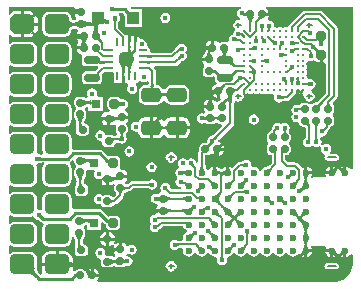
<source format=gbr>
%TF.GenerationSoftware,Altium Limited,Altium Designer,23.3.1 (30)*%
G04 Layer_Physical_Order=1*
G04 Layer_Color=255*
%FSLAX45Y45*%
%MOMM*%
%TF.SameCoordinates,B56B3050-E4CE-4FE9-8081-1B6FDF6B35C2*%
%TF.FilePolarity,Positive*%
%TF.FileFunction,Copper,L1,Top,Signal*%
%TF.Part,Single*%
G01*
G75*
%TA.AperFunction,SMDPad,CuDef*%
G04:AMPARAMS|DCode=10|XSize=0.65mm|YSize=1.35mm|CornerRadius=0.1625mm|HoleSize=0mm|Usage=FLASHONLY|Rotation=270.000|XOffset=0mm|YOffset=0mm|HoleType=Round|Shape=RoundedRectangle|*
%AMROUNDEDRECTD10*
21,1,0.65000,1.02500,0,0,270.0*
21,1,0.32500,1.35000,0,0,270.0*
1,1,0.32500,-0.51250,-0.16250*
1,1,0.32500,-0.51250,0.16250*
1,1,0.32500,0.51250,0.16250*
1,1,0.32500,0.51250,-0.16250*
%
%ADD10ROUNDEDRECTD10*%
G04:AMPARAMS|DCode=11|XSize=0.6mm|YSize=0.6mm|CornerRadius=0.15mm|HoleSize=0mm|Usage=FLASHONLY|Rotation=90.000|XOffset=0mm|YOffset=0mm|HoleType=Round|Shape=RoundedRectangle|*
%AMROUNDEDRECTD11*
21,1,0.60000,0.30000,0,0,90.0*
21,1,0.30000,0.60000,0,0,90.0*
1,1,0.30000,0.15000,0.15000*
1,1,0.30000,0.15000,-0.15000*
1,1,0.30000,-0.15000,-0.15000*
1,1,0.30000,-0.15000,0.15000*
%
%ADD11ROUNDEDRECTD11*%
G04:AMPARAMS|DCode=12|XSize=0.6mm|YSize=0.6mm|CornerRadius=0.15mm|HoleSize=0mm|Usage=FLASHONLY|Rotation=0.000|XOffset=0mm|YOffset=0mm|HoleType=Round|Shape=RoundedRectangle|*
%AMROUNDEDRECTD12*
21,1,0.60000,0.30000,0,0,0.0*
21,1,0.30000,0.60000,0,0,0.0*
1,1,0.30000,0.15000,-0.15000*
1,1,0.30000,-0.15000,-0.15000*
1,1,0.30000,-0.15000,0.15000*
1,1,0.30000,0.15000,0.15000*
%
%ADD12ROUNDEDRECTD12*%
G04:AMPARAMS|DCode=13|XSize=1.65mm|YSize=1.25mm|CornerRadius=0.3125mm|HoleSize=0mm|Usage=FLASHONLY|Rotation=180.000|XOffset=0mm|YOffset=0mm|HoleType=Round|Shape=RoundedRectangle|*
%AMROUNDEDRECTD13*
21,1,1.65000,0.62500,0,0,180.0*
21,1,1.02500,1.25000,0,0,180.0*
1,1,0.62500,-0.51250,0.31250*
1,1,0.62500,0.51250,0.31250*
1,1,0.62500,0.51250,-0.31250*
1,1,0.62500,-0.51250,-0.31250*
%
%ADD13ROUNDEDRECTD13*%
%ADD14R,0.23000X0.75000*%
G04:AMPARAMS|DCode=15|XSize=0.23mm|YSize=0.75mm|CornerRadius=0.0575mm|HoleSize=0mm|Usage=FLASHONLY|Rotation=180.000|XOffset=0mm|YOffset=0mm|HoleType=Round|Shape=RoundedRectangle|*
%AMROUNDEDRECTD15*
21,1,0.23000,0.63500,0,0,180.0*
21,1,0.11500,0.75000,0,0,180.0*
1,1,0.11500,-0.05750,0.31750*
1,1,0.11500,0.05750,0.31750*
1,1,0.11500,0.05750,-0.31750*
1,1,0.11500,-0.05750,-0.31750*
%
%ADD15ROUNDEDRECTD15*%
G04:AMPARAMS|DCode=16|XSize=0.23mm|YSize=0.75mm|CornerRadius=0.0575mm|HoleSize=0mm|Usage=FLASHONLY|Rotation=90.000|XOffset=0mm|YOffset=0mm|HoleType=Round|Shape=RoundedRectangle|*
%AMROUNDEDRECTD16*
21,1,0.23000,0.63500,0,0,90.0*
21,1,0.11500,0.75000,0,0,90.0*
1,1,0.11500,0.31750,0.05750*
1,1,0.11500,0.31750,-0.05750*
1,1,0.11500,-0.31750,-0.05750*
1,1,0.11500,-0.31750,0.05750*
%
%ADD16ROUNDEDRECTD16*%
G04:AMPARAMS|DCode=17|XSize=1.13mm|YSize=1.13mm|CornerRadius=0.2825mm|HoleSize=0mm|Usage=FLASHONLY|Rotation=90.000|XOffset=0mm|YOffset=0mm|HoleType=Round|Shape=RoundedRectangle|*
%AMROUNDEDRECTD17*
21,1,1.13000,0.56500,0,0,90.0*
21,1,0.56500,1.13000,0,0,90.0*
1,1,0.56500,0.28250,0.28250*
1,1,0.56500,0.28250,-0.28250*
1,1,0.56500,-0.28250,-0.28250*
1,1,0.56500,-0.28250,0.28250*
%
%ADD17ROUNDEDRECTD17*%
%TA.AperFunction,BGAPad,SMDef*%
%ADD18C,0.25000*%
%TA.AperFunction,BGAPad,CuDef*%
%ADD19C,0.25000*%
%ADD20C,0.60000*%
%TA.AperFunction,SMDPad,CuDef*%
G04:AMPARAMS|DCode=21|XSize=0.6mm|YSize=0.7mm|CornerRadius=0.15mm|HoleSize=0mm|Usage=FLASHONLY|Rotation=270.000|XOffset=0mm|YOffset=0mm|HoleType=Round|Shape=RoundedRectangle|*
%AMROUNDEDRECTD21*
21,1,0.60000,0.40000,0,0,270.0*
21,1,0.30000,0.70000,0,0,270.0*
1,1,0.30000,-0.20000,-0.15000*
1,1,0.30000,-0.20000,0.15000*
1,1,0.30000,0.20000,0.15000*
1,1,0.30000,0.20000,-0.15000*
%
%ADD21ROUNDEDRECTD21*%
G04:AMPARAMS|DCode=22|XSize=0.8mm|YSize=0.8mm|CornerRadius=0.2mm|HoleSize=0mm|Usage=FLASHONLY|Rotation=90.000|XOffset=0mm|YOffset=0mm|HoleType=Round|Shape=RoundedRectangle|*
%AMROUNDEDRECTD22*
21,1,0.80000,0.40000,0,0,90.0*
21,1,0.40000,0.80000,0,0,90.0*
1,1,0.40000,0.20000,0.20000*
1,1,0.40000,0.20000,-0.20000*
1,1,0.40000,-0.20000,-0.20000*
1,1,0.40000,-0.20000,0.20000*
%
%ADD22ROUNDEDRECTD22*%
%ADD23R,0.80000X0.80000*%
%ADD24R,1.10000X1.10000*%
G04:AMPARAMS|DCode=25|XSize=1.1mm|YSize=1.1mm|CornerRadius=0.275mm|HoleSize=0mm|Usage=FLASHONLY|Rotation=270.000|XOffset=0mm|YOffset=0mm|HoleType=Round|Shape=RoundedRectangle|*
%AMROUNDEDRECTD25*
21,1,1.10000,0.55000,0,0,270.0*
21,1,0.55000,1.10000,0,0,270.0*
1,1,0.55000,-0.27500,-0.27500*
1,1,0.55000,-0.27500,0.27500*
1,1,0.55000,0.27500,0.27500*
1,1,0.55000,0.27500,-0.27500*
%
%ADD25ROUNDEDRECTD25*%
G04:AMPARAMS|DCode=26|XSize=0.8mm|YSize=0.8mm|CornerRadius=0.2mm|HoleSize=0mm|Usage=FLASHONLY|Rotation=180.000|XOffset=0mm|YOffset=0mm|HoleType=Round|Shape=RoundedRectangle|*
%AMROUNDEDRECTD26*
21,1,0.80000,0.40000,0,0,180.0*
21,1,0.40000,0.80000,0,0,180.0*
1,1,0.40000,-0.20000,0.20000*
1,1,0.40000,0.20000,0.20000*
1,1,0.40000,0.20000,-0.20000*
1,1,0.40000,-0.20000,-0.20000*
%
%ADD26ROUNDEDRECTD26*%
%TA.AperFunction,Conductor*%
%ADD27C,0.15000*%
%ADD28C,0.20000*%
%TA.AperFunction,NonConductor*%
%ADD29C,0.15000*%
%TA.AperFunction,Conductor*%
%ADD30C,0.25000*%
%TA.AperFunction,ComponentPad*%
G04:AMPARAMS|DCode=31|XSize=1.7mm|YSize=2.1mm|CornerRadius=0mm|HoleSize=0mm|Usage=FLASHONLY|Rotation=270.000|XOffset=0mm|YOffset=0mm|HoleType=Round|Shape=Octagon|*
%AMOCTAGOND31*
4,1,8,1.05000,0.42500,1.05000,-0.42500,0.62500,-0.85000,-0.62500,-0.85000,-1.05000,-0.42500,-1.05000,0.42500,-0.62500,0.85000,0.62500,0.85000,1.05000,0.42500,0.0*
%
%ADD31OCTAGOND31*%

G04:AMPARAMS|DCode=32|XSize=1.7mm|YSize=2.1mm|CornerRadius=0.425mm|HoleSize=0mm|Usage=FLASHONLY|Rotation=270.000|XOffset=0mm|YOffset=0mm|HoleType=Round|Shape=RoundedRectangle|*
%AMROUNDEDRECTD32*
21,1,1.70000,1.25001,0,0,270.0*
21,1,0.85000,2.10000,0,0,270.0*
1,1,0.85000,-0.62500,-0.42500*
1,1,0.85000,-0.62500,0.42500*
1,1,0.85000,0.62500,0.42500*
1,1,0.85000,0.62500,-0.42500*
%
%ADD32ROUNDEDRECTD32*%
%TA.AperFunction,ViaPad*%
%ADD33C,0.45000*%
G36*
X933090Y2469533D02*
X934290Y2468980D01*
X935865Y2468492D01*
X937816Y2468070D01*
X940143Y2467712D01*
X945921Y2467192D01*
X953202Y2466932D01*
X957405Y2466900D01*
Y2441900D01*
X953202Y2441868D01*
X937816Y2440730D01*
X935865Y2440308D01*
X934290Y2439820D01*
X933090Y2439267D01*
X932265Y2438650D01*
Y2470150D01*
X933090Y2469533D01*
D02*
G37*
G36*
X2062598Y2420084D02*
X2065000Y2419998D01*
X2062598Y2416060D01*
X2062600Y2389266D01*
X2118843D01*
X2115262Y2383697D01*
X2109232Y2372989D01*
X2106782Y2367849D01*
X2103013Y2358000D01*
X2101694Y2353289D01*
X2100752Y2348722D01*
X2100187Y2344298D01*
X2099998Y2340017D01*
X2079998D01*
X2079810Y2344299D01*
X2079245Y2348724D01*
X2078303Y2353291D01*
X2076984Y2358002D01*
X2075288Y2362856D01*
X2073216Y2367852D01*
X2067940Y2378273D01*
X2064737Y2383698D01*
X2061158Y2389266D01*
X2062376D01*
X2062274Y2390001D01*
X2061296Y2392099D01*
X2059666Y2393950D01*
X2057384Y2395555D01*
X2054450Y2396912D01*
X2050865Y2398023D01*
X2046627Y2398887D01*
X2041737Y2399504D01*
X2038935Y2399691D01*
X2029222Y2399477D01*
X2030002Y2401239D01*
Y2419998D01*
X2036196Y2420121D01*
X2038459Y2420335D01*
X2041395Y2426965D01*
X2042039Y2425641D01*
X2043065Y2424457D01*
X2044472Y2423412D01*
X2046260Y2422506D01*
X2048430Y2421740D01*
X2049016Y2421596D01*
X2050864Y2421972D01*
X2054449Y2423083D01*
X2057382Y2424441D01*
X2059664Y2426045D01*
X2061294Y2427897D01*
X2062271Y2429995D01*
X2062597Y2432340D01*
X2062598Y2420084D01*
D02*
G37*
G36*
X1041049Y2456747D02*
X1061787Y2438861D01*
X1065544Y2436411D01*
X1068730Y2434769D01*
X1071345Y2433936D01*
X1073390Y2433911D01*
X1074863Y2434695D01*
X1045305Y2405137D01*
X1046089Y2406610D01*
X1046064Y2408655D01*
X1045231Y2411270D01*
X1043589Y2414456D01*
X1041139Y2418213D01*
X1037880Y2422541D01*
X1028937Y2432910D01*
X1016760Y2445562D01*
X1034438Y2463240D01*
X1041049Y2456747D01*
D02*
G37*
G36*
X2008555Y2461056D02*
X2003417Y2460034D01*
X1989359Y2450641D01*
X1979966Y2436583D01*
X1976668Y2420000D01*
X1979966Y2403417D01*
X1989359Y2389359D01*
X2003417Y2379966D01*
X1999005Y2366247D01*
X1989999Y2368038D01*
X1979269Y2365904D01*
X1970173Y2359826D01*
X1964095Y2350730D01*
X1963294Y2346704D01*
X1959270Y2345904D01*
X1950174Y2339826D01*
X1944096Y2330730D01*
X1941962Y2320000D01*
X1944096Y2309270D01*
X1950174Y2300174D01*
X1959270Y2294096D01*
X1961417Y2278792D01*
X1958823Y2277059D01*
X1949429Y2263001D01*
X1946131Y2246418D01*
X1946876Y2242670D01*
X1933417Y2239993D01*
X1919359Y2230600D01*
X1909965Y2216542D01*
X1906667Y2199959D01*
X1908801Y2189233D01*
X1903840Y2183725D01*
X1896643Y2178371D01*
X1885002Y2180687D01*
X1855002D01*
X1841345Y2177970D01*
X1832277Y2171911D01*
X1829768Y2170235D01*
X1814229Y2173978D01*
X1814128Y2174127D01*
X1800765Y2183057D01*
X1785002Y2186192D01*
X1782702D01*
Y2130001D01*
X1770002D01*
Y2117301D01*
X1749268D01*
Y2101158D01*
X1743699Y2104739D01*
X1732990Y2110769D01*
X1727850Y2113219D01*
X1718001Y2116988D01*
X1716884Y2117301D01*
X1713810D01*
Y2115001D01*
X1716946Y2099238D01*
X1709662Y2083140D01*
X1709237Y2083056D01*
X1695873Y2074127D01*
X1686944Y2060763D01*
X1683809Y2045000D01*
Y2042700D01*
X1740000D01*
Y2017300D01*
X1683809D01*
Y2015000D01*
X1686944Y1999237D01*
X1695873Y1985873D01*
X1696023Y1985773D01*
X1699766Y1970234D01*
X1698090Y1967725D01*
X1692031Y1958656D01*
X1689314Y1945000D01*
Y1915000D01*
X1692031Y1901344D01*
X1699766Y1889767D01*
X1711344Y1882031D01*
X1725000Y1879315D01*
X1755000D01*
X1768656Y1882031D01*
X1780233Y1889767D01*
X1790031Y1879646D01*
X1790603Y1878826D01*
X1791790Y1876761D01*
Y1863699D01*
X1791175Y1861983D01*
X1791790Y1860681D01*
Y1859676D01*
X1791596Y1858662D01*
X1791896Y1858220D01*
X1794604Y1844606D01*
X1802616Y1832615D01*
X1804843Y1831126D01*
X1804902Y1825562D01*
X1801298Y1815455D01*
X1789237Y1813056D01*
X1775874Y1804127D01*
X1766944Y1790763D01*
X1763809Y1775000D01*
Y1772700D01*
X1785537D01*
X1789265Y1776885D01*
X1790550Y1779093D01*
X1791158Y1780734D01*
X1793049Y1772700D01*
X1820000D01*
Y1760000D01*
X1832700D01*
Y1703809D01*
X1835000D01*
X1837175Y1704241D01*
X1843536Y1690622D01*
X1831680Y1682472D01*
X1829229Y1681382D01*
X1826947Y1680580D01*
X1823991Y1679838D01*
X1822712Y1678888D01*
X1821119Y1678899D01*
X1817727Y1675553D01*
X1812276Y1671910D01*
X1809766Y1670234D01*
X1794227Y1673977D01*
X1794127Y1674127D01*
X1780764Y1683056D01*
X1765001Y1686191D01*
X1762701D01*
Y1683120D01*
X1763014Y1682000D01*
X1764710Y1677147D01*
X1766783Y1672151D01*
X1772059Y1661728D01*
X1775263Y1656303D01*
X1778843Y1650734D01*
X1762701D01*
Y1630000D01*
X1750001D01*
Y1617300D01*
X1693809D01*
Y1615000D01*
X1696945Y1599237D01*
X1705874Y1585873D01*
X1706024Y1585773D01*
X1706167Y1585181D01*
X1698770Y1573491D01*
X1694275Y1570493D01*
X1680000Y1573332D01*
X1663417Y1570034D01*
X1649359Y1560641D01*
X1639966Y1546583D01*
X1636668Y1530000D01*
X1639966Y1513417D01*
X1649359Y1499359D01*
X1663417Y1489966D01*
X1680000Y1486668D01*
X1696582Y1489966D01*
X1709767Y1489767D01*
X1721344Y1482031D01*
X1735001Y1479315D01*
X1765001D01*
X1778657Y1482031D01*
X1790234Y1489767D01*
X1790980Y1490883D01*
X1796019Y1492361D01*
X1803982D01*
X1809021Y1490883D01*
X1809767Y1489767D01*
X1821344Y1482031D01*
X1835000Y1479315D01*
X1844843D01*
X1851056Y1464315D01*
X1780483Y1393742D01*
X1777999Y1392754D01*
X1775495Y1390320D01*
X1771036Y1386400D01*
X1769555Y1385257D01*
X1768263Y1384367D01*
X1767395Y1383849D01*
X1767242Y1383773D01*
X1766895Y1383691D01*
X1766700Y1383550D01*
X1766129Y1383336D01*
X1765179Y1382450D01*
X1765029Y1382342D01*
X1753414Y1380031D01*
X1739356Y1370638D01*
X1729963Y1356580D01*
X1726664Y1339997D01*
X1727872Y1333925D01*
X1727400Y1333159D01*
X1726997Y1332600D01*
X1723987Y1329802D01*
X1718099Y1325080D01*
X1712969Y1321497D01*
X1711559Y1320686D01*
X1699102D01*
X1697557Y1321326D01*
X1696011Y1320686D01*
X1695690D01*
X1694143Y1321055D01*
X1692845Y1320257D01*
X1681344Y1317969D01*
X1669767Y1310234D01*
X1662031Y1298656D01*
X1659314Y1285000D01*
Y1262573D01*
X1658373Y1261631D01*
X1651742Y1251708D01*
X1649414Y1240003D01*
X1649414Y1240001D01*
Y1161635D01*
X1649205Y1161198D01*
X1634414Y1152882D01*
X1632531Y1154027D01*
X1630034Y1166583D01*
X1620641Y1180641D01*
X1606583Y1190034D01*
X1590000Y1193332D01*
X1573417Y1190034D01*
X1559360Y1180641D01*
X1550640D01*
X1536583Y1190034D01*
X1520000Y1193332D01*
X1503417Y1190034D01*
X1489359Y1180641D01*
X1479966Y1166583D01*
X1476668Y1150000D01*
X1479966Y1133417D01*
X1484741Y1126271D01*
X1482579Y1111869D01*
X1479770Y1108766D01*
X1468317Y1101113D01*
X1458923Y1087055D01*
X1455625Y1070472D01*
X1458923Y1053890D01*
X1468317Y1039832D01*
X1469699Y1038908D01*
Y1020867D01*
X1469360Y1020641D01*
X1459966Y1006583D01*
X1456668Y990000D01*
X1459966Y973417D01*
X1469360Y959360D01*
X1483417Y949966D01*
X1500000Y946668D01*
X1505764Y947814D01*
X1507364Y945539D01*
X1499576Y930539D01*
X1420725D01*
X1419579Y931736D01*
X1417951Y933606D01*
X1416645Y935281D01*
X1415649Y936731D01*
X1414942Y937929D01*
X1414494Y938844D01*
X1414260Y939450D01*
X1414176Y939751D01*
X1414174Y939762D01*
X1414120Y940853D01*
X1412470Y944334D01*
X1410034Y956583D01*
X1400641Y970640D01*
X1386583Y980034D01*
X1370000Y983332D01*
X1353417Y980034D01*
X1339360Y970640D01*
X1329966Y956583D01*
X1326668Y940000D01*
X1329966Y923417D01*
X1335132Y915685D01*
X1335109Y913034D01*
X1329141Y899520D01*
X1321344Y897969D01*
X1309767Y890234D01*
X1307083Y889700D01*
X1306583Y890034D01*
X1290000Y893332D01*
X1273417Y890034D01*
X1259359Y880641D01*
X1249966Y866583D01*
X1246668Y850000D01*
X1249966Y833417D01*
X1259359Y819360D01*
X1273417Y809966D01*
X1290000Y806668D01*
X1300883Y808832D01*
X1306358Y795615D01*
X1306023Y794227D01*
X1305873Y794127D01*
X1296944Y780763D01*
X1293809Y765000D01*
Y762700D01*
X1306067D01*
Y765751D01*
X1307348Y764658D01*
X1308935Y763681D01*
X1310827Y762818D01*
X1311176Y762700D01*
X1313202D01*
X1314450Y763087D01*
X1317384Y764444D01*
X1319666Y766049D01*
X1321296Y767900D01*
X1322274Y769999D01*
X1322600Y772344D01*
X1322600Y762700D01*
X1350000D01*
Y737300D01*
X1322599D01*
X1322599Y727658D01*
X1322273Y730003D01*
X1321295Y732102D01*
X1319665Y733953D01*
X1317383Y735558D01*
X1314449Y736915D01*
X1313208Y737300D01*
X1311172D01*
X1310829Y737183D01*
X1308936Y736321D01*
X1307349Y735343D01*
X1306069Y734251D01*
Y737300D01*
X1293809D01*
Y735000D01*
X1295698Y725504D01*
X1285625Y713281D01*
X1284153Y712506D01*
X1280000Y713332D01*
X1263417Y710034D01*
X1249359Y700640D01*
X1239966Y686583D01*
X1236668Y670000D01*
X1239966Y653417D01*
X1248931Y640000D01*
X1239966Y626583D01*
X1236668Y610000D01*
X1239966Y593417D01*
X1249359Y579360D01*
X1263417Y569966D01*
X1280000Y566668D01*
X1296583Y569966D01*
X1310641Y579360D01*
X1318585Y591249D01*
X1325566Y595914D01*
X1347685Y618032D01*
X1521401D01*
X1522901Y610491D01*
X1533952Y593952D01*
X1550491Y582901D01*
X1551769Y582647D01*
Y567353D01*
X1550491Y567099D01*
X1533952Y556048D01*
X1522901Y539509D01*
X1519021Y520000D01*
X1521897Y505541D01*
X1512883Y490540D01*
X1495893D01*
X1493534Y491632D01*
X1486971Y491899D01*
X1484943Y492124D01*
X1482999Y492445D01*
X1481388Y492811D01*
X1480103Y493194D01*
X1479144Y493560D01*
X1478488Y493873D01*
X1478097Y494105D01*
X1477021Y494894D01*
X1472685Y495956D01*
X1466583Y500034D01*
X1450000Y503332D01*
X1433417Y500034D01*
X1419359Y490641D01*
X1409966Y476583D01*
X1406667Y460000D01*
X1409966Y443417D01*
X1419359Y429360D01*
X1433417Y419966D01*
X1450000Y416668D01*
X1466583Y419966D01*
X1480640Y429360D01*
X1481406Y430505D01*
X1482854Y431196D01*
X1483259Y431327D01*
X1483427Y431470D01*
X1483811Y431653D01*
X1484121Y431997D01*
X1484725Y432229D01*
X1485796Y432534D01*
X1486997Y432778D01*
X1491973Y433291D01*
X1494940Y433360D01*
X1495941Y433802D01*
X1496993Y433505D01*
X1498702Y434463D01*
X1509545D01*
X1520903Y419463D01*
X1519021Y410000D01*
X1522901Y390491D01*
X1533952Y373952D01*
X1550491Y362901D01*
X1570000Y359020D01*
X1589509Y362901D01*
X1606048Y373952D01*
X1617099Y390491D01*
X1617353Y391768D01*
X1632647D01*
X1632901Y390491D01*
X1643952Y373952D01*
X1660491Y362901D01*
X1680000Y359020D01*
X1699509Y362901D01*
X1716048Y373952D01*
X1727099Y390491D01*
X1727353Y391768D01*
X1742647D01*
X1742901Y390491D01*
X1753952Y373952D01*
X1770491Y362901D01*
X1790000Y359020D01*
X1800988Y361206D01*
X1803340Y359672D01*
X1810825Y347868D01*
X1809966Y346583D01*
X1806668Y330000D01*
X1809966Y313417D01*
X1819360Y299360D01*
X1833417Y289966D01*
X1850000Y286668D01*
X1866583Y289966D01*
X1880641Y299360D01*
X1890034Y313417D01*
X1893333Y330000D01*
X1890034Y346582D01*
X1899728Y359074D01*
X1900000Y359020D01*
X1919509Y362901D01*
X1936048Y373952D01*
X1947099Y390491D01*
X1947353Y391768D01*
X1962647D01*
X1962901Y390491D01*
X1973952Y373952D01*
X1990491Y362901D01*
X2010000Y359020D01*
X2029509Y362901D01*
X2046048Y373952D01*
X2057099Y390491D01*
X2057353Y391768D01*
X2072647D01*
X2072901Y390491D01*
X2083952Y373952D01*
X2100491Y362901D01*
X2120000Y359020D01*
X2139509Y362901D01*
X2156048Y373952D01*
X2167099Y390491D01*
X2167353Y391768D01*
X2182647D01*
X2182901Y390491D01*
X2193952Y373952D01*
X2210491Y362901D01*
X2230000Y359020D01*
X2249509Y362901D01*
X2266048Y373952D01*
X2277099Y390491D01*
X2277353Y391768D01*
X2292647D01*
X2292901Y390491D01*
X2303952Y373952D01*
X2320491Y362901D01*
X2340000Y359020D01*
X2359509Y362901D01*
X2376048Y373952D01*
X2387099Y390491D01*
X2387353Y391768D01*
X2402647D01*
X2402901Y390491D01*
X2413952Y373952D01*
X2430491Y362901D01*
X2450000Y359020D01*
X2469509Y362901D01*
X2486048Y373952D01*
X2493419Y384983D01*
X2497119Y385857D01*
X2510123Y384929D01*
X2513704Y379570D01*
X2515046Y380529D01*
X2516792Y382615D01*
X2519985Y387114D01*
X2522749Y391557D01*
X2525085Y395945D01*
X2526992Y400278D01*
X2528472Y404555D01*
X2529522Y408778D01*
X2530145Y412945D01*
X2547300Y395789D01*
Y410000D01*
X2560000D01*
Y422700D01*
X2613959D01*
X2612186Y431616D01*
X2603622Y444432D01*
X2614437Y455246D01*
X2623183Y449402D01*
X2640000Y446057D01*
X2720013D01*
X2728003Y433728D01*
X2727704Y431057D01*
X2726041Y422700D01*
X2780000D01*
Y410000D01*
X2792700D01*
Y396162D01*
X2809820Y413282D01*
X2810488Y409012D01*
X2811552Y404725D01*
X2813013Y400420D01*
X2814870Y396098D01*
X2817125Y391758D01*
X2819776Y387400D01*
X2820373Y386544D01*
X2821790Y385809D01*
X2823841Y385005D01*
X2825749Y384537D01*
X2827514Y384404D01*
X2829135Y384607D01*
X2825776Y379261D01*
X2825946Y379045D01*
X2825980Y379096D01*
X2843509D01*
X2840491Y384372D01*
X2842082Y384113D01*
X2843821Y384196D01*
X2845707Y384621D01*
X2847740Y385388D01*
X2849417Y386241D01*
X2850224Y387400D01*
X2852876Y391757D01*
X2855130Y396098D01*
X2856988Y400420D01*
X2858449Y404725D01*
X2859513Y409012D01*
X2860180Y413282D01*
X2877300Y396162D01*
Y410000D01*
X2902700D01*
Y356041D01*
X2911616Y357814D01*
X2929941Y370058D01*
X2933066Y374736D01*
X2953199Y377867D01*
X2956055Y375591D01*
Y299999D01*
X2956164Y299449D01*
X2950913Y259563D01*
X2935305Y221881D01*
X2910476Y189524D01*
X2878118Y164695D01*
X2840437Y149087D01*
X2814295Y145645D01*
X2800000Y143944D01*
Y143944D01*
X802823D01*
X799845Y148029D01*
X796178Y158944D01*
X803056Y169237D01*
X806191Y185000D01*
Y187300D01*
X750000D01*
Y200000D01*
X741891D01*
X721158Y179266D01*
X719367Y187118D01*
X717163Y194744D01*
X714546Y202146D01*
X711517Y209322D01*
X708074Y216274D01*
X704218Y223001D01*
X699948Y229503D01*
X695266Y235781D01*
X691300Y240491D01*
X690234Y240234D01*
X687725Y241910D01*
X678657Y247969D01*
X665000Y250686D01*
X635000D01*
X621344Y247969D01*
X609767Y240234D01*
X608288Y238020D01*
X597670Y235848D01*
X584887Y247262D01*
X585730Y251500D01*
Y279635D01*
X583403Y279250D01*
X576864Y277500D01*
X571330Y275250D01*
X566803Y272500D01*
X563282Y269250D01*
X560766Y265500D01*
X559257Y261250D01*
X558754Y256500D01*
Y281300D01*
X322270D01*
Y251500D01*
X327539Y225007D01*
X327668Y224814D01*
X320265Y208894D01*
X312802Y208060D01*
X311844Y209017D01*
X310926Y211361D01*
X302298Y220326D01*
X295377Y228198D01*
X289904Y235185D01*
X285896Y241149D01*
X284631Y243489D01*
X286224Y251500D01*
Y261545D01*
X286402Y261974D01*
X286224Y262403D01*
Y336500D01*
X281374Y360886D01*
X267560Y381560D01*
X246886Y395374D01*
X222500Y400224D01*
X97500D01*
X73113Y395374D01*
X58944Y385906D01*
X43944Y393790D01*
Y448210D01*
X58944Y456094D01*
X73113Y446626D01*
X97500Y441776D01*
X222500D01*
X246886Y446626D01*
X267560Y460440D01*
X281374Y481114D01*
X286224Y505500D01*
Y590500D01*
X281374Y614886D01*
X267560Y635560D01*
X246886Y649374D01*
X222500Y654224D01*
X97500D01*
X73113Y649374D01*
X58944Y639906D01*
X43944Y647790D01*
Y702210D01*
X58944Y710094D01*
X73113Y700626D01*
X97500Y695776D01*
X222500D01*
X246886Y700626D01*
X259578Y695369D01*
X259966Y693417D01*
X269359Y679360D01*
X283417Y669966D01*
X296767Y667311D01*
X296787Y667299D01*
X297071Y667104D01*
X305493Y659808D01*
X308003Y657345D01*
X309373Y656792D01*
X310122Y655518D01*
X312836Y654813D01*
X320958Y649386D01*
X333639Y646863D01*
X338412D01*
X343970Y631863D01*
X332626Y614886D01*
X327775Y590500D01*
Y505500D01*
X332626Y481114D01*
X346440Y460440D01*
X367113Y446626D01*
X391500Y441776D01*
X516500D01*
X540886Y446626D01*
X561560Y460440D01*
X575374Y481114D01*
X580224Y505500D01*
Y523326D01*
X595224Y527308D01*
X596306Y525626D01*
X598944Y521158D01*
X603533Y512092D01*
X605055Y508424D01*
X606323Y504794D01*
X607254Y501469D01*
X607877Y498449D01*
X608223Y495739D01*
X608372Y492354D01*
X609411Y490128D01*
Y481910D01*
X608352Y479391D01*
X608316Y472103D01*
X607766Y454327D01*
X607099Y446468D01*
X606775Y444192D01*
X606526Y442968D01*
X606164Y441770D01*
X606436Y439044D01*
X606428Y438916D01*
X604314Y428289D01*
Y398289D01*
X607031Y384633D01*
X614766Y373056D01*
X626344Y365320D01*
X640000Y362604D01*
X680000D01*
X693656Y365320D01*
X705234Y373056D01*
X712969Y384633D01*
X715686Y398289D01*
Y428289D01*
X712969Y441946D01*
X705234Y453523D01*
X693656Y461258D01*
X680000Y463975D01*
X673383D01*
X673033Y465348D01*
X672314Y469989D01*
X671827Y476011D01*
X671642Y483787D01*
X670848Y485582D01*
X671230Y487509D01*
X670586Y488470D01*
Y490128D01*
X671626Y492354D01*
X671775Y495738D01*
X672121Y498445D01*
X672744Y501469D01*
X673590Y504487D01*
X676694Y512600D01*
X678457Y516299D01*
X683812Y525810D01*
X687051Y530848D01*
X687648Y534153D01*
X687969Y534633D01*
X688672Y538165D01*
X690490Y542555D01*
X689852Y544097D01*
X690686Y548289D01*
Y578289D01*
X687969Y591945D01*
X680234Y603523D01*
X680187Y603554D01*
X678749Y612689D01*
X680592Y621324D01*
X682132Y622233D01*
X691201Y626825D01*
X694873Y628348D01*
X695000Y628392D01*
X705330Y623514D01*
X708874Y620351D01*
X710000Y618723D01*
Y583289D01*
X830000D01*
Y643540D01*
X843858Y649280D01*
X854266Y638872D01*
X865016Y631690D01*
X869217Y630854D01*
Y623289D01*
X872321Y607682D01*
X881162Y594451D01*
X894393Y585610D01*
X910000Y582506D01*
X950000D01*
X965607Y585610D01*
X978839Y594451D01*
X987679Y607682D01*
X990784Y623289D01*
Y663289D01*
X987679Y678896D01*
X978839Y692127D01*
X965607Y700968D01*
X950000Y704073D01*
X910000D01*
X894393Y700968D01*
X889298Y697564D01*
X833431Y753431D01*
X822681Y760614D01*
X810000Y763137D01*
X610000D01*
X597319Y760614D01*
X595061Y759105D01*
X580224Y767232D01*
Y844500D01*
X575374Y868886D01*
X561560Y889560D01*
X540886Y903374D01*
X516500Y908224D01*
X391500D01*
X367113Y903374D01*
X346440Y889560D01*
X332626Y868886D01*
X327775Y844500D01*
Y760596D01*
X323311Y756281D01*
X314273Y750494D01*
X300000Y753333D01*
X298551Y753044D01*
X286224Y765886D01*
Y844500D01*
X281374Y868886D01*
X267560Y889560D01*
X246886Y903374D01*
X222500Y908224D01*
X97500D01*
X73113Y903374D01*
X58944Y893906D01*
X43944Y901790D01*
Y956210D01*
X58944Y964094D01*
X73113Y954626D01*
X97500Y949776D01*
X222500D01*
X246886Y954626D01*
X267560Y968440D01*
X281374Y989114D01*
X286224Y1013500D01*
Y1098500D01*
X281374Y1122886D01*
X275044Y1132359D01*
X277014Y1138048D01*
X283111Y1147286D01*
X296583Y1149966D01*
X303792Y1154784D01*
X303916Y1154793D01*
X304116Y1154774D01*
X304250Y1154750D01*
X304288Y1154758D01*
X304491Y1154739D01*
X304899Y1154865D01*
X317889Y1155826D01*
X321374Y1155853D01*
X323762Y1156863D01*
X341406D01*
X345306Y1141863D01*
X332626Y1122886D01*
X327775Y1098500D01*
Y1013500D01*
X332626Y989114D01*
X346440Y968440D01*
X367113Y954626D01*
X391500Y949776D01*
X516500D01*
X540886Y954626D01*
X561560Y968440D01*
X575374Y989114D01*
X580224Y1013500D01*
Y1098500D01*
X575374Y1122886D01*
X561560Y1143560D01*
X561204Y1143798D01*
X560984Y1149117D01*
X563778Y1160119D01*
X573431Y1166569D01*
X584314Y1177452D01*
X599314Y1171239D01*
Y1158289D01*
X602031Y1144633D01*
X609766Y1133056D01*
X610883Y1132310D01*
Y1114269D01*
X609766Y1113523D01*
X602031Y1101946D01*
X599314Y1088289D01*
Y1058289D01*
X600148Y1054097D01*
X599510Y1052556D01*
X601328Y1048165D01*
X602031Y1044633D01*
X602352Y1044153D01*
X602949Y1040848D01*
X606304Y1035630D01*
X608945Y1031157D01*
X613535Y1022089D01*
X615058Y1018417D01*
X616324Y1014795D01*
X617256Y1011468D01*
X617879Y1008445D01*
X618225Y1005739D01*
X618374Y1002355D01*
X619414Y1000128D01*
Y996184D01*
X618359Y993804D01*
X618234Y988733D01*
X617904Y984390D01*
X617366Y980255D01*
X616625Y976311D01*
X615691Y972560D01*
X614566Y968977D01*
X613250Y965549D01*
X611746Y962263D01*
X610048Y959104D01*
X607784Y955471D01*
X607254Y952280D01*
X607031Y951946D01*
X604314Y938289D01*
Y908289D01*
X607031Y894633D01*
X614766Y883056D01*
X626344Y875320D01*
X640000Y872604D01*
X680000D01*
X693656Y875320D01*
X705234Y883056D01*
X712969Y894633D01*
X715686Y908289D01*
Y938289D01*
X712969Y951946D01*
X705234Y963523D01*
X693656Y971258D01*
X683652Y973248D01*
X683023Y975698D01*
X682310Y980261D01*
X681827Y986165D01*
X681643Y993795D01*
X680589Y996175D01*
Y1000128D01*
X681628Y1002355D01*
X681777Y1005739D01*
X682123Y1008450D01*
X682746Y1011471D01*
X683592Y1014491D01*
X686695Y1022602D01*
X688458Y1026300D01*
X693814Y1035813D01*
X697052Y1040849D01*
X697649Y1044153D01*
X697969Y1044633D01*
X698672Y1048165D01*
X700490Y1052556D01*
X699852Y1054097D01*
X700686Y1058289D01*
Y1082147D01*
X707941Y1090826D01*
X714985Y1093289D01*
X763089D01*
X771106Y1078289D01*
X769966Y1076583D01*
X766668Y1060000D01*
X769966Y1043417D01*
X779359Y1029359D01*
X793417Y1019966D01*
X810000Y1016668D01*
X818809Y1009438D01*
Y1003289D01*
X821944Y987526D01*
X830873Y974162D01*
X844237Y965233D01*
X860000Y962098D01*
X867300D01*
Y1018289D01*
X892700D01*
Y962098D01*
X900000D01*
X915763Y965233D01*
X928975Y974061D01*
X929777Y973717D01*
X941448Y965728D01*
X939314Y955000D01*
Y925000D01*
X942031Y911344D01*
X949766Y899767D01*
X952456Y889840D01*
X952507Y885785D01*
X951149Y880802D01*
X937648Y867300D01*
X925233Y868523D01*
X913656Y876258D01*
X900000Y878975D01*
X860000D01*
X846344Y876258D01*
X840981Y872675D01*
X838218Y876810D01*
X824160Y886204D01*
X807577Y889502D01*
X790994Y886204D01*
X776936Y876810D01*
X767543Y862752D01*
X764245Y846170D01*
X767543Y829587D01*
X776936Y815529D01*
X790994Y806136D01*
X807577Y802837D01*
X824159Y806136D01*
X826625Y801672D01*
X827031Y799633D01*
X834766Y788056D01*
X846344Y780320D01*
X860000Y777603D01*
X900000D01*
X913656Y780320D01*
X925234Y788056D01*
X932408Y798794D01*
X935054Y799066D01*
X938757Y799146D01*
X943729Y801332D01*
X949019Y802385D01*
X958115Y808463D01*
X1009826Y860174D01*
X1015904Y869270D01*
X1016957Y874562D01*
X1019142Y879499D01*
X1019276Y885082D01*
X1019611Y889251D01*
X1020091Y892419D01*
X1020259Y893102D01*
X1024691Y896063D01*
X1027638Y897284D01*
X1028067Y898318D01*
X1030234Y899767D01*
X1031681Y901932D01*
X1032715Y902361D01*
X1033935Y905307D01*
X1036898Y909740D01*
X1037582Y909908D01*
X1040749Y910389D01*
X1044918Y910724D01*
X1050501Y910857D01*
X1052994Y911961D01*
X1059999D01*
X1070729Y914095D01*
X1079825Y920173D01*
X1101614Y941962D01*
X1213307D01*
X1215818Y940857D01*
X1219101Y940786D01*
X1221569Y940615D01*
X1223685Y940353D01*
X1225413Y940032D01*
X1226757Y939685D01*
X1227719Y939356D01*
X1228317Y939091D01*
X1228586Y938939D01*
X1228595Y938932D01*
X1229406Y938199D01*
X1233035Y936904D01*
X1243417Y929966D01*
X1260000Y926668D01*
X1276583Y929966D01*
X1290641Y939360D01*
X1300034Y953417D01*
X1303332Y970000D01*
X1300034Y986583D01*
X1290641Y1000641D01*
X1276583Y1010034D01*
X1260000Y1013332D01*
X1243417Y1010034D01*
X1233035Y1003097D01*
X1229406Y1001801D01*
X1228595Y1001068D01*
X1228587Y1001061D01*
X1228316Y1000909D01*
X1227719Y1000644D01*
X1226757Y1000315D01*
X1225413Y999968D01*
X1223977Y999701D01*
X1218818Y999208D01*
X1215818Y999143D01*
X1213307Y998039D01*
X1090000D01*
X1079270Y995904D01*
X1070174Y989826D01*
X1053480Y973133D01*
X1037729Y974885D01*
X1031438Y985231D01*
X1033977Y995773D01*
X1034127Y995873D01*
X1043056Y1009237D01*
X1046191Y1025000D01*
Y1027300D01*
X990000D01*
Y1052700D01*
X1046191D01*
Y1055000D01*
X1043056Y1070763D01*
X1034127Y1084127D01*
X1020763Y1093056D01*
X1005000Y1096191D01*
X991360D01*
X983342Y1111191D01*
X987679Y1117682D01*
X990784Y1133289D01*
Y1173289D01*
X987679Y1188897D01*
X978839Y1202128D01*
X965607Y1210968D01*
X950000Y1214073D01*
X910000D01*
X894393Y1210968D01*
X889298Y1207564D01*
X840555Y1256307D01*
X829805Y1263490D01*
X817124Y1266013D01*
X594650D01*
X592675Y1266217D01*
X580224Y1278790D01*
Y1352500D01*
X575374Y1376886D01*
X561560Y1397560D01*
X540886Y1411374D01*
X516500Y1416224D01*
X391500D01*
X367113Y1411374D01*
X346440Y1397560D01*
X332626Y1376886D01*
X327775Y1352500D01*
Y1267500D01*
X332626Y1243114D01*
X337135Y1236365D01*
X330064Y1223136D01*
X323762D01*
X321374Y1224147D01*
X317482Y1224177D01*
X311080Y1224406D01*
X306562Y1224812D01*
X305560Y1224966D01*
X305169Y1225051D01*
X304491Y1225261D01*
X304288Y1225242D01*
X304250Y1225250D01*
X304116Y1225226D01*
X303819Y1225198D01*
X296583Y1230034D01*
X291368Y1231071D01*
X281512Y1242948D01*
X282154Y1247034D01*
X286224Y1267500D01*
Y1352500D01*
X281374Y1376886D01*
X267560Y1397560D01*
X246886Y1411374D01*
X222500Y1416224D01*
X97500D01*
X73113Y1411374D01*
X58944Y1401906D01*
X43944Y1409790D01*
Y1464210D01*
X58944Y1472094D01*
X73113Y1462626D01*
X97500Y1457776D01*
X222500D01*
X246886Y1462626D01*
X267560Y1476440D01*
X281374Y1497114D01*
X286224Y1521500D01*
Y1606500D01*
X281374Y1630886D01*
X267560Y1651560D01*
X246886Y1665374D01*
X222500Y1670224D01*
X97500D01*
X73113Y1665374D01*
X58944Y1655906D01*
X43944Y1663790D01*
Y1718210D01*
X58944Y1726094D01*
X73113Y1716626D01*
X97500Y1711776D01*
X222500D01*
X246886Y1716626D01*
X267560Y1730440D01*
X281374Y1751114D01*
X286224Y1775500D01*
Y1860500D01*
X281374Y1884886D01*
X267560Y1905560D01*
X246886Y1919374D01*
X222500Y1924224D01*
X97500D01*
X73113Y1919374D01*
X58944Y1909906D01*
X43944Y1917790D01*
Y1972210D01*
X58944Y1980094D01*
X73113Y1970626D01*
X97500Y1965776D01*
X222500D01*
X246886Y1970626D01*
X267560Y1984440D01*
X281374Y2005114D01*
X286224Y2029500D01*
Y2114500D01*
X281374Y2138886D01*
X267560Y2159560D01*
X246886Y2173374D01*
X222500Y2178224D01*
X97500D01*
X73113Y2173374D01*
X58944Y2163906D01*
X43944Y2171790D01*
Y2236857D01*
X57802Y2242597D01*
X84800Y2215600D01*
X147300D01*
Y2326000D01*
Y2436400D01*
X84800D01*
X57802Y2409402D01*
X43944Y2415142D01*
Y2476056D01*
X599122D01*
X607140Y2461056D01*
X606944Y2460763D01*
X606791Y2459995D01*
X645000Y2459983D01*
X638655Y2442700D01*
X660000D01*
Y2417300D01*
X603809D01*
Y2415000D01*
X606944Y2399237D01*
X615087Y2387050D01*
X615934Y2384648D01*
X616269Y2377896D01*
X613971Y2369104D01*
X611855Y2368029D01*
X606970Y2365866D01*
X602207Y2364072D01*
X597563Y2362633D01*
X594039Y2361779D01*
X592122Y2362337D01*
X580224Y2368500D01*
X575374Y2392886D01*
X561560Y2413560D01*
X540886Y2427374D01*
X516500Y2432224D01*
X391500D01*
X367113Y2427374D01*
X346440Y2413560D01*
X332626Y2392886D01*
X327775Y2368500D01*
Y2283500D01*
X332626Y2259114D01*
X346440Y2238440D01*
X367113Y2224626D01*
X391500Y2219776D01*
X516500D01*
X540886Y2224626D01*
X561560Y2238440D01*
X575374Y2259114D01*
X580224Y2283500D01*
Y2286115D01*
X580282Y2286220D01*
X580411Y2287437D01*
X581089Y2287849D01*
X583765Y2288937D01*
X587983Y2290066D01*
X593667Y2291007D01*
X595883Y2291202D01*
X606062Y2290089D01*
X610837Y2289222D01*
X615274Y2288160D01*
X619123Y2286980D01*
X622385Y2285721D01*
X625069Y2284428D01*
X625742Y2284024D01*
X631060Y2270055D01*
X630987Y2266940D01*
X630929Y2266727D01*
X626944Y2260763D01*
X623809Y2245000D01*
Y2242700D01*
X680000D01*
Y2217300D01*
X658656D01*
X661605Y2209266D01*
X708843D01*
X705262Y2203697D01*
X699232Y2192989D01*
X696782Y2187850D01*
X693744Y2179909D01*
X694710Y2177147D01*
X696782Y2172151D01*
X702059Y2161728D01*
X705262Y2156303D01*
X708843Y2150734D01*
X651158D01*
X654738Y2156302D01*
X660767Y2167009D01*
X663216Y2172148D01*
X666254Y2180091D01*
X665288Y2182855D01*
X663216Y2187852D01*
X657941Y2198273D01*
X656912Y2200015D01*
X626791Y2200005D01*
X626944Y2199237D01*
X632966Y2190224D01*
X634813Y2180000D01*
X632966Y2169776D01*
X626944Y2160763D01*
X623809Y2145000D01*
Y2142700D01*
X680000D01*
Y2117300D01*
X623809D01*
Y2115000D01*
X626944Y2099237D01*
X635874Y2085873D01*
X649237Y2076944D01*
X659586Y2074886D01*
X666377Y2062845D01*
X666885Y2058809D01*
X664603Y2055394D01*
X661790Y2041250D01*
Y2008750D01*
X664603Y1994606D01*
X672615Y1982615D01*
X684606Y1974603D01*
X698750Y1971790D01*
X797319D01*
X802991Y1962089D01*
X803879Y1957137D01*
X782011Y1935269D01*
X777295Y1928210D01*
X698750D01*
X684606Y1925397D01*
X672615Y1917385D01*
X664603Y1905394D01*
X661790Y1891250D01*
Y1858750D01*
X664603Y1844606D01*
X672615Y1832615D01*
X684606Y1824603D01*
X698750Y1821790D01*
X801250D01*
X815394Y1824603D01*
X827385Y1832615D01*
X835397Y1844606D01*
X838210Y1858750D01*
Y1891250D01*
X835937Y1902679D01*
X857414Y1924156D01*
X863250Y1922996D01*
X926750D01*
X933500Y1917456D01*
Y1827500D01*
X991719D01*
X997096Y1823907D01*
X1002300Y1822872D01*
Y1885000D01*
X1027700D01*
Y1822872D01*
X1032904Y1823907D01*
X1036492Y1826305D01*
X1052006Y1821674D01*
X1053533Y1819383D01*
X1056848Y1806882D01*
X1049966Y1796583D01*
X1046668Y1780000D01*
X1049966Y1763417D01*
X1059360Y1749359D01*
X1073417Y1739966D01*
X1090000Y1736668D01*
X1106583Y1739966D01*
X1120641Y1749359D01*
X1130034Y1763417D01*
X1133333Y1780000D01*
X1130034Y1796583D01*
X1120641Y1810641D01*
X1118613Y1811996D01*
X1120082Y1822305D01*
X1122609Y1827365D01*
X1130797Y1828994D01*
X1139314Y1834685D01*
X1145006Y1843203D01*
X1145104Y1843695D01*
X1152036Y1846449D01*
X1161270Y1848083D01*
X1173417Y1839966D01*
X1190000Y1836668D01*
X1206583Y1839966D01*
X1214412Y1845198D01*
X1229412Y1837543D01*
Y1835392D01*
X1228359Y1833027D01*
X1228177Y1826033D01*
X1227707Y1820668D01*
X1227014Y1816476D01*
X1226234Y1813559D01*
X1226212Y1813504D01*
X1198750D01*
X1178753Y1809526D01*
X1161801Y1798199D01*
X1150474Y1781247D01*
X1146496Y1761250D01*
Y1698750D01*
X1150474Y1678753D01*
X1161801Y1661801D01*
X1178753Y1650474D01*
X1198750Y1646496D01*
X1301250D01*
X1321247Y1650474D01*
X1338199Y1661801D01*
X1349526Y1678753D01*
X1359999Y1683863D01*
X1370474Y1678753D01*
X1381801Y1661801D01*
X1398753Y1650474D01*
X1418750Y1646496D01*
X1521250D01*
X1541247Y1650474D01*
X1558199Y1661801D01*
X1569526Y1678753D01*
X1573504Y1698750D01*
Y1761250D01*
X1569526Y1781247D01*
X1558199Y1798199D01*
X1541247Y1809526D01*
X1521250Y1813504D01*
X1418750D01*
X1398753Y1809526D01*
X1381801Y1798199D01*
X1370474Y1781247D01*
X1360001Y1776137D01*
X1349526Y1781247D01*
X1338199Y1798199D01*
X1321247Y1809526D01*
X1301250Y1813504D01*
X1293788D01*
X1293766Y1813559D01*
X1292986Y1816478D01*
X1292293Y1820668D01*
X1291823Y1826033D01*
X1291641Y1833027D01*
X1290588Y1835392D01*
Y1930000D01*
X1288259Y1941705D01*
X1281629Y1951629D01*
X1273846Y1959412D01*
X1280059Y1974412D01*
X1454999D01*
X1455000Y1974412D01*
X1466705Y1976741D01*
X1476629Y1983371D01*
X1499414Y2006156D01*
X1501841Y2007093D01*
X1507073Y2012077D01*
X1511004Y2015371D01*
X1512119Y2016183D01*
X1512917Y2016693D01*
X1513063Y2016771D01*
X1513730Y2017041D01*
X1513917Y2017226D01*
X1514058Y2017301D01*
X1514228Y2017509D01*
X1526583Y2019966D01*
X1540641Y2029359D01*
X1550034Y2043417D01*
X1553332Y2060000D01*
X1550034Y2076583D01*
X1541069Y2090000D01*
X1550034Y2103417D01*
X1553332Y2120000D01*
X1550034Y2136583D01*
X1540641Y2150641D01*
X1526583Y2160034D01*
X1510000Y2163332D01*
X1493417Y2160034D01*
X1479359Y2150641D01*
X1474676Y2143632D01*
X1473450Y2143103D01*
X1450150Y2119120D01*
X1449164Y2116637D01*
X1418116Y2085590D01*
X1263374D01*
X1260867Y2086650D01*
X1255799Y2086686D01*
X1243004Y2099250D01*
Y2110750D01*
X1241006Y2120797D01*
X1235315Y2129314D01*
X1226797Y2135006D01*
X1222891Y2135783D01*
X1213199Y2147972D01*
X1211893Y2152004D01*
X1213001Y2157572D01*
X1209702Y2174154D01*
X1200309Y2188212D01*
X1186251Y2197605D01*
X1169668Y2200904D01*
X1167510Y2200475D01*
X1162462Y2202586D01*
X1151355Y2212555D01*
X1150092Y2218904D01*
X1143208Y2229208D01*
X1132904Y2236093D01*
X1127700Y2237128D01*
Y2175000D01*
X1102300D01*
Y2237128D01*
X1097096Y2236093D01*
X1090000Y2231351D01*
X1082904Y2236093D01*
X1077700Y2237128D01*
Y2175000D01*
X1052300D01*
Y2237128D01*
X1047096Y2236093D01*
X1032014Y2239468D01*
X972156Y2299327D01*
Y2331011D01*
X973260Y2333522D01*
X973332Y2336805D01*
X973503Y2339273D01*
X973764Y2341389D01*
X974085Y2343117D01*
X974432Y2344461D01*
X974762Y2345423D01*
X975026Y2346021D01*
X975178Y2346290D01*
X975185Y2346299D01*
X975919Y2347110D01*
X977214Y2350739D01*
X984151Y2361121D01*
X987450Y2377704D01*
X984151Y2394287D01*
X976149Y2406263D01*
X978515Y2414676D01*
X982423Y2421263D01*
X1010101D01*
X1012930Y2418324D01*
X1021019Y2408945D01*
X1023405Y2405776D01*
X1023721Y2405292D01*
X1023657Y2405137D01*
X1024918Y2402092D01*
X1024601Y2398812D01*
X1025000Y2398328D01*
Y2305000D01*
X1175000D01*
Y2455000D01*
X1082488D01*
X1080862Y2455804D01*
X1076649Y2461056D01*
X1080587Y2471700D01*
X1085274Y2476056D01*
X2007077D01*
X2008555Y2461056D01*
D02*
G37*
G36*
X2210734Y2381158D02*
X2204470Y2379727D01*
X2198380Y2377960D01*
X2192462Y2375857D01*
X2186717Y2373418D01*
X2181144Y2370644D01*
X2175745Y2367533D01*
X2170518Y2364087D01*
X2165464Y2360305D01*
X2160583Y2356187D01*
X2155875Y2351733D01*
X2134462Y2358604D01*
X2142483Y2366905D01*
X2154902Y2381562D01*
X2159299Y2387918D01*
X2162489Y2393626D01*
X2164471Y2398686D01*
X2165246Y2403098D01*
X2164812Y2406861D01*
X2163171Y2409976D01*
X2160322Y2412443D01*
X2210734Y2381158D01*
D02*
G37*
G36*
X854757Y2369107D02*
X855338Y2368524D01*
X856369Y2368009D01*
X857849Y2367563D01*
X859637Y2367213D01*
X864996Y2367560D01*
X866115Y2367887D01*
X866845Y2368254D01*
X866556Y2366579D01*
X868267Y2366464D01*
X876173Y2366327D01*
Y2341327D01*
X871342Y2341295D01*
X862083Y2340663D01*
X861487Y2337212D01*
X860728Y2337994D01*
X859588Y2338694D01*
X858066Y2339311D01*
X856163Y2339846D01*
X854635Y2340148D01*
X852840Y2339736D01*
X851504Y2339249D01*
X850667Y2338697D01*
X850329Y2338080D01*
X850686Y2340709D01*
X844739Y2341162D01*
X836739Y2341327D01*
X842018Y2366327D01*
X846254Y2366346D01*
X854232Y2366863D01*
X854625Y2369760D01*
X854757Y2369107D01*
D02*
G37*
G36*
X958300Y2359904D02*
X956898Y2357942D01*
X955660Y2355751D01*
X954587Y2353331D01*
X953680Y2350681D01*
X952937Y2347802D01*
X952360Y2344693D01*
X951948Y2341355D01*
X951700Y2337788D01*
X951618Y2333991D01*
X936617D01*
X936535Y2337788D01*
X935875Y2344693D01*
X935298Y2347802D01*
X934555Y2350681D01*
X933648Y2353331D01*
X932575Y2355751D01*
X931337Y2357942D01*
X929935Y2359904D01*
X928367Y2361636D01*
X959868D01*
X958300Y2359904D01*
D02*
G37*
G36*
X817498Y2325375D02*
X812748Y2325750D01*
X808499Y2324923D01*
X804748Y2322896D01*
X801499Y2319667D01*
X798748Y2315237D01*
X796498Y2309606D01*
X794748Y2302774D01*
X793499Y2294745D01*
X793969Y2290039D01*
X795113Y2283804D01*
X796584Y2277776D01*
X798382Y2271955D01*
X800507Y2266340D01*
X802959Y2260931D01*
X805737Y2255729D01*
X808842Y2250734D01*
X751158D01*
X754262Y2255729D01*
X757040Y2260930D01*
X759491Y2266338D01*
X761616Y2271953D01*
X763413Y2277774D01*
X764884Y2283802D01*
X766028Y2290037D01*
X766344Y2292533D01*
X765811Y2297623D01*
X764498Y2304354D01*
X762810Y2310801D01*
X760747Y2316965D01*
X758309Y2322845D01*
X755496Y2328442D01*
X752308Y2333756D01*
X748745Y2338785D01*
X817498Y2325375D01*
D02*
G37*
G36*
X685729Y2355737D02*
X690931Y2352958D01*
X696340Y2350507D01*
X701955Y2348382D01*
X707777Y2346584D01*
X713805Y2345113D01*
X720040Y2343969D01*
X726481Y2343152D01*
X733129Y2342661D01*
X739983Y2342498D01*
Y2317498D01*
X733127Y2317334D01*
X720037Y2316027D01*
X713802Y2314883D01*
X707773Y2313413D01*
X701952Y2311615D01*
X696337Y2309491D01*
X690929Y2307040D01*
X685728Y2304262D01*
X680734Y2301158D01*
Y2358843D01*
X685729Y2355737D01*
D02*
G37*
G36*
X559257Y2358750D02*
X560766Y2354500D01*
X563282Y2350750D01*
X566803Y2347500D01*
X571330Y2344750D01*
X576864Y2342500D01*
X583403Y2340750D01*
X590949Y2339500D01*
X592097Y2339399D01*
X597447Y2340331D01*
X603323Y2341755D01*
X609231Y2343586D01*
X615173Y2345823D01*
X621147Y2348468D01*
X627154Y2351519D01*
X639266Y2358843D01*
Y2301158D01*
X635352Y2303503D01*
X630997Y2305601D01*
X626203Y2307452D01*
X620968Y2309057D01*
X615293Y2310414D01*
X609178Y2311525D01*
X596115Y2312953D01*
X590949Y2312500D01*
X583403Y2311250D01*
X576864Y2309500D01*
X571330Y2307250D01*
X566803Y2304500D01*
X563282Y2301250D01*
X560766Y2297500D01*
X559257Y2293250D01*
X558754Y2288500D01*
Y2363500D01*
X559257Y2358750D01*
D02*
G37*
G36*
X2197772Y2297351D02*
X2204516Y2297754D01*
X2203183Y2296226D01*
X2201990Y2294433D01*
X2200937Y2292374D01*
X2200025Y2290050D01*
X2199253Y2287460D01*
X2198621Y2284604D01*
X2198130Y2281482D01*
X2198117Y2281359D01*
X2198158Y2279471D01*
X2197921D01*
X2197779Y2278095D01*
X2197498Y2270524D01*
X2182498Y2269998D01*
X2182421Y2273854D01*
X2181919Y2279471D01*
X2181842D01*
X2181901Y2279664D01*
X2181806Y2280728D01*
X2181268Y2283745D01*
X2180576Y2286483D01*
X2179730Y2288942D01*
X2178731Y2291121D01*
X2177578Y2293020D01*
X2176271Y2294640D01*
X2174810Y2295980D01*
X2182372Y2296432D01*
X2182498Y2309998D01*
X2197498Y2310001D01*
X2197772Y2297351D01*
D02*
G37*
G36*
X2549238Y2278707D02*
X2550283Y2278453D01*
X2551817Y2278230D01*
X2556356Y2277871D01*
X2571313Y2277513D01*
X2576278Y2277498D01*
Y2262498D01*
X2548683Y2261008D01*
X2548684Y2278991D01*
X2549238Y2278707D01*
D02*
G37*
G36*
X2539045Y2257537D02*
X2538674Y2257337D01*
X2537896Y2256712D01*
X2535119Y2254188D01*
X2521644Y2240954D01*
X2502464Y2220955D01*
X2490955Y2232464D01*
X2491326Y2232663D01*
X2492104Y2233288D01*
X2494881Y2235813D01*
X2508356Y2249046D01*
X2527537Y2269045D01*
X2539045Y2257537D01*
D02*
G37*
G36*
X2139046D02*
X2138674Y2257337D01*
X2137896Y2256712D01*
X2135119Y2254188D01*
X2121644Y2240954D01*
X2102464Y2220955D01*
X2090955Y2232464D01*
X2091326Y2232663D01*
X2092104Y2233288D01*
X2094881Y2235813D01*
X2108357Y2249046D01*
X2127537Y2269045D01*
X2139046Y2257537D01*
D02*
G37*
G36*
X2052663Y2268674D02*
X2053288Y2267896D01*
X2055813Y2265119D01*
X2069046Y2251644D01*
X2089045Y2232464D01*
X2077537Y2220955D01*
X2077337Y2221326D01*
X2076712Y2222104D01*
X2074188Y2224881D01*
X2060954Y2238356D01*
X2040955Y2257537D01*
X2052464Y2269045D01*
X2052663Y2268674D01*
D02*
G37*
G36*
X2027170Y2243468D02*
X2038305Y2233798D01*
X2039473Y2233088D01*
X2040444Y2232636D01*
X2041219Y2232441D01*
X2027560Y2218782D01*
X2027365Y2219557D01*
X2026912Y2220529D01*
X2026202Y2221697D01*
X2025234Y2223062D01*
X2022526Y2226380D01*
X2018788Y2230485D01*
X2014020Y2235375D01*
X2024627Y2245982D01*
X2027170Y2243468D01*
D02*
G37*
G36*
X2699311Y2204821D02*
X2699366Y2200784D01*
X2700198Y2190494D01*
X2700240Y2190255D01*
X2709340Y2190224D01*
X2707435Y2189960D01*
X2705729Y2189155D01*
X2704225Y2187807D01*
X2702921Y2185919D01*
X2701835Y2183526D01*
X2702028Y2182933D01*
X2702860Y2181018D01*
X2703803Y2179408D01*
X2704856Y2178100D01*
X2700460Y2178235D01*
X2700214Y2177004D01*
X2699712Y2172949D01*
X2699411Y2168352D01*
X2699311Y2163214D01*
X2679311D01*
X2679212Y2168366D01*
X2678414Y2177045D01*
X2678042Y2178924D01*
X2673371Y2179068D01*
X2674500Y2180317D01*
X2675510Y2181877D01*
X2676401Y2183746D01*
X2676548Y2184161D01*
X2675722Y2186001D01*
X2674426Y2187903D01*
X2672931Y2189264D01*
X2671236Y2190083D01*
X2669342Y2190361D01*
X2678192Y2190331D01*
X2678361Y2191214D01*
X2678776Y2194323D01*
X2679252Y2201469D01*
X2679311Y2205507D01*
X2699311Y2204821D01*
D02*
G37*
G36*
X2148162Y2216655D02*
X2148502Y2211537D01*
X2149212Y2211550D01*
X2149009Y2211068D01*
X2148827Y2210088D01*
X2148686Y2208780D01*
X2148793Y2207174D01*
X2149026Y2206083D01*
X2149296Y2205262D01*
X2149603Y2204709D01*
X2149944Y2204424D01*
X2148467Y2204382D01*
X2148315Y2201182D01*
X2148145Y2184300D01*
X2133144D01*
X2133124Y2189042D01*
X2132187Y2203916D01*
X2131458Y2203895D01*
X2131779Y2204198D01*
X2132065Y2204776D01*
X2132121Y2204964D01*
X2131836Y2209483D01*
X2131488Y2210581D01*
X2131100Y2211223D01*
X2132951Y2211257D01*
X2132993Y2211815D01*
X2133144Y2219357D01*
X2148145D01*
X2148162Y2216655D01*
D02*
G37*
G36*
X1969933Y2210968D02*
X1971596Y2209417D01*
X1973531Y2208049D01*
X1975738Y2206863D01*
X1978219Y2205859D01*
X1980971Y2205038D01*
X1983996Y2204399D01*
X1987294Y2203943D01*
X1990864Y2203670D01*
X1994706Y2203579D01*
X1991909Y2188578D01*
X1988170Y2188509D01*
X1981266Y2187957D01*
X1978100Y2187474D01*
X1975125Y2186852D01*
X1972340Y2186093D01*
X1969746Y2185195D01*
X1967344Y2184159D01*
X1965131Y2182986D01*
X1963110Y2181674D01*
X1968543Y2212702D01*
X1969933Y2210968D01*
D02*
G37*
G36*
X807444Y2239361D02*
X806339Y2235710D01*
X806363Y2231489D01*
X807515Y2226700D01*
X809796Y2221342D01*
X813205Y2215414D01*
X817743Y2208918D01*
X823409Y2201852D01*
X838128Y2186015D01*
X823985Y2171872D01*
X815782Y2179796D01*
X801082Y2192257D01*
X794586Y2196795D01*
X788659Y2200204D01*
X783300Y2202485D01*
X778511Y2203637D01*
X774291Y2203661D01*
X770639Y2202556D01*
X767557Y2200322D01*
X809678Y2242444D01*
X807444Y2239361D01*
D02*
G37*
G36*
X2502664Y2218674D02*
X2503288Y2217896D01*
X2505813Y2215119D01*
X2519047Y2201644D01*
X2539045Y2182464D01*
X2527537Y2170955D01*
X2527337Y2171326D01*
X2526712Y2172104D01*
X2524188Y2174881D01*
X2510955Y2188356D01*
X2490955Y2207537D01*
X2502464Y2219045D01*
X2502664Y2218674D01*
D02*
G37*
G36*
X2252657Y2218604D02*
X2253279Y2217801D01*
X2254326Y2216594D01*
X2268193Y2202263D01*
X2269802Y2200729D01*
X2272523Y2198404D01*
X2275172Y2196413D01*
X2277750Y2194756D01*
X2280255Y2193435D01*
X2282690Y2192448D01*
X2285052Y2191796D01*
X2287343Y2191479D01*
X2289563Y2191497D01*
X2291711Y2191849D01*
X2275136Y2165062D01*
X2274506Y2167400D01*
X2273659Y2169776D01*
X2272594Y2172188D01*
X2271313Y2174638D01*
X2269816Y2177124D01*
X2268101Y2179648D01*
X2264021Y2184806D01*
X2261656Y2187441D01*
X2260910Y2188214D01*
X2240912Y2207534D01*
X2252461Y2219002D01*
X2252657Y2218604D01*
D02*
G37*
G36*
X2460367Y2182672D02*
X2462554Y2181586D01*
X2464938Y2180628D01*
X2467520Y2179798D01*
X2470299Y2179095D01*
X2473274Y2178520D01*
X2474625Y2178362D01*
X2480917Y2178587D01*
Y2177695D01*
X2483386Y2177562D01*
X2487151Y2177498D01*
X2490003Y2162498D01*
X2486242Y2162408D01*
X2482760Y2162137D01*
X2480918Y2161877D01*
Y2161411D01*
X2480429Y2161618D01*
X2479827Y2161723D01*
X2479558Y2161686D01*
X2476635Y2161054D01*
X2473990Y2160241D01*
X2471625Y2159248D01*
X2469540Y2158074D01*
X2467733Y2156720D01*
X2466206Y2155185D01*
X2464957Y2153469D01*
X2463029Y2162384D01*
X2450540Y2162498D01*
Y2177498D01*
X2459688Y2177826D01*
X2458378Y2183885D01*
X2460367Y2182672D01*
D02*
G37*
G36*
X2348217Y2129420D02*
X2331784Y2129420D01*
X2331920Y2129673D01*
X2332042Y2130182D01*
X2332149Y2130946D01*
X2332321Y2133242D01*
X2332500Y2143455D01*
X2347501D01*
X2348217Y2129420D01*
D02*
G37*
G36*
X2000767Y2129949D02*
X2002712Y2129435D01*
X2005056Y2128982D01*
X2010944Y2128256D01*
X2017137Y2127856D01*
X2030146Y2128745D01*
X2031171Y2129075D01*
X2031811Y2129444D01*
Y2127517D01*
X2032655Y2127501D01*
X2034861Y2112501D01*
X2031811Y2112427D01*
Y2110556D01*
X2031170Y2110926D01*
X2030146Y2111256D01*
X2028737Y2111548D01*
X2026944Y2111801D01*
X2025836Y2111892D01*
X2024188Y2111649D01*
X2021322Y2110986D01*
X2018802Y2110134D01*
X2016629Y2109093D01*
X2014801Y2107862D01*
X2013320Y2106442D01*
X2012184Y2104832D01*
X2011394Y2103033D01*
X1999222Y2130523D01*
X2000767Y2129949D01*
D02*
G37*
G36*
X2548603Y2129263D02*
X2549608Y2128893D01*
X2550928Y2128567D01*
X2552563Y2128284D01*
X2556778Y2127849D01*
X2562254Y2127588D01*
X2568991Y2127501D01*
Y2112501D01*
X2565466Y2112479D01*
X2552564Y2111717D01*
X2550929Y2111434D01*
X2549609Y2111108D01*
X2548603Y2110737D01*
X2547914Y2110324D01*
X2547913Y2129677D01*
X2548603Y2129263D01*
D02*
G37*
G36*
X2112842Y2128938D02*
X2128587Y2129084D01*
X2130382Y2114084D01*
X2124852Y2114062D01*
X2113936Y2113427D01*
X2114226Y2109326D01*
X2113331Y2110230D01*
X2112132Y2111039D01*
X2110629Y2111753D01*
X2108821Y2112371D01*
X2106709Y2112894D01*
X2106234Y2112979D01*
X2101355Y2112695D01*
X2100172Y2112326D01*
X2099532Y2111913D01*
X2099459Y2113782D01*
X2095216Y2114036D01*
X2091581Y2114084D01*
Y2129084D01*
X2095000Y2129137D01*
X2100950Y2129560D01*
X2103481Y2129931D01*
X2105717Y2130408D01*
X2107657Y2130990D01*
X2109301Y2131679D01*
X2110649Y2132473D01*
X2111702Y2133374D01*
X2112459Y2134380D01*
X2112842Y2128938D01*
D02*
G37*
G36*
X1499747Y2099972D02*
X1498358Y2100455D01*
X1496798Y2100569D01*
X1495067Y2100315D01*
X1493164Y2099692D01*
X1491089Y2098701D01*
X1488843Y2097341D01*
X1486425Y2095613D01*
X1483836Y2093516D01*
X1478143Y2088217D01*
X1465677Y2104035D01*
X1488977Y2128019D01*
X1499747Y2099972D01*
D02*
G37*
G36*
X1126331Y2142153D02*
X1126051Y2140450D01*
X1125805Y2138140D01*
X1125262Y2127574D01*
X1124999Y2105000D01*
X1114988D01*
X1122065Y2097923D01*
X1114817Y2090417D01*
X1103425Y2076962D01*
X1099280Y2071013D01*
X1096170Y2065582D01*
X1094093Y2060670D01*
X1093051Y2056277D01*
X1093044Y2052402D01*
X1094070Y2049046D01*
X1096131Y2046208D01*
X1062873Y2079467D01*
X1035002Y2086131D01*
X1038802Y2085674D01*
X1042202Y2086213D01*
X1045202Y2087750D01*
X1047802Y2090285D01*
X1050002Y2093816D01*
X1051802Y2098346D01*
X1053202Y2103872D01*
X1054202Y2110396D01*
X1054463Y2113672D01*
X1053356Y2143250D01*
X1076644D01*
X1076332Y2142097D01*
X1076052Y2140223D01*
X1075806Y2137628D01*
X1075158Y2120267D01*
X1075178Y2119581D01*
X1075708Y2113758D01*
X1076591Y2108079D01*
X1077827Y2102543D01*
X1079416Y2097150D01*
X1081359Y2091902D01*
X1082174Y2090089D01*
X1086962Y2093425D01*
X1093430Y2098604D01*
X1104819Y2109182D01*
X1103356Y2143250D01*
X1126643D01*
X1126331Y2142153D01*
D02*
G37*
G36*
X807373Y2120169D02*
X805966Y2118022D01*
X805458Y2115394D01*
X805847Y2112286D01*
X807136Y2108698D01*
X809322Y2104630D01*
X812407Y2100082D01*
X816390Y2095053D01*
X821271Y2089544D01*
X827051Y2083556D01*
X810589Y2078804D01*
X805007Y2084177D01*
X794736Y2092776D01*
X790047Y2096001D01*
X785655Y2098511D01*
X781561Y2100305D01*
X777765Y2101383D01*
X774267Y2101745D01*
X771066Y2101391D01*
X768163Y2100322D01*
X809678Y2121837D01*
X807373Y2120169D01*
D02*
G37*
G36*
X2643551Y2130827D02*
X2647499Y2134775D01*
X2647632Y2133097D01*
X2648063Y2131284D01*
X2648792Y2129336D01*
X2649818Y2127252D01*
X2651143Y2125033D01*
X2652414Y2123189D01*
X2659234Y2117426D01*
X2665620Y2112998D01*
X2671455Y2109682D01*
X2676737Y2107478D01*
X2681467Y2106385D01*
X2685645Y2106403D01*
X2689271Y2107534D01*
X2692345Y2109776D01*
X2650224Y2067654D01*
X2652466Y2070729D01*
X2653596Y2074354D01*
X2653615Y2078533D01*
X2652522Y2083263D01*
X2650318Y2088545D01*
X2647002Y2094380D01*
X2642574Y2100766D01*
X2637588Y2107011D01*
X2637322Y2107236D01*
X2634968Y2108858D01*
X2632748Y2110183D01*
X2630665Y2111209D01*
X2628716Y2111938D01*
X2626903Y2112369D01*
X2625225Y2112501D01*
X2629173Y2116449D01*
X2622620Y2123238D01*
X2636762Y2137380D01*
X2643551Y2130827D01*
D02*
G37*
G36*
X2369639Y2081348D02*
X2370705Y2080540D01*
X2372070Y2079827D01*
X2373734Y2079210D01*
X2375697Y2078687D01*
X2377246Y2078394D01*
X2380847Y2078513D01*
Y2077906D01*
X2386543Y2077547D01*
X2390002Y2077499D01*
Y2062499D01*
X2386543Y2062452D01*
X2380847Y2061979D01*
Y2061487D01*
X2380369Y2061679D01*
X2379312Y2061851D01*
X2379310Y2061851D01*
X2377959Y2061739D01*
X2375697Y2061311D01*
X2373733Y2060789D01*
X2372069Y2060171D01*
X2370704Y2059458D01*
X2369638Y2058651D01*
X2368872Y2057748D01*
X2368872Y2062341D01*
X2350001Y2062499D01*
Y2077499D01*
X2368872Y2078119D01*
X2368873Y2082251D01*
X2369639Y2081348D01*
D02*
G37*
G36*
X1895264Y2103699D02*
X1889235Y2092992D01*
X1886786Y2087853D01*
X1883018Y2078003D01*
X1882253Y2075270D01*
X1883204Y2071712D01*
X1885004Y2067279D01*
X1887204Y2063651D01*
X1889804Y2060830D01*
X1892804Y2058815D01*
X1896204Y2057606D01*
X1900004Y2057203D01*
X1840004D01*
X1843804Y2057606D01*
X1847204Y2058815D01*
X1850204Y2060830D01*
X1852804Y2063651D01*
X1855004Y2067279D01*
X1856804Y2071712D01*
X1857754Y2075268D01*
X1856989Y2078000D01*
X1855293Y2082853D01*
X1853220Y2087850D01*
X1847943Y2098272D01*
X1844740Y2103698D01*
X1841159Y2109267D01*
X1898844D01*
X1895264Y2103699D01*
D02*
G37*
G36*
X1750190Y2095701D02*
X1750755Y2091276D01*
X1751697Y2086709D01*
X1753016Y2081998D01*
X1754712Y2077145D01*
X1756784Y2072148D01*
X1762060Y2061727D01*
X1765263Y2056302D01*
X1768843Y2050734D01*
X1711158D01*
X1714738Y2056303D01*
X1720768Y2067011D01*
X1723218Y2072151D01*
X1726987Y2082000D01*
X1728306Y2086711D01*
X1729248Y2091278D01*
X1729813Y2095702D01*
X1730002Y2099983D01*
X1750002D01*
X1750190Y2095701D01*
D02*
G37*
G36*
X859095Y2045850D02*
X858954Y2046164D01*
X858531Y2046445D01*
X857826Y2046693D01*
X856839Y2046908D01*
X855570Y2047089D01*
X852187Y2047354D01*
X844998Y2047502D01*
Y2062502D01*
X847676Y2062519D01*
X856841Y2063097D01*
X857827Y2063312D01*
X858532Y2063560D01*
X858955Y2063841D01*
X859096Y2064155D01*
X859095Y2045850D01*
D02*
G37*
G36*
X1217903Y2066332D02*
X1219777Y2066053D01*
X1222371Y2065806D01*
X1239956Y2065150D01*
X1260713Y2065002D01*
X1260724Y2045002D01*
X1216750Y2043356D01*
Y2066644D01*
X1217903Y2066332D01*
D02*
G37*
G36*
X2211128Y2027659D02*
X2230000Y2027501D01*
Y2012500D01*
X2211128Y2011881D01*
Y2007749D01*
X2210361Y2008652D01*
X2209296Y2009460D01*
X2207931Y2010173D01*
X2206267Y2010790D01*
X2204303Y2011313D01*
X2202755Y2011606D01*
X2199153Y2011487D01*
Y2012094D01*
X2193458Y2012453D01*
X2189999Y2012500D01*
Y2027501D01*
X2193458Y2027548D01*
X2199153Y2028021D01*
Y2028513D01*
X2199631Y2028321D01*
X2200688Y2028149D01*
X2200690Y2028148D01*
X2202041Y2028261D01*
X2204304Y2028688D01*
X2206267Y2029211D01*
X2207931Y2029829D01*
X2209296Y2030541D01*
X2210362Y2031349D01*
X2211128Y2032251D01*
Y2027659D01*
D02*
G37*
G36*
X1508479Y2037551D02*
X1507120Y2037481D01*
X1505583Y2037098D01*
X1503869Y2036402D01*
X1501977Y2035393D01*
X1499909Y2034071D01*
X1497664Y2032436D01*
X1492641Y2028227D01*
X1486909Y2022767D01*
X1472767Y2036909D01*
X1475653Y2039863D01*
X1482436Y2047663D01*
X1484071Y2049909D01*
X1485393Y2051977D01*
X1486402Y2053869D01*
X1487098Y2055583D01*
X1487481Y2057120D01*
X1487552Y2058479D01*
X1508479Y2037551D01*
D02*
G37*
G36*
X2099541Y2028366D02*
X2100689Y2027895D01*
X2102229Y2027479D01*
X2104159Y2027118D01*
X2106480Y2026813D01*
X2112296Y2026369D01*
X2123953Y2026119D01*
Y2011120D01*
X2103873Y2010580D01*
X2103868Y2010496D01*
X2103758Y2010577D01*
X2098033Y2010423D01*
X2098057Y2011019D01*
X2095813Y2011095D01*
X2091380Y2011120D01*
Y2026119D01*
X2098681Y2026358D01*
X2098784Y2028893D01*
X2099541Y2028366D01*
D02*
G37*
G36*
X1217904Y2016331D02*
X1219779Y2016052D01*
X1222374Y2015805D01*
X1239961Y2015148D01*
X1260718Y2015000D01*
Y1995000D01*
X1216750Y1993356D01*
Y2016643D01*
X1217904Y2016331D01*
D02*
G37*
G36*
X816757Y2031200D02*
X817306Y2027800D01*
X818850Y2024800D01*
X821388Y2022200D01*
X824921Y2020000D01*
X829449Y2018200D01*
X834971Y2016800D01*
X841331Y2015824D01*
X863250Y2016643D01*
Y1993356D01*
X862096Y1993668D01*
X860221Y1993948D01*
X857626Y1994194D01*
X842034Y1994777D01*
X807472Y1993730D01*
X817203Y2035000D01*
X816757Y2031200D01*
D02*
G37*
G36*
X1089305Y1982982D02*
X1086303Y1978164D01*
X1083654Y1973203D01*
X1081359Y1968098D01*
X1079416Y1962850D01*
X1077827Y1957457D01*
X1076591Y1951921D01*
X1075708Y1946242D01*
X1075590Y1944949D01*
X1076644Y1916750D01*
X1053356D01*
X1053669Y1917905D01*
X1053949Y1919780D01*
X1054196Y1922376D01*
X1054852Y1939930D01*
X1054802Y1942083D01*
X1054202Y1949604D01*
X1053202Y1956128D01*
X1051802Y1961654D01*
X1050002Y1966184D01*
X1047802Y1969715D01*
X1045202Y1972250D01*
X1042202Y1973787D01*
X1040001Y1974136D01*
X1037799Y1973787D01*
X1034799Y1972250D01*
X1032199Y1969715D01*
X1029999Y1966184D01*
X1028199Y1961654D01*
X1026799Y1956128D01*
X1025799Y1949604D01*
X1025537Y1946323D01*
X1026643Y1916750D01*
X1003356D01*
X1003668Y1917904D01*
X1003948Y1919778D01*
X1004194Y1922373D01*
X1004843Y1939734D01*
X1004823Y1940419D01*
X1004293Y1946242D01*
X1003410Y1951921D01*
X1002174Y1957457D01*
X1000584Y1962849D01*
X998642Y1968097D01*
X996346Y1973203D01*
X993697Y1978164D01*
X990695Y1982982D01*
X987340Y1987657D01*
X1040000Y1975064D01*
X1092660Y1987657D01*
X1089305Y1982982D01*
D02*
G37*
G36*
X1944990Y2016040D02*
X1943709Y2013776D01*
X1943362Y2010996D01*
X1943949Y2007699D01*
X1945469Y2003886D01*
X1947922Y1999556D01*
X1951309Y1994709D01*
X1955630Y1989347D01*
X1967071Y1977071D01*
X1951650Y1964208D01*
X1944669Y1970980D01*
X1932066Y1981915D01*
X1926444Y1986078D01*
X1921274Y1989372D01*
X1916556Y1991796D01*
X1912292Y1993351D01*
X1908479Y1994036D01*
X1905120Y1993851D01*
X1902213Y1992797D01*
X1947203Y2017787D01*
X1944990Y2016040D01*
D02*
G37*
G36*
X2441834Y1940484D02*
X2439474Y1940165D01*
X2437075Y1939592D01*
X2434635Y1938764D01*
X2432156Y1937682D01*
X2429637Y1936345D01*
X2427078Y1934753D01*
X2424480Y1932906D01*
X2421841Y1930805D01*
X2416445Y1925839D01*
X2414457Y1927474D01*
X2402406Y1918467D01*
X2392781Y1932187D01*
X2394340Y1932074D01*
X2396152Y1932390D01*
X2398217Y1933135D01*
X2400534Y1934308D01*
X2403104Y1935910D01*
X2405927Y1937941D01*
X2410084Y1941413D01*
X2411822Y1943545D01*
X2413556Y1946147D01*
X2414989Y1948696D01*
X2416119Y1951191D01*
X2416947Y1953632D01*
X2417473Y1956018D01*
X2417697Y1958351D01*
X2417618Y1960630D01*
X2441834Y1940484D01*
D02*
G37*
G36*
X2102680Y1968877D02*
X2103305Y1968053D01*
X2104354Y1966827D01*
X2113265Y1957509D01*
X2130672Y1941990D01*
X2132192Y1941017D01*
X2133424Y1940396D01*
X2105376Y1930740D01*
X2106148Y1932489D01*
X2106535Y1934359D01*
X2106536Y1936349D01*
X2106151Y1938460D01*
X2105380Y1940692D01*
X2104223Y1943044D01*
X2102680Y1945516D01*
X2101035Y1947727D01*
X2090698Y1957520D01*
X2102481Y1969301D01*
X2102680Y1968877D01*
D02*
G37*
G36*
X1975441Y1921299D02*
X1967697Y1913290D01*
X1955489Y1898967D01*
X1951025Y1892653D01*
X1947654Y1886903D01*
X1945377Y1881718D01*
X1944194Y1877098D01*
X1944104Y1873043D01*
X1945107Y1869553D01*
X1947203Y1866627D01*
X1906627Y1907203D01*
X1909553Y1905106D01*
X1913044Y1904103D01*
X1917099Y1904193D01*
X1921719Y1905377D01*
X1926904Y1907654D01*
X1932653Y1911024D01*
X1938968Y1915488D01*
X1945847Y1921046D01*
X1961299Y1935441D01*
X1975441Y1921299D01*
D02*
G37*
G36*
X1769861Y1942816D02*
X1770409Y1942225D01*
X1771323Y1941703D01*
X1772602Y1941251D01*
X1774247Y1940868D01*
X1776258Y1940555D01*
X1781375Y1940138D01*
X1787955Y1939999D01*
Y1924125D01*
X1796994Y1935101D01*
X1805215Y1927160D01*
X1819902Y1914712D01*
X1826367Y1910205D01*
X1832248Y1906843D01*
X1837543Y1904625D01*
X1842253Y1903552D01*
X1846378Y1903624D01*
X1849918Y1904841D01*
X1852872Y1907203D01*
X1812798Y1863034D01*
X1814908Y1866240D01*
X1815914Y1869990D01*
X1815816Y1874285D01*
X1814614Y1879125D01*
X1812308Y1884508D01*
X1808898Y1890436D01*
X1804385Y1896908D01*
X1798767Y1903925D01*
X1784220Y1919591D01*
X1784528Y1919964D01*
X1784482Y1919964D01*
X1776258Y1919442D01*
X1774247Y1919129D01*
X1772602Y1918746D01*
X1771323Y1918294D01*
X1770409Y1917772D01*
X1769861Y1917181D01*
X1769678Y1916520D01*
Y1943477D01*
X1769861Y1942816D01*
D02*
G37*
G36*
X2500740Y1852227D02*
X2479662Y1852060D01*
X2479761Y1852288D01*
X2479849Y1852860D01*
X2479926Y1853776D01*
X2480134Y1860881D01*
X2480180Y1869821D01*
X2500180D01*
X2500740Y1852227D01*
D02*
G37*
G36*
X2000614Y1847500D02*
X1998936Y1847367D01*
X1997123Y1846936D01*
X1995174Y1846208D01*
X1993091Y1845181D01*
X1990872Y1843857D01*
X1988517Y1842234D01*
X1986028Y1840314D01*
X1980643Y1835580D01*
X1977748Y1832766D01*
X1963606Y1846908D01*
X1966420Y1849803D01*
X1973074Y1857678D01*
X1974697Y1860032D01*
X1976021Y1862251D01*
X1977048Y1864334D01*
X1977776Y1866283D01*
X1978207Y1868096D01*
X1978340Y1869774D01*
X2000614Y1847500D01*
D02*
G37*
G36*
X2398789Y1857178D02*
X2398519Y1855609D01*
X2398281Y1853534D01*
X2397817Y1845333D01*
X2398861Y1829072D01*
X2399180Y1828485D01*
X2397551D01*
X2397503Y1824834D01*
X2382503Y1821880D01*
X2382410Y1825804D01*
X2382200Y1828486D01*
X2380822D01*
X2381142Y1829074D01*
X2381427Y1830112D01*
X2381679Y1831599D01*
X2381734Y1832088D01*
X2381668Y1832543D01*
X2381019Y1835359D01*
X2380184Y1837805D01*
X2379164Y1839882D01*
X2377958Y1841590D01*
X2376567Y1842928D01*
X2374990Y1843897D01*
X2373228Y1844497D01*
X2382440Y1849393D01*
X2382503Y1854593D01*
X2392226D01*
X2399090Y1858241D01*
X2398789Y1857178D01*
D02*
G37*
G36*
X2447715Y1849716D02*
X2455447Y1850062D01*
X2453937Y1848249D01*
X2452586Y1846217D01*
X2451394Y1843966D01*
X2450361Y1841496D01*
X2449487Y1838807D01*
X2448772Y1835899D01*
X2448215Y1832773D01*
X2448091Y1831728D01*
X2448138Y1829488D01*
X2447825D01*
X2447818Y1829427D01*
X2447500Y1822080D01*
X2432500Y1821368D01*
X2432415Y1825177D01*
X2431989Y1829488D01*
X2431862D01*
X2431958Y1829806D01*
X2431733Y1832076D01*
X2431137Y1835165D01*
X2430370Y1838014D01*
X2429433Y1840622D01*
X2428325Y1842991D01*
X2427046Y1845119D01*
X2425598Y1847006D01*
X2423979Y1848654D01*
X2432401Y1849031D01*
X2432500Y1860000D01*
X2447500D01*
X2447715Y1849716D01*
D02*
G37*
G36*
X2583932Y1804250D02*
X2582651Y1805342D01*
X2581065Y1806320D01*
X2579172Y1807183D01*
X2576972Y1807930D01*
X2574467Y1808563D01*
X2571655Y1809080D01*
X2568537Y1809483D01*
X2561381Y1809943D01*
X2557344Y1810000D01*
Y1830000D01*
X2561381Y1830057D01*
X2571655Y1830920D01*
X2574467Y1831437D01*
X2576972Y1832070D01*
X2579172Y1832817D01*
X2581065Y1833680D01*
X2582651Y1834657D01*
X2583932Y1835750D01*
Y1804250D01*
D02*
G37*
G36*
X1270200Y1824804D02*
X1270800Y1817952D01*
X1271800Y1811907D01*
X1273200Y1806667D01*
X1275000Y1802234D01*
X1277200Y1798606D01*
X1279800Y1795785D01*
X1282800Y1793770D01*
X1286200Y1792561D01*
X1290000Y1792157D01*
X1230000D01*
X1233800Y1792561D01*
X1237200Y1793770D01*
X1240200Y1795785D01*
X1242800Y1798606D01*
X1245000Y1802234D01*
X1246800Y1806667D01*
X1248200Y1811907D01*
X1249200Y1817952D01*
X1249800Y1824804D01*
X1250000Y1832462D01*
X1270000D01*
X1270200Y1824804D01*
D02*
G37*
G36*
X1878128Y1803985D02*
X1870204Y1795782D01*
X1857743Y1781083D01*
X1853205Y1774586D01*
X1849796Y1768659D01*
X1847515Y1763300D01*
X1846363Y1758511D01*
X1846339Y1754291D01*
X1847445Y1750639D01*
X1849678Y1747557D01*
X1807557Y1789678D01*
X1810639Y1787444D01*
X1814291Y1786339D01*
X1818511Y1786363D01*
X1823300Y1787515D01*
X1828659Y1789796D01*
X1834586Y1793205D01*
X1841083Y1797743D01*
X1848148Y1803409D01*
X1863986Y1818128D01*
X1878128Y1803985D01*
D02*
G37*
G36*
X1943465Y1787162D02*
X1946363Y1785659D01*
X1949430Y1784332D01*
X1952665Y1783183D01*
X1956067Y1782210D01*
X1959637Y1781414D01*
X1963375Y1780795D01*
X1971355Y1780087D01*
X1975596Y1779999D01*
Y1759999D01*
X1970282Y1759907D01*
X1961469Y1759170D01*
X1957969Y1758525D01*
X1955075Y1757697D01*
X1952786Y1756683D01*
X1951102Y1755486D01*
X1950022Y1754105D01*
X1949548Y1752539D01*
X1949678Y1750789D01*
X1940734Y1788842D01*
X1943465Y1787162D01*
D02*
G37*
G36*
X1387843Y1699999D02*
X1387440Y1703799D01*
X1386231Y1707199D01*
X1384215Y1710199D01*
X1381394Y1712799D01*
X1377767Y1714999D01*
X1373333Y1716799D01*
X1368094Y1718199D01*
X1362048Y1719199D01*
X1360000Y1719378D01*
X1357952Y1719199D01*
X1351907Y1718199D01*
X1346667Y1716799D01*
X1342234Y1714999D01*
X1338606Y1712799D01*
X1335785Y1710199D01*
X1333769Y1707199D01*
X1332560Y1703799D01*
X1332157Y1699999D01*
Y1759999D01*
X1332560Y1756199D01*
X1333769Y1752799D01*
X1335785Y1749799D01*
X1338606Y1747199D01*
X1342234Y1744999D01*
X1346667Y1743199D01*
X1351907Y1741799D01*
X1357952Y1740799D01*
X1360000Y1740620D01*
X1362048Y1740799D01*
X1368094Y1741799D01*
X1373333Y1743199D01*
X1377767Y1744999D01*
X1381394Y1747199D01*
X1384215Y1749799D01*
X1386231Y1752799D01*
X1387440Y1756199D01*
X1387843Y1759999D01*
Y1699999D01*
D02*
G37*
G36*
X2351297Y1722309D02*
X2352883Y1721331D01*
X2354776Y1720468D01*
X2356975Y1719721D01*
X2359481Y1719089D01*
X2362293Y1718571D01*
X2365411Y1718169D01*
X2372567Y1717709D01*
X2376604Y1717651D01*
Y1697651D01*
X2372567Y1697594D01*
X2362293Y1696731D01*
X2359481Y1696214D01*
X2356975Y1695581D01*
X2354776Y1694834D01*
X2352883Y1693971D01*
X2351297Y1692994D01*
X2350016Y1691901D01*
Y1723401D01*
X2351297Y1722309D01*
D02*
G37*
G36*
X1945262Y1733698D02*
X1939233Y1722990D01*
X1936783Y1717851D01*
X1933513Y1709302D01*
X1933680Y1708935D01*
X1934658Y1707348D01*
X1935750Y1706068D01*
X1932473D01*
X1931696Y1703290D01*
X1930754Y1698723D01*
X1930188Y1694299D01*
X1930000Y1690017D01*
X1910000D01*
X1909812Y1694299D01*
X1909246Y1698723D01*
X1908304Y1703290D01*
X1907527Y1706068D01*
X1904250D01*
X1905342Y1707348D01*
X1906320Y1708935D01*
X1906512Y1709356D01*
X1905289Y1712854D01*
X1903217Y1717851D01*
X1897941Y1728272D01*
X1894738Y1733698D01*
X1891158Y1739266D01*
X1948842D01*
X1945262Y1733698D01*
D02*
G37*
G36*
X2956055Y1104409D02*
X2953199Y1102132D01*
X2933066Y1105264D01*
X2929941Y1109941D01*
X2911616Y1122185D01*
X2902700Y1123959D01*
Y1070000D01*
X2877300D01*
Y1084210D01*
X2860145Y1067056D01*
X2859522Y1071223D01*
X2858472Y1075446D01*
X2856993Y1079725D01*
X2855085Y1084058D01*
X2852749Y1088446D01*
X2849985Y1092889D01*
X2847662Y1096163D01*
X2846542Y1096853D01*
X2844385Y1097925D01*
X2842381Y1098647D01*
X2840530Y1099018D01*
X2838832Y1099040D01*
X2837286Y1098712D01*
X2838413Y1100904D01*
X2826372D01*
X2829774Y1097501D01*
X2828096Y1097368D01*
X2826283Y1096938D01*
X2824335Y1096209D01*
X2822251Y1095182D01*
X2821197Y1094553D01*
X2820015Y1092889D01*
X2817251Y1088445D01*
X2814915Y1084057D01*
X2813008Y1079724D01*
X2811529Y1075446D01*
X2810478Y1071223D01*
X2809855Y1067055D01*
X2792700Y1084210D01*
Y1070000D01*
X2780000D01*
Y1057300D01*
X2726041D01*
X2727703Y1048945D01*
X2728000Y1046274D01*
X2720017Y1033945D01*
X2640000D01*
X2623183Y1030600D01*
X2614440Y1024758D01*
X2603625Y1035572D01*
X2612186Y1048384D01*
X2613959Y1057300D01*
X2560000D01*
Y1070000D01*
X2547300D01*
Y1123959D01*
X2538384Y1122185D01*
X2525723Y1113725D01*
X2525310Y1114343D01*
X2489827Y1149826D01*
X2480730Y1155904D01*
X2470000Y1158039D01*
X2411614D01*
X2388039Y1181614D01*
Y1219314D01*
X2395000D01*
X2408656Y1222031D01*
X2420234Y1229766D01*
X2427969Y1241344D01*
X2430686Y1255000D01*
Y1285000D01*
X2427969Y1298656D01*
X2420234Y1310234D01*
X2419117Y1310980D01*
Y1329020D01*
X2420234Y1329766D01*
X2427969Y1341344D01*
X2430686Y1355000D01*
Y1385000D01*
X2427969Y1398656D01*
X2420234Y1410233D01*
X2419449Y1411087D01*
X2416952Y1420314D01*
X2416570Y1424554D01*
X2417455Y1429557D01*
X2420034Y1433417D01*
X2423332Y1450000D01*
X2420034Y1466583D01*
X2410641Y1480640D01*
X2396583Y1490034D01*
X2380000Y1493332D01*
X2363417Y1490034D01*
X2350000Y1481068D01*
X2336583Y1490034D01*
X2320000Y1493332D01*
X2303417Y1490034D01*
X2289359Y1480640D01*
X2279966Y1466583D01*
X2276668Y1450000D01*
X2276934Y1448658D01*
X2274215Y1445468D01*
X2272576Y1443796D01*
X2270519Y1438684D01*
X2267437Y1434071D01*
X2266381Y1428761D01*
X2264198Y1423777D01*
X2264132Y1420513D01*
X2251344Y1417969D01*
X2239766Y1410233D01*
X2232031Y1398656D01*
X2229314Y1385000D01*
Y1355000D01*
X2232031Y1341344D01*
X2239766Y1329766D01*
X2240883Y1329020D01*
Y1310980D01*
X2239766Y1310234D01*
X2232031Y1298656D01*
X2229314Y1285000D01*
Y1255000D01*
X2232031Y1241344D01*
X2239766Y1229766D01*
X2251344Y1222031D01*
X2265000Y1219314D01*
X2271961D01*
Y1151616D01*
X2254153Y1133808D01*
X2251672Y1132878D01*
X2249022Y1130403D01*
X2246882Y1128670D01*
X2244705Y1127155D01*
X2242481Y1125842D01*
X2240185Y1124711D01*
X2237792Y1123749D01*
X2235277Y1122950D01*
X2232612Y1122314D01*
X2229782Y1121847D01*
X2226055Y1121490D01*
X2222156Y1119419D01*
X2210491Y1117099D01*
X2193952Y1106048D01*
X2182901Y1089509D01*
X2182647Y1088232D01*
X2167353D01*
X2167099Y1089509D01*
X2156048Y1106048D01*
X2139509Y1117099D01*
X2120000Y1120979D01*
X2109450Y1118881D01*
X2096599Y1131166D01*
X2097422Y1135303D01*
X2094124Y1151886D01*
X2084730Y1165944D01*
X2070673Y1175337D01*
X2054090Y1178636D01*
X2037507Y1175337D01*
X2027125Y1168400D01*
X2023496Y1167104D01*
X2022685Y1166371D01*
X2022677Y1166365D01*
X2022406Y1166212D01*
X2021809Y1165947D01*
X2020847Y1165618D01*
X2019503Y1165271D01*
X2018067Y1165005D01*
X2012908Y1164511D01*
X2009908Y1164446D01*
X2007397Y1163342D01*
X2001055D01*
X1990325Y1161207D01*
X1981229Y1155130D01*
X1937603Y1111503D01*
X1921616Y1122185D01*
X1912700Y1123959D01*
Y1120955D01*
X1915992Y1120826D01*
X1914854Y1119585D01*
X1913835Y1118033D01*
X1912937Y1116171D01*
X1912700Y1115511D01*
Y1111777D01*
X1913357Y1109098D01*
X1914833Y1104454D01*
X1916578Y1100097D01*
X1918591Y1096027D01*
X1920872Y1092243D01*
X1923422Y1088746D01*
X1912700Y1088746D01*
Y1070000D01*
X1887300D01*
Y1088746D01*
X1876582Y1088746D01*
X1876581Y1051250D01*
X1875005Y1052913D01*
X1873076Y1054400D01*
X1870797Y1055713D01*
X1868166Y1056850D01*
X1865183Y1057813D01*
X1864417Y1057994D01*
X1862200Y1056801D01*
X1860000Y1055000D01*
X1858200Y1052801D01*
X1856800Y1050200D01*
X1855800Y1047200D01*
X1855200Y1043801D01*
X1855000Y1040000D01*
X1835000D01*
X1834800Y1043801D01*
X1834200Y1047200D01*
X1833200Y1050200D01*
X1831800Y1052801D01*
X1830000Y1055000D01*
X1827800Y1056801D01*
X1825583Y1057994D01*
X1824817Y1057813D01*
X1821835Y1056850D01*
X1819204Y1055713D01*
X1816924Y1054400D01*
X1814996Y1052913D01*
X1813419Y1051250D01*
X1813419Y1088750D01*
X1814995Y1087088D01*
X1816924Y1085600D01*
X1819203Y1084288D01*
X1821834Y1083150D01*
X1824817Y1082188D01*
X1828151Y1081400D01*
X1831836Y1080788D01*
X1835873Y1080350D01*
X1845000Y1080000D01*
X1849740Y1080088D01*
X1858164Y1080788D01*
X1861850Y1081400D01*
X1865183Y1082188D01*
X1868166Y1083150D01*
X1870797Y1084288D01*
X1873077Y1085600D01*
X1875005Y1087088D01*
X1876580Y1088749D01*
X1879129Y1092244D01*
X1881411Y1096028D01*
X1883424Y1100098D01*
X1885169Y1104455D01*
X1886646Y1109099D01*
X1887300Y1111770D01*
Y1117245D01*
X1886491Y1119133D01*
X1885558Y1120750D01*
X1884516Y1122064D01*
X1887300Y1121955D01*
Y1123959D01*
X1878384Y1122185D01*
X1860059Y1109941D01*
X1854020Y1100904D01*
X1835980D01*
X1829941Y1109941D01*
X1811616Y1122185D01*
X1802700Y1123959D01*
Y1111946D01*
X1803297Y1109383D01*
X1804749Y1104629D01*
X1806464Y1100216D01*
X1808443Y1096145D01*
X1810686Y1092416D01*
X1813193Y1089029D01*
X1802700Y1089029D01*
Y1070000D01*
X1777300D01*
Y1089028D01*
X1766807Y1089028D01*
X1769313Y1092415D01*
X1771556Y1096144D01*
X1773535Y1100215D01*
X1775250Y1104627D01*
X1776701Y1109382D01*
X1777300Y1111954D01*
Y1123959D01*
X1768384Y1122185D01*
X1750059Y1109941D01*
X1740123Y1095070D01*
X1727119Y1094142D01*
X1723419Y1095016D01*
X1721654Y1097657D01*
X1720595Y1101905D01*
X1718704Y1104461D01*
X1717493Y1106474D01*
X1716322Y1108882D01*
X1715221Y1111716D01*
X1714218Y1115002D01*
X1713345Y1118752D01*
X1712676Y1122689D01*
X1711762Y1132998D01*
X1711645Y1138725D01*
X1710589Y1141133D01*
Y1219314D01*
X1725000D01*
X1738656Y1222031D01*
X1747725Y1228090D01*
X1750234Y1229766D01*
X1765773Y1226023D01*
X1765873Y1225873D01*
X1779237Y1216944D01*
X1780004Y1216792D01*
X1780017Y1255000D01*
X1797300Y1248655D01*
Y1270000D01*
X1810000D01*
Y1282700D01*
X1827450D01*
X1810472Y1299678D01*
X1812205Y1298549D01*
X1814391Y1298174D01*
X1817031Y1298554D01*
X1820123Y1299689D01*
X1823669Y1301578D01*
X1827668Y1304221D01*
X1829214Y1305401D01*
X1829341Y1305587D01*
X1830637Y1307809D01*
X1831630Y1309896D01*
X1832320Y1311848D01*
X1832706Y1313665D01*
X1832789Y1315347D01*
X1836712Y1311671D01*
X1842385Y1316678D01*
X1845609Y1319818D01*
X1840763Y1323056D01*
X1825000Y1326191D01*
X1824414D01*
X1824412Y1326193D01*
X1818979Y1331067D01*
X1816700Y1341191D01*
X1820464Y1345646D01*
X1822753Y1348000D01*
X1823741Y1350484D01*
X1941629Y1468372D01*
X1948259Y1478295D01*
X1950588Y1490001D01*
X1950588Y1490002D01*
Y1644582D01*
X1951646Y1647037D01*
X1951695Y1650533D01*
X1952076Y1656454D01*
X1952315Y1658305D01*
X1952600Y1659855D01*
X1952846Y1660831D01*
X1952902Y1660994D01*
X1953088Y1661296D01*
X1953126Y1661534D01*
X1953379Y1662089D01*
X1953424Y1663387D01*
X1953454Y1663570D01*
X1958585Y1671249D01*
X1961829Y1673748D01*
X1975909Y1676341D01*
X1979269Y1674096D01*
X1989999Y1671961D01*
X2000729Y1674096D01*
X2009825Y1680174D01*
X2015903Y1689270D01*
X2016704Y1693295D01*
X2020731Y1694096D01*
X2029827Y1700174D01*
X2035905Y1709270D01*
X2038039Y1720000D01*
X2039657Y1729366D01*
X2034698Y1734688D01*
X2040001Y1739991D01*
X2032501D01*
X2032480Y1743719D01*
X2031471Y1758956D01*
X2031156Y1760308D01*
X2030799Y1761321D01*
X2030400Y1761995D01*
X2049601Y1761995D01*
X2049202Y1761322D01*
X2048845Y1760309D01*
X2048530Y1758957D01*
X2048257Y1757266D01*
X2047837Y1752865D01*
X2047522Y1743719D01*
X2047519Y1743154D01*
X2048029Y1742661D01*
X2053133Y1738287D01*
X2055512Y1736545D01*
X2056861Y1735685D01*
X2067324Y1742675D01*
X2071233Y1743453D01*
X2077319Y1739386D01*
X2090000Y1736863D01*
X2102681Y1739386D01*
X2113431Y1746569D01*
X2116570D01*
X2127320Y1739386D01*
X2140000Y1736863D01*
X2152681Y1739386D01*
X2163431Y1746569D01*
X2166569D01*
X2177319Y1739386D01*
X2190000Y1736863D01*
X2202681Y1739386D01*
X2203129Y1739685D01*
X2215000Y1745765D01*
X2226872Y1739685D01*
X2227320Y1739386D01*
X2240000Y1736863D01*
X2252681Y1739386D01*
X2263431Y1746569D01*
X2266570D01*
X2277320Y1739386D01*
X2284980Y1737862D01*
X2292545Y1726321D01*
X2293523Y1722270D01*
X2290616Y1707651D01*
X2293914Y1691069D01*
X2303308Y1677011D01*
X2317365Y1667617D01*
X2333948Y1664319D01*
X2350531Y1667617D01*
X2360378Y1674197D01*
X2360561Y1674227D01*
X2361859Y1674272D01*
X2362414Y1674525D01*
X2362652Y1674563D01*
X2362954Y1674749D01*
X2363117Y1674805D01*
X2364093Y1675051D01*
X2365165Y1675248D01*
X2373628Y1675959D01*
X2376911Y1676006D01*
X2379366Y1677063D01*
X2397650D01*
X2397651Y1677063D01*
X2409357Y1679392D01*
X2419280Y1686022D01*
X2461629Y1728371D01*
X2475213Y1734299D01*
X2477300Y1733884D01*
Y1770000D01*
X2500921D01*
X2502411Y1771491D01*
X2502602Y1770674D01*
X2502995Y1769721D01*
X2503590Y1768632D01*
X2504387Y1767407D01*
X2505386Y1766046D01*
X2507990Y1762915D01*
X2511048Y1759621D01*
X2512377Y1759819D01*
X2514509Y1760349D01*
X2516641Y1761092D01*
X2518770Y1762046D01*
X2520898Y1763213D01*
X2523025Y1764592D01*
X2523932Y1765271D01*
X2524616Y1766044D01*
X2525614Y1767405D01*
X2526411Y1768630D01*
X2527006Y1769719D01*
X2527399Y1770671D01*
X2527589Y1771488D01*
X2529232Y1769845D01*
X2529396Y1770001D01*
X2540002Y1759394D01*
X2539849Y1759229D01*
X2541489Y1757589D01*
X2540673Y1757398D01*
X2539720Y1757005D01*
X2538632Y1756411D01*
X2537407Y1755614D01*
X2536046Y1754615D01*
X2535799Y1754410D01*
X2534593Y1752635D01*
X2533214Y1750206D01*
X2532047Y1747690D01*
X2531093Y1745085D01*
X2530350Y1742393D01*
X2529820Y1739612D01*
X2529502Y1736744D01*
X2529396Y1733788D01*
X2528743Y1733597D01*
X2540000Y1731358D01*
X2541962Y1720000D01*
X2544096Y1709270D01*
X2550174Y1700174D01*
X2559270Y1694096D01*
X2563294Y1693296D01*
X2564094Y1689270D01*
X2570172Y1680174D01*
X2579269Y1674096D01*
X2589999Y1671961D01*
X2600729Y1674096D01*
X2609825Y1680174D01*
X2615903Y1689270D01*
X2616703Y1693295D01*
X2620730Y1694096D01*
X2629827Y1700174D01*
X2635905Y1709270D01*
X2638039Y1720000D01*
X2635905Y1730730D01*
X2629827Y1739826D01*
X2620730Y1745904D01*
X2616703Y1746705D01*
X2615903Y1750730D01*
X2609825Y1759826D01*
X2605787Y1762525D01*
X2608826Y1778423D01*
X2616583Y1779966D01*
X2630640Y1789359D01*
X2640034Y1803417D01*
X2643332Y1820000D01*
X2640034Y1836583D01*
X2630640Y1850640D01*
X2616583Y1860034D01*
X2600000Y1863332D01*
X2586573Y1860662D01*
X2573894Y1869266D01*
X2573137Y1870000D01*
X2570614Y1882681D01*
X2570315Y1883128D01*
X2564235Y1895000D01*
X2570315Y1906872D01*
X2570614Y1907319D01*
X2573137Y1920000D01*
X2570614Y1932681D01*
X2570315Y1933128D01*
X2564235Y1945000D01*
X2570315Y1956872D01*
X2570614Y1957319D01*
X2573137Y1970000D01*
X2570614Y1982681D01*
X2563431Y1993431D01*
Y1996569D01*
X2570614Y2007319D01*
X2571169Y2010109D01*
X2582799Y2019468D01*
X2587114Y2019231D01*
X2600000Y2016668D01*
X2616583Y2019966D01*
X2620818Y2022796D01*
X2635530Y2019870D01*
X2637268Y2017268D01*
X2652286Y2007234D01*
X2670000Y2003710D01*
X2677300D01*
Y2070000D01*
X2702700D01*
Y2003710D01*
X2710000D01*
X2714412Y2004588D01*
X2729412Y1992278D01*
Y1742167D01*
X2678498Y1691253D01*
X2676201Y1690423D01*
X2665013Y1680220D01*
X2660118Y1676384D01*
X2655045Y1672832D01*
X2649997Y1669710D01*
X2644979Y1667006D01*
X2639989Y1664708D01*
X2635010Y1662798D01*
X2630032Y1661261D01*
X2624311Y1659915D01*
X2621705Y1658041D01*
X2621344Y1657969D01*
X2609766Y1650233D01*
X2609020Y1649117D01*
X2590980D01*
X2590234Y1650233D01*
X2578656Y1657969D01*
X2565000Y1660686D01*
X2535000D01*
X2521344Y1657969D01*
X2509766Y1650233D01*
X2504272Y1642011D01*
X2500963Y1641757D01*
X2492007Y1641963D01*
X2491413Y1642009D01*
X2489616Y1641420D01*
X2480000Y1643333D01*
X2463417Y1640034D01*
X2449360Y1630641D01*
X2439966Y1616583D01*
X2436668Y1600000D01*
X2439966Y1583417D01*
X2448932Y1570000D01*
X2439966Y1556583D01*
X2436668Y1540000D01*
X2439966Y1523417D01*
X2449360Y1509359D01*
X2463417Y1499966D01*
X2480000Y1496668D01*
X2484314Y1497526D01*
X2498159Y1495194D01*
X2500964Y1486708D01*
X2502031Y1481344D01*
X2509766Y1469766D01*
X2521344Y1462031D01*
X2535000Y1459314D01*
X2553716D01*
X2554001Y1459121D01*
X2560918Y1448847D01*
X2561961Y1444816D01*
Y1379480D01*
X2561082Y1378009D01*
X2561422Y1376658D01*
X2560858Y1375384D01*
X2560778Y1372082D01*
X2560599Y1369842D01*
X2560359Y1368212D01*
X2560299Y1367950D01*
X2549359Y1360640D01*
X2539966Y1346583D01*
X2536668Y1330000D01*
X2539966Y1313417D01*
X2549359Y1299359D01*
X2563417Y1289966D01*
X2580000Y1286667D01*
X2596583Y1289966D01*
X2604196Y1295053D01*
X2615000Y1298121D01*
X2625804Y1295053D01*
X2633417Y1289966D01*
X2650000Y1286667D01*
X2666583Y1289966D01*
X2678105Y1297665D01*
X2680641Y1299359D01*
X2692791Y1290811D01*
X2689966Y1286583D01*
X2686667Y1270000D01*
X2689966Y1253417D01*
X2699359Y1239359D01*
X2713417Y1229966D01*
X2714949Y1229661D01*
X2720755Y1213212D01*
X2719096Y1210730D01*
X2716962Y1200000D01*
X2719096Y1189270D01*
X2725174Y1180174D01*
X2734270Y1174096D01*
X2745000Y1171961D01*
X2814999D01*
X2825729Y1174096D01*
X2834825Y1180174D01*
X2840903Y1189270D01*
X2843037Y1200000D01*
X2840903Y1210730D01*
X2834825Y1219826D01*
X2825729Y1225904D01*
X2814999Y1228038D01*
X2769743D01*
X2767705Y1230574D01*
X2763099Y1243038D01*
X2770034Y1253417D01*
X2773332Y1270000D01*
X2770034Y1286583D01*
X2760640Y1300641D01*
X2746583Y1310034D01*
X2730000Y1313332D01*
X2713417Y1310034D01*
X2701895Y1302334D01*
X2699359Y1300641D01*
X2687209Y1309189D01*
X2690034Y1313417D01*
X2693332Y1330000D01*
X2690034Y1346583D01*
X2682646Y1357639D01*
X2681394Y1361010D01*
X2680689Y1361770D01*
X2680571Y1361974D01*
X2680325Y1362522D01*
X2680004Y1363444D01*
X2679661Y1364755D01*
X2679396Y1366164D01*
X2688882Y1376463D01*
X2691535Y1377836D01*
X2692435Y1378088D01*
X2692730Y1378114D01*
X2700000Y1376668D01*
X2716583Y1379966D01*
X2730640Y1389359D01*
X2740034Y1403417D01*
X2742470Y1415666D01*
X2744120Y1419147D01*
X2744174Y1420238D01*
X2744176Y1420248D01*
X2744259Y1420548D01*
X2744494Y1421157D01*
X2744941Y1422069D01*
X2745647Y1423266D01*
X2746472Y1424468D01*
X2749774Y1428468D01*
X2751850Y1430636D01*
X2752844Y1433191D01*
X2757139Y1437486D01*
X2763217Y1446583D01*
X2765351Y1457312D01*
Y1459384D01*
X2778656Y1462031D01*
X2790234Y1469766D01*
X2797969Y1481344D01*
X2800686Y1495000D01*
Y1525000D01*
X2797969Y1538656D01*
X2790234Y1550234D01*
X2789117Y1550980D01*
Y1569020D01*
X2790234Y1569766D01*
X2797969Y1581344D01*
X2800686Y1595000D01*
Y1625000D01*
X2797969Y1638656D01*
X2790234Y1650233D01*
X2789340Y1660521D01*
X2790827Y1667423D01*
X2790948Y1667691D01*
X2821628Y1698371D01*
X2821629Y1698371D01*
X2828259Y1708295D01*
X2830588Y1720000D01*
X2830588Y1720001D01*
Y2290000D01*
X2828259Y2301706D01*
X2821629Y2311629D01*
X2701629Y2431629D01*
X2691706Y2438259D01*
X2680000Y2440588D01*
X2679999Y2440588D01*
X2550000D01*
X2538294Y2438259D01*
X2528371Y2431629D01*
X2528371Y2431628D01*
X2418371Y2321629D01*
X2412154Y2312325D01*
X2402955Y2300953D01*
X2395277Y2302087D01*
X2390000Y2303137D01*
X2377320Y2300614D01*
X2376872Y2300315D01*
X2365000Y2294235D01*
X2353129Y2300315D01*
X2352681Y2300614D01*
X2340000Y2303137D01*
X2327319Y2300614D01*
X2326872Y2300315D01*
X2315000Y2294235D01*
X2303128Y2300315D01*
X2302681Y2300614D01*
X2290878Y2302962D01*
X2293012Y2313689D01*
X2289713Y2330272D01*
X2280320Y2344330D01*
X2266262Y2353723D01*
X2249679Y2357022D01*
X2244189Y2355930D01*
X2236707Y2369735D01*
X2243056Y2379237D01*
X2246191Y2395000D01*
Y2397300D01*
X2219996D01*
X2219861Y2397153D01*
X2219678Y2396486D01*
Y2397300D01*
X2190000D01*
Y2422700D01*
X2219678D01*
Y2423509D01*
X2219861Y2422842D01*
X2219992Y2422700D01*
X2236527D01*
X2238463Y2424702D01*
X2243020Y2430035D01*
X2244718Y2432406D01*
X2243056Y2440763D01*
X2234127Y2454127D01*
X2223757Y2461056D01*
X2226443Y2476056D01*
X2956055D01*
Y1104409D01*
D02*
G37*
G36*
X1934658Y1672651D02*
X1933680Y1671065D01*
X1932817Y1669172D01*
X1932070Y1666973D01*
X1931437Y1664467D01*
X1930920Y1661655D01*
X1930517Y1658537D01*
X1930057Y1651382D01*
X1930000Y1647344D01*
X1910000D01*
X1909943Y1651382D01*
X1909080Y1661655D01*
X1908563Y1664467D01*
X1907930Y1666973D01*
X1907183Y1669172D01*
X1906320Y1671065D01*
X1905342Y1672651D01*
X1904250Y1673932D01*
X1935750D01*
X1934658Y1672651D01*
D02*
G37*
G36*
X1897071Y1682929D02*
X1890225Y1675803D01*
X1879938Y1663278D01*
X1876497Y1657878D01*
X1874190Y1653053D01*
X1873018Y1648803D01*
X1872981Y1645129D01*
X1874079Y1642030D01*
X1876311Y1639505D01*
X1879678Y1637557D01*
X1829266Y1658843D01*
X1833183Y1659826D01*
X1837226Y1661246D01*
X1841395Y1663100D01*
X1845692Y1665390D01*
X1850114Y1668115D01*
X1854663Y1671275D01*
X1864141Y1678901D01*
X1869070Y1683366D01*
X1874125Y1688267D01*
X1897071Y1682929D01*
D02*
G37*
G36*
X2760126Y1663807D02*
X2761113Y1653374D01*
X2761977Y1649136D01*
X2763088Y1645549D01*
X2764446Y1642615D01*
X2766051Y1640332D01*
X2767903Y1638702D01*
X2770002Y1637724D01*
X2772348Y1637398D01*
X2727657Y1637400D01*
X2730002Y1637726D01*
X2732101Y1638704D01*
X2733953Y1640334D01*
X2735558Y1642616D01*
X2736916Y1645550D01*
X2738027Y1649137D01*
X2738891Y1653375D01*
X2739508Y1658265D01*
X2739879Y1663808D01*
X2740002Y1670002D01*
X2760002D01*
X2760126Y1663807D01*
D02*
G37*
G36*
X2520801Y1620007D02*
X2522656Y1620000D01*
X2525000Y1600000D01*
X2520923Y1599930D01*
X2520801Y1599920D01*
Y1592620D01*
X2520561Y1594022D01*
X2519840Y1595276D01*
X2518638Y1596383D01*
X2516955Y1597343D01*
X2514792Y1598155D01*
X2512148Y1598819D01*
X2511364Y1598948D01*
X2510982Y1598885D01*
X2508430Y1598258D01*
X2506260Y1597491D01*
X2504471Y1596586D01*
X2503064Y1595540D01*
X2502038Y1594356D01*
X2501394Y1593032D01*
X2498333Y1599946D01*
X2496765Y1600000D01*
Y1603489D01*
X2489223Y1620523D01*
X2489767Y1620423D01*
X2490933Y1620335D01*
X2501543Y1620090D01*
X2509023Y1620664D01*
X2512148Y1621180D01*
X2514792Y1621845D01*
X2516955Y1622656D01*
X2518638Y1623616D01*
X2519840Y1624723D01*
X2520561Y1625977D01*
X2520801Y1627380D01*
Y1620007D01*
D02*
G37*
G36*
X2705739Y1661094D02*
X2697699Y1652774D01*
X2685241Y1638078D01*
X2680824Y1631702D01*
X2677614Y1625974D01*
X2675611Y1620894D01*
X2674817Y1616462D01*
X2675230Y1612678D01*
X2676850Y1609542D01*
X2679678Y1607054D01*
X2629266Y1638842D01*
X2635709Y1640357D01*
X2642087Y1642326D01*
X2648401Y1644750D01*
X2654651Y1647627D01*
X2660835Y1650959D01*
X2666955Y1654744D01*
X2673010Y1658984D01*
X2679001Y1663678D01*
X2690789Y1674428D01*
X2705739Y1661094D01*
D02*
G37*
G36*
X1722592Y1537524D02*
X1723713Y1537500D01*
Y1522500D01*
X1722592Y1522475D01*
X1722592Y1507669D01*
X1722266Y1510487D01*
X1721289Y1513008D01*
X1719660Y1515233D01*
X1717380Y1517161D01*
X1714448Y1518792D01*
X1710865Y1520127D01*
X1708278Y1520761D01*
X1707022Y1520437D01*
X1704373Y1519530D01*
X1701952Y1518457D01*
X1699761Y1517220D01*
X1697800Y1515817D01*
X1696068Y1514250D01*
Y1522355D01*
X1690018Y1522500D01*
Y1537500D01*
X1696068Y1537645D01*
Y1545750D01*
X1697800Y1544182D01*
X1699762Y1542780D01*
X1701953Y1541542D01*
X1704373Y1540470D01*
X1707023Y1539562D01*
X1708278Y1539238D01*
X1710865Y1539873D01*
X1714448Y1541207D01*
X1717380Y1542839D01*
X1719660Y1544767D01*
X1721288Y1546991D01*
X1722266Y1549513D01*
X1722591Y1552330D01*
X1722592Y1537524D01*
D02*
G37*
G36*
X1822592Y1507669D02*
X1822266Y1510487D01*
X1821289Y1513008D01*
X1819660Y1515232D01*
X1817380Y1517161D01*
X1814448Y1518792D01*
X1810865Y1520126D01*
X1806630Y1521165D01*
X1801744Y1521906D01*
X1800000Y1522046D01*
X1798257Y1521906D01*
X1793371Y1521165D01*
X1789136Y1520126D01*
X1785553Y1518792D01*
X1782621Y1517161D01*
X1780341Y1515232D01*
X1778712Y1513008D01*
X1777735Y1510487D01*
X1777409Y1507669D01*
X1777410Y1552330D01*
X1777736Y1549512D01*
X1778713Y1546991D01*
X1780341Y1544767D01*
X1782622Y1542838D01*
X1785553Y1541207D01*
X1789136Y1539872D01*
X1793371Y1538834D01*
X1798257Y1538093D01*
X1800000Y1537952D01*
X1801744Y1538093D01*
X1806630Y1538834D01*
X1810864Y1539872D01*
X1814447Y1541207D01*
X1817379Y1542838D01*
X1819659Y1544767D01*
X1821288Y1546991D01*
X1822265Y1549512D01*
X1822591Y1552330D01*
X1822592Y1507669D01*
D02*
G37*
G36*
X2745100Y1480322D02*
X2745047Y1480219D01*
X2745000Y1479901D01*
X2744958Y1479369D01*
X2744833Y1473496D01*
X2744822Y1469647D01*
X2729822D01*
X2729604Y1481401D01*
X2745100Y1480322D01*
D02*
G37*
G36*
X2578872Y1500398D02*
X2578592Y1498860D01*
X2578838Y1497009D01*
X2579611Y1494846D01*
X2580910Y1492370D01*
X2582736Y1489582D01*
X2585088Y1486481D01*
X2591371Y1479342D01*
X2595302Y1475304D01*
X2584696Y1464698D01*
X2580658Y1468629D01*
X2570418Y1477264D01*
X2567630Y1479090D01*
X2565154Y1480389D01*
X2562991Y1481162D01*
X2561140Y1481408D01*
X2559602Y1481128D01*
X2558376Y1480322D01*
X2579678Y1501624D01*
X2578872Y1500398D01*
D02*
G37*
G36*
X2669515Y1482267D02*
X2666994Y1481289D01*
X2664769Y1479660D01*
X2662841Y1477380D01*
X2661210Y1474448D01*
X2659875Y1470865D01*
X2658837Y1466630D01*
X2658096Y1461744D01*
X2657651Y1456206D01*
X2657502Y1450017D01*
X2642502D01*
X2642354Y1456206D01*
X2641909Y1461744D01*
X2641168Y1466630D01*
X2640129Y1470864D01*
X2638795Y1474447D01*
X2637163Y1477379D01*
X2635235Y1479658D01*
X2633011Y1481287D01*
X2630490Y1482264D01*
X2627672Y1482590D01*
X2672333Y1482593D01*
X2669515Y1482267D01*
D02*
G37*
G36*
X2313506Y1428458D02*
X2312743Y1428538D01*
X2311819Y1428370D01*
X2310735Y1427952D01*
X2309490Y1427284D01*
X2308084Y1426367D01*
X2306518Y1425200D01*
X2302902Y1422118D01*
X2300903Y1420203D01*
X2300921Y1419301D01*
X2301562Y1411741D01*
X2302122Y1408220D01*
X2302842Y1404873D01*
X2303722Y1401698D01*
X2304762Y1398697D01*
X2305962Y1395870D01*
X2307322Y1393215D01*
X2308842Y1390734D01*
X2275822Y1399678D01*
X2277726Y1399426D01*
X2279429Y1399756D01*
X2280932Y1400668D01*
X2282234Y1402161D01*
X2283337Y1404237D01*
X2284238Y1406894D01*
X2284940Y1410133D01*
X2285441Y1413954D01*
X2285741Y1418357D01*
X2285842Y1423341D01*
X2293341D01*
X2288038Y1428645D01*
X2290203Y1430854D01*
X2296367Y1438084D01*
X2297284Y1439490D01*
X2297952Y1440735D01*
X2298370Y1441819D01*
X2298538Y1442743D01*
X2298458Y1443506D01*
X2313506Y1428458D01*
D02*
G37*
G36*
X2736213Y1445606D02*
X2733587Y1442863D01*
X2729170Y1437514D01*
X2727380Y1434907D01*
X2725870Y1432346D01*
X2724638Y1429831D01*
X2723684Y1427361D01*
X2723010Y1424937D01*
X2722615Y1422558D01*
X2722499Y1420225D01*
X2700225Y1442499D01*
X2702558Y1442615D01*
X2704937Y1443010D01*
X2707361Y1443684D01*
X2709831Y1444638D01*
X2712346Y1445870D01*
X2714907Y1447380D01*
X2717514Y1449170D01*
X2720166Y1451239D01*
X2722863Y1453587D01*
X2725606Y1456213D01*
X2736213Y1445606D01*
D02*
G37*
G36*
X2394183Y1432200D02*
X2392780Y1430238D01*
X2391543Y1428047D01*
X2390470Y1425627D01*
X2389563Y1422977D01*
X2388820Y1420098D01*
X2388266Y1417116D01*
X2388835Y1413370D01*
X2389873Y1409135D01*
X2391208Y1405552D01*
X2392839Y1402621D01*
X2394767Y1400340D01*
X2396992Y1398712D01*
X2399513Y1397734D01*
X2402331Y1397409D01*
X2357669D01*
X2360487Y1397734D01*
X2363008Y1398712D01*
X2365233Y1400340D01*
X2367161Y1402621D01*
X2368792Y1405552D01*
X2370127Y1409135D01*
X2371165Y1413370D01*
X2371734Y1417116D01*
X2371180Y1420098D01*
X2370437Y1422977D01*
X2369530Y1425627D01*
X2368458Y1428047D01*
X2367220Y1430238D01*
X2365817Y1432200D01*
X2364250Y1433932D01*
X2395750D01*
X2394183Y1432200D01*
D02*
G37*
G36*
X2657275Y1370018D02*
X2657942Y1363115D01*
X2658526Y1360012D01*
X2659276Y1357142D01*
X2660193Y1354505D01*
X2661277Y1352100D01*
X2662527Y1349928D01*
X2663945Y1347989D01*
X2665529Y1346282D01*
X2634032Y1345851D01*
X2635582Y1347608D01*
X2636969Y1349592D01*
X2638193Y1351801D01*
X2639254Y1354237D01*
X2640152Y1356899D01*
X2640886Y1359787D01*
X2641458Y1362902D01*
X2641865Y1366242D01*
X2642110Y1369809D01*
X2642192Y1373602D01*
X2657192Y1373819D01*
X2657275Y1370018D01*
D02*
G37*
G36*
X1807230Y1363088D02*
X1804415Y1360193D01*
X1797761Y1352319D01*
X1796139Y1349965D01*
X1794814Y1347745D01*
X1793788Y1345662D01*
X1793059Y1343713D01*
X1792628Y1341900D01*
X1792495Y1340222D01*
X1770222Y1362496D01*
X1771899Y1362629D01*
X1773712Y1363060D01*
X1775661Y1363788D01*
X1777744Y1364815D01*
X1779964Y1366140D01*
X1782318Y1367762D01*
X1784807Y1369682D01*
X1790192Y1374416D01*
X1793087Y1377230D01*
X1807230Y1363088D01*
D02*
G37*
G36*
X2597500Y1372655D02*
X2597530Y1367514D01*
X2598981Y1345057D01*
X2599434Y1342713D01*
X2599949Y1340768D01*
X2600523Y1339223D01*
X2573032Y1351394D01*
X2574831Y1352183D01*
X2576441Y1353319D01*
X2577861Y1354801D01*
X2579092Y1356628D01*
X2580133Y1358802D01*
X2580985Y1361322D01*
X2581648Y1364188D01*
X2582121Y1367399D01*
X2582405Y1370957D01*
X2582500Y1374860D01*
X2597500Y1372655D01*
D02*
G37*
G36*
X1776450Y1318443D02*
X1775250Y1317977D01*
X1773858Y1317242D01*
X1772273Y1316238D01*
X1770496Y1314963D01*
X1766365Y1311605D01*
X1762091Y1307736D01*
X1760204Y1305782D01*
X1747743Y1291083D01*
X1743205Y1284586D01*
X1739796Y1278659D01*
X1737515Y1273300D01*
X1736363Y1268511D01*
X1736339Y1264291D01*
X1737445Y1260639D01*
X1739678Y1257557D01*
X1697557Y1299678D01*
X1700639Y1297444D01*
X1704291Y1296339D01*
X1708511Y1296363D01*
X1713300Y1297515D01*
X1718659Y1299796D01*
X1724586Y1303205D01*
X1731083Y1307743D01*
X1738148Y1313409D01*
X1743002Y1317920D01*
X1743655Y1318686D01*
X1745427Y1321148D01*
X1746848Y1323457D01*
X1747920Y1325614D01*
X1748642Y1327617D01*
X1749014Y1329469D01*
X1749036Y1331167D01*
X1748708Y1332713D01*
X1776450Y1318443D01*
D02*
G37*
G36*
X296893Y1205132D02*
X298093Y1204580D01*
X299669Y1204092D01*
X301620Y1203670D01*
X303946Y1203312D01*
X309725Y1202792D01*
X317005Y1202532D01*
X321208Y1202500D01*
Y1177500D01*
X317005Y1177468D01*
X301620Y1176330D01*
X299669Y1175907D01*
X298093Y1175420D01*
X296893Y1174867D01*
X296068Y1174250D01*
Y1205750D01*
X296893Y1205132D01*
D02*
G37*
G36*
X676303Y1198551D02*
X687011Y1192521D01*
X692151Y1190071D01*
X702001Y1186302D01*
X706711Y1184983D01*
X709802Y1184345D01*
X715905Y1184839D01*
X720305Y1185711D01*
X723905Y1186778D01*
X726705Y1188039D01*
X728705Y1189493D01*
X729905Y1191142D01*
X730305Y1192984D01*
X730610Y1143287D01*
X730184Y1147087D01*
X728958Y1150487D01*
X726931Y1153487D01*
X724102Y1156087D01*
X720472Y1158287D01*
X716041Y1160087D01*
X710809Y1161487D01*
X708255Y1161910D01*
X706708Y1161591D01*
X701998Y1160273D01*
X697144Y1158577D01*
X692148Y1156504D01*
X681727Y1151229D01*
X676302Y1148026D01*
X670734Y1144447D01*
Y1202132D01*
X676303Y1198551D01*
D02*
G37*
G36*
X2038022Y1119553D02*
X2036290Y1121121D01*
X2034328Y1122523D01*
X2032137Y1123761D01*
X2029717Y1124833D01*
X2027067Y1125741D01*
X2024188Y1126483D01*
X2021079Y1127061D01*
X2017741Y1127473D01*
X2014174Y1127721D01*
X2010377Y1127803D01*
Y1142803D01*
X2014174Y1142886D01*
X2021079Y1143546D01*
X2024188Y1144123D01*
X2027067Y1144866D01*
X2029717Y1145773D01*
X2032137Y1146846D01*
X2034328Y1148083D01*
X2036290Y1149486D01*
X2038022Y1151053D01*
Y1119553D01*
D02*
G37*
G36*
X1611911Y1143799D02*
X1611999Y1141522D01*
X1612407Y1139183D01*
X1613136Y1136780D01*
X1614186Y1134314D01*
X1615556Y1131786D01*
X1617246Y1129194D01*
X1619257Y1126540D01*
X1621588Y1123822D01*
X1624240Y1121041D01*
X1611716Y1112352D01*
X1609022Y1114948D01*
X1603746Y1119437D01*
X1601164Y1121331D01*
X1598619Y1122991D01*
X1596112Y1124417D01*
X1593642Y1125609D01*
X1591210Y1126567D01*
X1588814Y1127291D01*
X1586457Y1127781D01*
X1612144Y1146013D01*
X1611911Y1143799D01*
D02*
G37*
G36*
X1690002Y1138283D02*
X1690134Y1131819D01*
X1691189Y1119917D01*
X1692112Y1114478D01*
X1693300Y1109382D01*
X1694751Y1104627D01*
X1696466Y1100214D01*
X1698445Y1096144D01*
X1700687Y1092415D01*
X1703194Y1089028D01*
X1656807Y1089029D01*
X1659314Y1092416D01*
X1661558Y1096145D01*
X1663536Y1100216D01*
X1665252Y1104629D01*
X1666703Y1109383D01*
X1667891Y1114480D01*
X1668814Y1119918D01*
X1669474Y1125699D01*
X1670002Y1138284D01*
X1690002Y1138283D01*
D02*
G37*
G36*
X1550157Y1047500D02*
X1546703Y1050350D01*
X1543146Y1052900D01*
X1539485Y1055150D01*
X1535720Y1057100D01*
X1531852Y1058750D01*
X1527879Y1060100D01*
X1526115Y1060555D01*
X1525789Y1060473D01*
X1523120Y1059580D01*
X1520676Y1058526D01*
X1518457Y1057309D01*
X1516462Y1055930D01*
X1514691Y1054389D01*
X1514859Y1062367D01*
X1510953Y1062500D01*
X1510953Y1077501D01*
X1515179Y1077645D01*
X1515352Y1085882D01*
X1517045Y1084289D01*
X1518972Y1082864D01*
X1521134Y1081607D01*
X1523530Y1080518D01*
X1526161Y1079596D01*
X1526426Y1079526D01*
X1527880Y1079900D01*
X1531852Y1081250D01*
X1535721Y1082900D01*
X1539485Y1084850D01*
X1543147Y1087100D01*
X1546704Y1089650D01*
X1550157Y1092500D01*
X1550157Y1047500D01*
D02*
G37*
G36*
X2277055Y1106451D02*
X2274059Y1103242D01*
X2271348Y1099895D01*
X2268923Y1096410D01*
X2266783Y1092785D01*
X2264929Y1089021D01*
X2263360Y1085119D01*
X2262078Y1081078D01*
X2261080Y1076899D01*
X2260368Y1072580D01*
X2259941Y1068123D01*
X2228120Y1099941D01*
X2232577Y1100368D01*
X2236896Y1101080D01*
X2241075Y1102078D01*
X2245116Y1103362D01*
X2249019Y1104931D01*
X2252782Y1106785D01*
X2256407Y1108925D01*
X2259893Y1111350D01*
X2263240Y1114061D01*
X2266448Y1117057D01*
X2277055Y1106451D01*
D02*
G37*
G36*
X2428413Y1059872D02*
X2430166Y1061239D01*
X2432863Y1063587D01*
X2435607Y1066213D01*
X2446213Y1055606D01*
X2443587Y1052863D01*
X2439894Y1048391D01*
X2448233Y1040052D01*
X2444916Y1040075D01*
X2441605Y1039751D01*
X2438299Y1039081D01*
X2434998Y1038065D01*
X2433758Y1037553D01*
X2433684Y1037361D01*
X2433010Y1034937D01*
X2432615Y1032558D01*
X2432499Y1030225D01*
X2427992Y1034731D01*
X2425127Y1032939D01*
X2421848Y1030538D01*
X2418573Y1027790D01*
X2415303Y1024697D01*
X2404697Y1035303D01*
X2407790Y1038573D01*
X2410538Y1041848D01*
X2412939Y1045127D01*
X2414732Y1047992D01*
X2410225Y1052499D01*
X2412558Y1052615D01*
X2414937Y1053010D01*
X2417361Y1053684D01*
X2417553Y1053758D01*
X2418066Y1054999D01*
X2419082Y1058299D01*
X2419752Y1061605D01*
X2420075Y1064916D01*
X2420052Y1068233D01*
X2428413Y1059872D01*
D02*
G37*
G36*
X975000Y1010017D02*
X976030Y1009689D01*
X975649Y1009396D01*
X973857Y1009137D01*
X970655Y1008912D01*
X954983Y1008658D01*
Y1008291D01*
X950702Y1008103D01*
X946278Y1007537D01*
X941711Y1006595D01*
X937001Y1005276D01*
X932147Y1003580D01*
X927151Y1001507D01*
X916729Y996231D01*
X911303Y993027D01*
X905734Y989447D01*
Y1047132D01*
X911302Y1043552D01*
X922009Y1037523D01*
X927148Y1035074D01*
X936998Y1031306D01*
X941708Y1029987D01*
X942280Y1029869D01*
X943794Y1030091D01*
X949494Y1031491D01*
X954081Y1033291D01*
X957555Y1035491D01*
X959916Y1038091D01*
X961164Y1041091D01*
X961300Y1044491D01*
X960322Y1048291D01*
X975000Y1010017D01*
D02*
G37*
G36*
X675263Y1046987D02*
X669233Y1036280D01*
X666784Y1031141D01*
X663016Y1021291D01*
X661697Y1016581D01*
X660755Y1012013D01*
X660190Y1007588D01*
X660001Y1003307D01*
X640001D01*
X639813Y1007588D01*
X639247Y1012012D01*
X638305Y1016579D01*
X636986Y1021289D01*
X635290Y1026143D01*
X633217Y1031139D01*
X627941Y1041561D01*
X624738Y1046987D01*
X621158Y1052556D01*
X678842D01*
X675263Y1046987D01*
D02*
G37*
G36*
X2057056Y996449D02*
X2054060Y993241D01*
X2051349Y989894D01*
X2050049Y988025D01*
X2055169Y982830D01*
X2052839Y982730D01*
X2050464Y982348D01*
X2048041Y981686D01*
X2045827Y980840D01*
X2044930Y979020D01*
X2043361Y975117D01*
X2042078Y971077D01*
X2041080Y966897D01*
X2040368Y962578D01*
X2039941Y958121D01*
X2008121Y989941D01*
X2012579Y990368D01*
X2016897Y991080D01*
X2021077Y992078D01*
X2025118Y993361D01*
X2029020Y994930D01*
X2030958Y995884D01*
X2031829Y998120D01*
X2032515Y1000546D01*
X2032924Y1002927D01*
X2033056Y1005264D01*
X2038127Y1000119D01*
X2039894Y1001349D01*
X2043241Y1004059D01*
X2046450Y1007056D01*
X2057056Y996449D01*
D02*
G37*
G36*
X2580686Y1047584D02*
X2578444Y1043855D01*
X2576465Y1039784D01*
X2574749Y1035372D01*
X2573298Y1030617D01*
X2572111Y1025520D01*
X2571187Y1020082D01*
X2570680Y1015637D01*
X2571187Y1009918D01*
X2572111Y1004479D01*
X2573298Y999383D01*
X2574749Y994628D01*
X2576465Y990215D01*
X2578444Y986145D01*
X2580686Y982415D01*
X2583193Y979028D01*
X2536807D01*
X2539314Y982415D01*
X2541557Y986144D01*
X2543535Y990215D01*
X2545250Y994628D01*
X2546702Y999383D01*
X2547889Y1004479D01*
X2548813Y1009917D01*
X2549320Y1014363D01*
X2548813Y1020082D01*
X2547889Y1025521D01*
X2546702Y1030617D01*
X2545250Y1035372D01*
X2543535Y1039785D01*
X2541557Y1043855D01*
X2539314Y1047584D01*
X2536807Y1050971D01*
X2583193D01*
X2580686Y1047584D01*
D02*
G37*
G36*
X1522474Y992482D02*
X1522826Y992330D01*
X1523397Y992197D01*
X1524189Y992081D01*
X1526432Y991903D01*
X1531448Y991769D01*
X1533561Y991760D01*
Y984260D01*
X1538864Y989563D01*
X1540603Y987870D01*
X1545035Y984128D01*
X1546249Y983327D01*
X1547332Y982749D01*
X1548284Y982395D01*
X1549105Y982263D01*
X1549794Y982355D01*
X1550352Y982671D01*
X1540260Y963941D01*
X1540204Y964570D01*
X1539893Y965393D01*
X1539328Y966410D01*
X1538509Y967620D01*
X1537436Y969025D01*
X1534527Y972416D01*
X1530380Y976742D01*
X1518127Y976671D01*
X1522343Y992651D01*
X1522474Y992482D01*
D02*
G37*
G36*
X1947057Y996448D02*
X1944061Y993239D01*
X1941350Y989892D01*
X1938925Y986406D01*
X1936785Y982782D01*
X1934931Y979018D01*
X1933362Y975116D01*
X1932079Y971075D01*
X1931081Y966895D01*
X1930368Y962577D01*
X1929941Y958119D01*
X1898123Y989941D01*
X1902581Y990368D01*
X1906899Y991080D01*
X1911079Y992077D01*
X1915120Y993360D01*
X1919022Y994929D01*
X1922785Y996783D01*
X1926410Y998923D01*
X1929896Y1001348D01*
X1933243Y1004058D01*
X1936452Y1007055D01*
X1947057Y996448D01*
D02*
G37*
G36*
X1756757Y1004058D02*
X1760104Y1001348D01*
X1763590Y998923D01*
X1767215Y996783D01*
X1770978Y994929D01*
X1774881Y993360D01*
X1778922Y992077D01*
X1783101Y991080D01*
X1787420Y990368D01*
X1791877Y989941D01*
X1760059Y958119D01*
X1759632Y962576D01*
X1758920Y966895D01*
X1757922Y971075D01*
X1756638Y975116D01*
X1755069Y979018D01*
X1753215Y982782D01*
X1751075Y986406D01*
X1748650Y989892D01*
X1745939Y993239D01*
X1742943Y996447D01*
X1753549Y1007055D01*
X1756757Y1004058D01*
D02*
G37*
G36*
X2497058Y996447D02*
X2494062Y993238D01*
X2491351Y989891D01*
X2488926Y986405D01*
X2486786Y982781D01*
X2484932Y979017D01*
X2483363Y975115D01*
X2482079Y971074D01*
X2481081Y966894D01*
X2480368Y962576D01*
X2479941Y958118D01*
X2448125Y989941D01*
X2452582Y990367D01*
X2456900Y991079D01*
X2461080Y992077D01*
X2465121Y993360D01*
X2469023Y994928D01*
X2472786Y996782D01*
X2476411Y998922D01*
X2479897Y1001347D01*
X2483244Y1004058D01*
X2486452Y1007054D01*
X2497058Y996447D01*
D02*
G37*
G36*
X1243932Y954250D02*
X1242200Y955817D01*
X1240238Y957220D01*
X1238047Y958458D01*
X1235627Y959530D01*
X1232977Y960437D01*
X1230098Y961180D01*
X1226989Y961758D01*
X1223651Y962170D01*
X1220084Y962418D01*
X1216287Y962500D01*
Y977500D01*
X1220084Y977582D01*
X1226989Y978243D01*
X1230098Y978820D01*
X1232977Y979563D01*
X1235627Y980470D01*
X1238047Y981543D01*
X1240238Y982780D01*
X1242200Y984183D01*
X1243932Y985750D01*
Y954250D01*
D02*
G37*
G36*
X1681195Y945586D02*
X1678544Y942808D01*
X1676212Y940091D01*
X1674198Y937436D01*
X1672501Y934842D01*
X1671880Y933700D01*
X1676284Y930231D01*
X1674371Y930302D01*
X1672346Y930053D01*
X1670210Y929483D01*
X1669918Y929368D01*
X1669321Y927431D01*
X1668897Y925085D01*
X1668792Y922799D01*
X1669004Y920576D01*
X1662428Y925347D01*
X1660545Y923997D01*
X1657850Y921823D01*
X1652123Y916515D01*
X1641516Y927121D01*
X1644080Y929804D01*
X1648193Y934867D01*
X1648550Y935416D01*
X1643508Y939075D01*
X1645867Y939541D01*
X1648264Y940245D01*
X1650699Y941185D01*
X1651828Y941723D01*
X1652358Y943786D01*
X1652553Y945764D01*
X1652410Y947641D01*
X1651929Y949417D01*
X1657551Y944988D01*
X1658228Y945427D01*
X1660813Y947314D01*
X1666095Y951799D01*
X1668792Y954397D01*
X1681195Y945586D01*
D02*
G37*
G36*
X660201Y985018D02*
X660799Y977703D01*
X661796Y971326D01*
X663191Y965888D01*
X664986Y961389D01*
X667179Y957828D01*
X669771Y955206D01*
X672762Y953523D01*
X676152Y952779D01*
X679940Y952973D01*
X626157Y944023D01*
X628788Y948244D01*
X631141Y952622D01*
X633217Y957156D01*
X635017Y961847D01*
X636539Y966694D01*
X637785Y971697D01*
X638754Y976856D01*
X639446Y982172D01*
X639862Y987644D01*
X640000Y993272D01*
X660001D01*
X660201Y985018D01*
D02*
G37*
G36*
X1017735Y959512D02*
X1018712Y956991D01*
X1020341Y954766D01*
X1022621Y952838D01*
X1025553Y951207D01*
X1029136Y949872D01*
X1033370Y948834D01*
X1038256Y948092D01*
X1043794Y947647D01*
X1049983Y947499D01*
Y932499D01*
X1043794Y932351D01*
X1038256Y931906D01*
X1033370Y931165D01*
X1029135Y930126D01*
X1025552Y928791D01*
X1022621Y927160D01*
X1020340Y925232D01*
X1018711Y923008D01*
X1017734Y920486D01*
X1017408Y917668D01*
X1017410Y962330D01*
X1017735Y959512D01*
D02*
G37*
G36*
X2561504Y930038D02*
X2556853Y929590D01*
X2552218Y928716D01*
X2547598Y927415D01*
X2542994Y925687D01*
X2538405Y923532D01*
X2533832Y920949D01*
X2531564Y919452D01*
X2531329Y919059D01*
X2530303Y916975D01*
X2529574Y915027D01*
X2529143Y913214D01*
X2529010Y911536D01*
X2525478Y915068D01*
X2524732Y914505D01*
X2520206Y910642D01*
X2515695Y906352D01*
X2503263Y922205D01*
X2507930Y927023D01*
X2510530Y930015D01*
X2506736Y933809D01*
X2508414Y933942D01*
X2510227Y934373D01*
X2512176Y935102D01*
X2514259Y936128D01*
X2516479Y937453D01*
X2517287Y938010D01*
X2519317Y940680D01*
X2524729Y949120D01*
X2526782Y953140D01*
X2528399Y957028D01*
X2529580Y960782D01*
X2530325Y964403D01*
X2561504Y930038D01*
D02*
G37*
G36*
X1392615Y937442D02*
X1393010Y935063D01*
X1393685Y932639D01*
X1394638Y930169D01*
X1395870Y927654D01*
X1397380Y925093D01*
X1399170Y922486D01*
X1401239Y919834D01*
X1403587Y917137D01*
X1406213Y914393D01*
X1395607Y903787D01*
X1392863Y906413D01*
X1387514Y910830D01*
X1384907Y912619D01*
X1382346Y914130D01*
X1379831Y915362D01*
X1377361Y916315D01*
X1374937Y916990D01*
X1372558Y917385D01*
X1370225Y917501D01*
X1392499Y939775D01*
X1392615Y937442D01*
D02*
G37*
G36*
X2045783Y892561D02*
X2043856Y893974D01*
X2041726Y895238D01*
X2039392Y896354D01*
X2036854Y897321D01*
X2034112Y898139D01*
X2031166Y898808D01*
X2028017Y899329D01*
X2024664Y899701D01*
X2017345Y899998D01*
X2015562Y914998D01*
X2019390Y915087D01*
X2026274Y915796D01*
X2029331Y916417D01*
X2032131Y917215D01*
X2034675Y918190D01*
X2036961Y919343D01*
X2038991Y920673D01*
X2040764Y922181D01*
X2042280Y923866D01*
X2045783Y892561D01*
D02*
G37*
G36*
X1009513Y912266D02*
X1006992Y911288D01*
X1004767Y909660D01*
X1002839Y907379D01*
X1001208Y904448D01*
X999873Y900865D01*
X998835Y896630D01*
X998093Y891744D01*
X997648Y886206D01*
X997500Y880017D01*
X982500D01*
X982352Y886206D01*
X981907Y891744D01*
X981165Y896630D01*
X980127Y900865D01*
X978792Y904448D01*
X977161Y907379D01*
X975233Y909660D01*
X973008Y911288D01*
X970487Y912266D01*
X967669Y912591D01*
X1012331D01*
X1009513Y912266D01*
D02*
G37*
G36*
X1322600Y860445D02*
X1328618Y860058D01*
X1332655Y860001D01*
X1332656Y840001D01*
X1328619Y839943D01*
X1322599Y839438D01*
X1322599Y827658D01*
X1322273Y830003D01*
X1321295Y832101D01*
X1319665Y833953D01*
X1317383Y835557D01*
X1314449Y836915D01*
X1312142Y837630D01*
X1310829Y837183D01*
X1308936Y836321D01*
X1307349Y835343D01*
X1306069Y834251D01*
X1306069Y838960D01*
X1301736Y839507D01*
X1296195Y839877D01*
X1290001Y840001D01*
Y860001D01*
X1296195Y860124D01*
X1306068Y861059D01*
X1306067Y865751D01*
X1307348Y864658D01*
X1308935Y863681D01*
X1310828Y862818D01*
X1312142Y862371D01*
X1314450Y863087D01*
X1317384Y864444D01*
X1319666Y866049D01*
X1321296Y867900D01*
X1322274Y869999D01*
X1322600Y872344D01*
X1322600Y860445D01*
D02*
G37*
G36*
X1947056Y886449D02*
X1944060Y883241D01*
X1941349Y879894D01*
X1938924Y876408D01*
X1936784Y872783D01*
X1934930Y869020D01*
X1933361Y865118D01*
X1932078Y861077D01*
X1931080Y856897D01*
X1930368Y852578D01*
X1929941Y848121D01*
X1898122Y879941D01*
X1902579Y880368D01*
X1906897Y881080D01*
X1911077Y882078D01*
X1915118Y883361D01*
X1919020Y884930D01*
X1922784Y886784D01*
X1926408Y888924D01*
X1929894Y891349D01*
X1933241Y894060D01*
X1936450Y897056D01*
X1947056Y886449D01*
D02*
G37*
G36*
X2370440Y851566D02*
X2373195Y842912D01*
X2374875Y838837D01*
X2376755Y834929D01*
X2376853Y834752D01*
X2378786Y834006D01*
X2381210Y833332D01*
X2383589Y832936D01*
X2385922Y832820D01*
X2380962Y827860D01*
X2381118Y827616D01*
X2383601Y824211D01*
X2386285Y820974D01*
X2389170Y817905D01*
X2380256Y805605D01*
X2376923Y808708D01*
X2373496Y811444D01*
X2369976Y813813D01*
X2368006Y814904D01*
X2363648Y810546D01*
X2363532Y812879D01*
X2363137Y815258D01*
X2362514Y817497D01*
X2358852Y818718D01*
X2354957Y819620D01*
X2350968Y820154D01*
X2346885Y820322D01*
X2342708Y820122D01*
X2352455Y833294D01*
X2349934Y835928D01*
X2360541Y846534D01*
X2361543Y845575D01*
X2369364Y856144D01*
X2370440Y851566D01*
D02*
G37*
G36*
X2259925Y844916D02*
X2260249Y841605D01*
X2260919Y838299D01*
X2261935Y834998D01*
X2262447Y833758D01*
X2262639Y833684D01*
X2265063Y833010D01*
X2267442Y832615D01*
X2269775Y832499D01*
X2265269Y827992D01*
X2267061Y825127D01*
X2269462Y821847D01*
X2272210Y818573D01*
X2275303Y815303D01*
X2264697Y804697D01*
X2261427Y807790D01*
X2258152Y810538D01*
X2254873Y812939D01*
X2252008Y814731D01*
X2247501Y810225D01*
X2247385Y812558D01*
X2246990Y814937D01*
X2246316Y817361D01*
X2246242Y817553D01*
X2245002Y818065D01*
X2241701Y819081D01*
X2238395Y819751D01*
X2235084Y820075D01*
X2231768Y820052D01*
X2240128Y828413D01*
X2238761Y830166D01*
X2236413Y832863D01*
X2233787Y835606D01*
X2244394Y846213D01*
X2247137Y843587D01*
X2251610Y839894D01*
X2259948Y848232D01*
X2259925Y844916D01*
D02*
G37*
G36*
X1550971Y826807D02*
X1547584Y829314D01*
X1543855Y831557D01*
X1539784Y833536D01*
X1535372Y835251D01*
X1530617Y836702D01*
X1525520Y837890D01*
X1520082Y838813D01*
X1514302Y839473D01*
X1501716Y840001D01*
X1501716Y860001D01*
X1508181Y860133D01*
X1520083Y861188D01*
X1525521Y862112D01*
X1530618Y863299D01*
X1535373Y864750D01*
X1539785Y866465D01*
X1543856Y868444D01*
X1547585Y870687D01*
X1550972Y873193D01*
X1550971Y826807D01*
D02*
G37*
G36*
X1376302Y875262D02*
X1387009Y869233D01*
X1392149Y866784D01*
X1401999Y863016D01*
X1406709Y861697D01*
X1411277Y860754D01*
X1415701Y860189D01*
X1419983Y860001D01*
Y840001D01*
X1415702Y839812D01*
X1411278Y839247D01*
X1406710Y838305D01*
X1402000Y836986D01*
X1397147Y835290D01*
X1392150Y833217D01*
X1381728Y827941D01*
X1376303Y824738D01*
X1370734Y821157D01*
Y878842D01*
X1376302Y875262D01*
D02*
G37*
G36*
X914432Y843824D02*
X915155Y842138D01*
X916360Y840650D01*
X918046Y839360D01*
X920215Y838269D01*
X922866Y837376D01*
X925999Y836682D01*
X929614Y836186D01*
X933710Y835888D01*
X938289Y835789D01*
Y820789D01*
X933710Y820690D01*
X925999Y819896D01*
X922866Y819202D01*
X920215Y818309D01*
X918046Y817218D01*
X916360Y815928D01*
X915155Y814440D01*
X914432Y812754D01*
X914191Y810869D01*
X914191Y845709D01*
X914432Y843824D01*
D02*
G37*
G36*
X1845355Y891214D02*
X1840877Y886550D01*
X1833207Y877388D01*
X1830015Y872889D01*
X1827251Y868446D01*
X1824915Y864057D01*
X1823008Y859724D01*
X1821529Y855446D01*
X1820478Y851223D01*
X1820295Y850000D01*
X1820478Y848777D01*
X1821529Y844554D01*
X1823008Y840276D01*
X1824915Y835943D01*
X1827251Y831555D01*
X1830015Y827112D01*
X1833208Y822613D01*
X1836829Y818060D01*
X1845355Y808787D01*
X1831213Y794645D01*
X1826549Y799122D01*
X1817387Y806792D01*
X1812888Y809984D01*
X1808444Y812749D01*
X1804056Y815084D01*
X1799723Y816992D01*
X1795445Y818471D01*
X1791223Y819522D01*
X1787055Y820145D01*
X1816911Y850000D01*
X1787055Y879855D01*
X1791222Y880478D01*
X1795444Y881528D01*
X1799722Y883008D01*
X1804055Y884915D01*
X1808443Y887251D01*
X1812886Y890015D01*
X1817385Y893208D01*
X1821939Y896829D01*
X1831212Y905356D01*
X1845355Y891214D01*
D02*
G37*
G36*
X1617071Y772929D02*
X1613677Y769394D01*
X1608010Y762604D01*
X1606638Y760639D01*
X1609775Y757501D01*
X1608097Y757368D01*
X1606284Y756938D01*
X1604336Y756209D01*
X1603691Y755891D01*
X1602312Y753116D01*
X1601160Y750139D01*
X1600383Y747256D01*
X1599978Y744465D01*
X1599948Y741767D01*
X1593173Y748542D01*
X1589805Y745581D01*
X1586909Y742767D01*
X1572767Y756909D01*
X1575581Y759804D01*
X1578480Y763235D01*
X1571767Y769948D01*
X1574465Y769978D01*
X1577256Y770382D01*
X1580140Y771160D01*
X1583116Y772312D01*
X1585891Y773691D01*
X1586209Y774336D01*
X1586938Y776284D01*
X1587368Y778097D01*
X1587501Y779775D01*
X1590639Y776638D01*
X1592604Y778010D01*
X1595953Y780656D01*
X1602929Y787071D01*
X1617071Y772929D01*
D02*
G37*
G36*
X1708841Y779498D02*
X1710209Y780813D01*
X1720816Y770206D01*
X1718172Y767454D01*
X1715340Y764052D01*
X1719119Y755070D01*
X1717227Y755732D01*
X1715232Y756021D01*
X1713132Y755938D01*
X1710930Y755482D01*
X1709749Y755058D01*
X1709146Y753225D01*
X1708781Y751233D01*
X1708741Y749351D01*
X1709027Y747578D01*
X1704330Y752276D01*
X1703704Y751885D01*
X1701089Y749942D01*
X1698370Y747626D01*
X1695549Y744939D01*
X1690146Y760749D01*
X1692899Y763553D01*
X1692971Y763636D01*
X1687582Y769026D01*
X1689355Y768740D01*
X1691237Y768779D01*
X1693229Y769144D01*
X1695328Y769834D01*
X1697537Y770850D01*
X1699854Y772191D01*
X1701393Y773249D01*
X1701613Y773500D01*
X1703217Y775669D01*
X1705736Y779626D01*
X1706651Y781414D01*
X1707336Y783075D01*
X1708841Y779498D01*
D02*
G37*
G36*
X1863451Y790878D02*
X1872614Y783207D01*
X1877112Y780015D01*
X1881556Y777251D01*
X1885944Y774915D01*
X1890277Y773008D01*
X1894555Y771528D01*
X1898778Y770478D01*
X1902945Y769855D01*
X1870145Y737055D01*
X1869523Y741222D01*
X1868472Y745445D01*
X1866992Y749723D01*
X1865085Y754056D01*
X1862749Y758444D01*
X1859985Y762887D01*
X1856793Y767386D01*
X1853172Y771940D01*
X1844645Y781213D01*
X1858787Y795355D01*
X1863451Y790878D01*
D02*
G37*
G36*
X1376302Y775262D02*
X1387010Y769233D01*
X1392150Y766783D01*
X1401999Y763015D01*
X1406710Y761696D01*
X1411277Y760754D01*
X1415702Y760188D01*
X1419983Y760000D01*
Y740000D01*
X1415702Y739812D01*
X1411277Y739246D01*
X1406710Y738304D01*
X1401999Y736985D01*
X1397146Y735289D01*
X1392150Y733217D01*
X1381728Y727941D01*
X1376302Y724738D01*
X1370734Y721158D01*
Y778842D01*
X1376302Y775262D01*
D02*
G37*
G36*
X1547886Y719727D02*
X1544062Y723579D01*
X1540024Y727025D01*
X1535771Y730066D01*
X1531304Y732702D01*
X1526622Y734932D01*
X1521726Y736756D01*
X1516616Y738176D01*
X1511292Y739189D01*
X1505753Y739797D01*
X1500000Y740000D01*
X1507640Y760000D01*
X1514829Y760058D01*
X1542475Y762074D01*
X1546343Y762823D01*
X1549658Y763688D01*
X1552420Y764668D01*
X1554628Y765762D01*
X1547886Y719727D01*
D02*
G37*
G36*
X1820368Y737419D02*
X1821080Y733101D01*
X1822078Y728921D01*
X1823361Y724880D01*
X1824929Y720978D01*
X1826783Y717215D01*
X1828923Y713590D01*
X1831348Y710104D01*
X1834059Y706757D01*
X1837055Y703549D01*
X1826448Y692943D01*
X1823240Y695939D01*
X1819893Y698650D01*
X1816407Y701075D01*
X1812782Y703215D01*
X1809019Y705069D01*
X1805117Y706638D01*
X1801075Y707921D01*
X1796896Y708919D01*
X1792577Y709632D01*
X1788120Y710059D01*
X1819941Y741877D01*
X1820368Y737419D01*
D02*
G37*
G36*
X2480478Y738778D02*
X2481529Y734555D01*
X2483008Y730277D01*
X2484916Y725944D01*
X2487252Y721556D01*
X2490016Y717113D01*
X2493208Y712614D01*
X2495804Y709350D01*
X2497680Y707765D01*
X2500034Y706142D01*
X2502253Y704818D01*
X2504337Y703791D01*
X2506285Y703062D01*
X2506532Y703004D01*
X2507724Y703760D01*
X2509501Y705034D01*
X2512466Y707444D01*
X2516793Y712612D01*
X2519985Y717111D01*
X2522749Y721555D01*
X2525085Y725943D01*
X2526993Y730276D01*
X2528472Y734554D01*
X2529522Y738777D01*
X2530145Y742944D01*
X2562945Y710145D01*
X2558778Y709522D01*
X2554555Y708471D01*
X2550278Y706992D01*
X2545945Y705084D01*
X2541557Y702749D01*
X2537113Y699984D01*
X2533839Y697661D01*
X2533148Y696540D01*
X2532077Y694383D01*
X2531355Y692379D01*
X2530983Y690528D01*
X2530961Y688829D01*
X2531289Y687283D01*
X2525113Y690460D01*
X2519166Y684992D01*
X2523451Y680877D01*
X2528976Y676252D01*
X2532499Y679775D01*
X2532632Y678097D01*
X2533062Y676284D01*
X2533791Y674335D01*
X2534818Y672252D01*
X2535448Y671197D01*
X2537113Y670015D01*
X2541556Y667251D01*
X2545944Y664915D01*
X2550277Y663007D01*
X2554555Y661528D01*
X2558777Y660477D01*
X2562945Y659855D01*
X2530145Y627055D01*
X2529523Y631223D01*
X2528472Y635445D01*
X2526993Y639723D01*
X2525085Y644056D01*
X2522749Y648444D01*
X2519985Y652887D01*
X2518803Y654552D01*
X2517748Y655182D01*
X2515665Y656209D01*
X2513716Y656937D01*
X2511903Y657368D01*
X2510225Y657501D01*
X2513833Y661109D01*
X2513172Y661940D01*
X2504645Y671213D01*
X2518432Y685000D01*
X2505354Y698077D01*
X2487501Y680226D01*
X2487368Y681904D01*
X2486938Y683717D01*
X2486209Y685665D01*
X2485183Y687749D01*
X2483858Y689968D01*
X2482236Y692322D01*
X2481340Y693484D01*
X2477387Y696792D01*
X2472889Y699985D01*
X2468446Y702749D01*
X2464057Y705085D01*
X2459724Y706992D01*
X2455446Y708471D01*
X2451223Y709522D01*
X2447056Y710145D01*
X2479855Y742945D01*
X2480478Y738778D01*
D02*
G37*
G36*
X2012633Y710115D02*
X2008356Y709527D01*
X2004040Y708510D01*
X1999684Y707066D01*
X1995289Y705195D01*
X1990855Y702896D01*
X1986381Y700169D01*
X1981868Y697015D01*
X1980127Y695645D01*
X1978772Y693710D01*
X1977419Y691496D01*
X1976359Y689419D01*
X1975592Y687478D01*
X1975117Y685674D01*
X1975008Y684682D01*
X1975130Y683702D01*
X1975625Y681902D01*
X1976411Y679966D01*
X1977487Y677893D01*
X1978852Y675684D01*
X1979871Y674241D01*
X1981522Y672875D01*
X1986042Y669739D01*
X1990529Y667030D01*
X1994985Y664749D01*
X1999408Y662895D01*
X2003799Y661468D01*
X2008159Y660469D01*
X2012486Y659897D01*
X1980194Y626595D01*
X1979526Y630596D01*
X1978429Y634676D01*
X1976901Y638836D01*
X1974944Y643074D01*
X1972556Y647392D01*
X1969739Y651788D01*
X1966491Y656264D01*
X1965667Y657237D01*
X1963505Y658693D01*
X1961283Y659977D01*
X1959195Y660954D01*
X1957242Y661625D01*
X1955425Y661991D01*
X1953743Y662050D01*
X1957743Y666453D01*
X1954169Y670165D01*
X1967772Y684846D01*
X1971346Y681426D01*
X1974302Y684680D01*
X1971280Y687905D01*
X1968093Y684987D01*
X1954318Y699495D01*
X1957410Y702710D01*
X1953398Y706992D01*
X1955080Y707075D01*
X1956897Y707461D01*
X1958849Y708151D01*
X1960936Y709144D01*
X1963158Y710440D01*
X1965383Y711950D01*
X1966584Y713373D01*
X1969814Y717856D01*
X1972615Y722268D01*
X1974986Y726609D01*
X1976928Y730878D01*
X1978441Y735076D01*
X1979524Y739202D01*
X1980177Y743258D01*
X2012633Y710115D01*
D02*
G37*
G36*
X1930469Y738159D02*
X1931469Y733799D01*
X1932896Y729407D01*
X1934749Y724984D01*
X1937031Y720529D01*
X1939739Y716041D01*
X1942875Y711522D01*
X1943012Y711348D01*
X1943612Y710924D01*
X1945822Y709558D01*
X1947894Y708483D01*
X1949830Y707697D01*
X1951630Y707202D01*
X1953293Y706996D01*
X1949536Y703582D01*
X1954847Y697772D01*
X1941144Y685075D01*
X1955013Y671907D01*
X1950576Y667276D01*
X1949159Y665568D01*
X1952948Y662018D01*
X1951279Y661836D01*
X1949474Y661361D01*
X1947533Y660593D01*
X1945456Y659533D01*
X1943243Y658181D01*
X1942805Y657874D01*
X1939831Y653619D01*
X1937104Y649145D01*
X1934805Y644711D01*
X1932934Y640316D01*
X1931490Y635960D01*
X1930473Y631644D01*
X1929885Y627367D01*
X1896742Y659822D01*
X1900798Y660476D01*
X1904924Y661559D01*
X1909122Y663072D01*
X1913391Y665014D01*
X1917732Y667385D01*
X1922143Y670186D01*
X1925900Y672892D01*
X1926513Y673794D01*
X1927809Y676016D01*
X1928802Y678104D01*
X1929491Y680056D01*
X1929878Y681873D01*
X1929961Y683555D01*
X1934050Y679724D01*
X1939529Y684782D01*
X1935453Y688706D01*
X1934267Y689711D01*
X1929978Y685814D01*
X1929919Y687497D01*
X1929553Y689314D01*
X1928882Y691267D01*
X1927905Y693354D01*
X1926621Y695577D01*
X1925759Y696858D01*
X1921789Y699738D01*
X1917392Y702556D01*
X1913074Y704943D01*
X1908836Y706901D01*
X1904677Y708429D01*
X1900596Y709526D01*
X1896595Y710194D01*
X1929897Y742486D01*
X1930469Y738159D01*
D02*
G37*
G36*
X322609Y711469D02*
X323145Y710354D01*
X323985Y709002D01*
X325129Y707415D01*
X328330Y703532D01*
X335412Y695939D01*
X338380Y692936D01*
X323168Y672793D01*
X320176Y675731D01*
X310329Y684260D01*
X308398Y685587D01*
X306679Y686592D01*
X305173Y687275D01*
X303878Y687636D01*
X302796Y687675D01*
X322377Y712349D01*
X322609Y711469D01*
D02*
G37*
G36*
X666302Y688552D02*
X677009Y682523D01*
X682148Y680073D01*
X691998Y676305D01*
X696709Y674986D01*
X701276Y674044D01*
X703119Y673809D01*
X715905Y674841D01*
X720305Y675714D01*
X723905Y676780D01*
X726705Y678040D01*
X728705Y679494D01*
X729905Y681142D01*
X730305Y682984D01*
X730610Y633291D01*
X730184Y637091D01*
X728958Y640490D01*
X726931Y643490D01*
X724102Y646091D01*
X720472Y648291D01*
X716041Y650091D01*
X710809Y651490D01*
X704775Y652490D01*
X702488Y652691D01*
X701278Y652537D01*
X696711Y651595D01*
X692000Y650276D01*
X687147Y648580D01*
X682151Y646507D01*
X671728Y641230D01*
X666303Y638027D01*
X660734Y634447D01*
Y692131D01*
X666302Y688552D01*
D02*
G37*
G36*
X1756759Y674060D02*
X1760106Y671349D01*
X1763592Y668924D01*
X1767217Y666784D01*
X1770980Y664930D01*
X1774883Y663361D01*
X1778924Y662078D01*
X1783103Y661080D01*
X1787422Y660367D01*
X1791879Y659941D01*
X1760059Y628121D01*
X1759632Y632579D01*
X1758920Y636897D01*
X1757922Y641077D01*
X1756639Y645118D01*
X1755070Y649020D01*
X1753216Y652783D01*
X1751077Y656408D01*
X1748651Y659894D01*
X1745941Y663241D01*
X1742944Y666449D01*
X1753551Y677056D01*
X1756759Y674060D01*
D02*
G37*
G36*
X1618742Y553136D02*
X1615865Y550066D01*
X1613200Y546822D01*
X1611464Y544403D01*
X1616242Y537816D01*
X1614019Y538028D01*
X1611734Y537922D01*
X1609387Y537499D01*
X1606978Y536757D01*
X1606825Y536691D01*
X1606477Y536046D01*
X1604660Y532106D01*
X1603055Y527992D01*
X1601662Y523704D01*
X1600480Y519242D01*
X1599511Y514606D01*
X1571663Y549953D01*
X1575909Y549890D01*
X1580051Y550175D01*
X1584089Y550811D01*
X1588022Y551795D01*
X1591852Y553130D01*
X1594856Y554488D01*
X1595634Y556122D01*
X1596575Y558557D01*
X1597278Y560954D01*
X1597745Y563313D01*
X1601369Y558318D01*
X1602715Y559230D01*
X1606128Y561962D01*
X1609437Y565044D01*
X1618742Y553136D01*
D02*
G37*
G36*
X2580686Y607584D02*
X2578444Y603855D01*
X2576465Y599784D01*
X2574749Y595371D01*
X2573298Y590617D01*
X2572111Y585520D01*
X2571187Y580082D01*
X2570680Y575637D01*
X2571187Y569918D01*
X2572111Y564479D01*
X2573298Y559383D01*
X2574749Y554628D01*
X2576465Y550215D01*
X2578444Y546144D01*
X2580686Y542415D01*
X2583193Y539028D01*
X2536807D01*
X2539314Y542415D01*
X2541557Y546144D01*
X2543535Y550215D01*
X2545250Y554628D01*
X2546702Y559382D01*
X2547889Y564479D01*
X2548813Y569917D01*
X2549320Y574363D01*
X2548813Y580082D01*
X2547889Y585521D01*
X2546702Y590617D01*
X2545250Y595372D01*
X2543535Y599784D01*
X2541557Y603855D01*
X2539314Y607584D01*
X2536807Y610971D01*
X2583193D01*
X2580686Y607584D01*
D02*
G37*
G36*
X2079746Y559263D02*
X2078373Y557259D01*
X2077162Y555033D01*
X2076112Y552583D01*
X2075224Y549910D01*
X2074497Y547013D01*
X2073932Y543894D01*
X2073528Y540551D01*
X2073286Y536985D01*
X2073205Y533197D01*
X2058205Y532777D01*
X2058121Y536581D01*
X2057448Y543483D01*
X2056859Y546581D01*
X2056102Y549442D01*
X2055176Y552068D01*
X2054082Y554458D01*
X2052820Y556612D01*
X2051390Y558530D01*
X2049791Y560212D01*
X2081280Y561043D01*
X2079746Y559263D01*
D02*
G37*
G36*
X1757455Y574685D02*
X1757748Y572330D01*
X1758334Y569925D01*
X1759213Y567471D01*
X1760384Y564965D01*
X1761848Y562410D01*
X1763005Y560695D01*
X1764597Y559576D01*
X1768215Y557400D01*
X1771984Y555487D01*
X1775903Y553834D01*
X1779973Y552443D01*
X1784193Y551314D01*
X1788564Y550447D01*
X1793086Y549841D01*
X1760008Y519331D01*
X1759754Y523720D01*
X1759193Y527982D01*
X1758322Y532117D01*
X1757144Y536125D01*
X1755657Y540007D01*
X1753862Y543761D01*
X1751758Y547388D01*
X1750325Y549467D01*
X1748754Y550568D01*
X1746193Y552126D01*
X1743673Y553420D01*
X1741196Y554449D01*
X1738760Y555213D01*
X1736366Y555712D01*
X1734013Y555947D01*
X1757454Y576989D01*
X1757455Y574685D01*
D02*
G37*
G36*
X665262Y536987D02*
X659232Y526278D01*
X656783Y521139D01*
X653014Y511289D01*
X651695Y506579D01*
X650753Y502011D01*
X650187Y497588D01*
X649999Y493306D01*
X629999D01*
X629810Y497588D01*
X629245Y502013D01*
X628303Y506580D01*
X626984Y511291D01*
X625289Y516144D01*
X623216Y521141D01*
X617940Y531562D01*
X614737Y536987D01*
X611158Y542555D01*
X668842D01*
X665262Y536987D01*
D02*
G37*
G36*
X1466144Y476026D02*
X1468274Y474762D01*
X1470608Y473646D01*
X1473146Y472679D01*
X1475888Y471861D01*
X1478833Y471192D01*
X1481983Y470671D01*
X1485336Y470299D01*
X1492655Y470002D01*
X1494438Y455002D01*
X1490610Y454913D01*
X1483726Y454204D01*
X1480669Y453583D01*
X1477869Y452785D01*
X1475325Y451809D01*
X1473038Y450657D01*
X1471009Y449327D01*
X1469236Y447819D01*
X1467720Y446134D01*
X1464217Y477439D01*
X1466144Y476026D01*
D02*
G37*
G36*
X1762857Y443635D02*
X1763755Y441273D01*
X1764863Y438874D01*
X1765973Y436822D01*
X1766233Y436700D01*
X1768452Y435983D01*
X1770581Y435630D01*
X1772619Y435640D01*
X1774567Y436014D01*
X1776424Y436752D01*
X1771704Y428527D01*
X1773550Y426313D01*
X1778493Y421026D01*
X1770883Y407422D01*
X1768086Y410086D01*
X1765365Y412410D01*
X1763330Y413935D01*
X1760053Y408223D01*
X1759770Y410411D01*
X1759175Y412711D01*
X1758268Y415123D01*
X1757089Y417563D01*
X1755236Y418300D01*
X1752892Y418921D01*
X1750624Y419201D01*
X1748431Y419141D01*
X1746314Y418740D01*
X1750894Y426603D01*
X1746265Y431940D01*
X1743171Y435134D01*
X1753778Y445741D01*
X1756450Y443205D01*
X1759031Y441033D01*
X1759219Y440897D01*
X1762168Y445959D01*
X1762857Y443635D01*
D02*
G37*
G36*
X650200Y474880D02*
X650800Y467457D01*
X651800Y461003D01*
X653200Y455519D01*
X655000Y451003D01*
X657200Y447458D01*
X659800Y444881D01*
X662800Y443274D01*
X666200Y442636D01*
X670000Y442967D01*
X626157Y434023D01*
X626887Y435511D01*
X627541Y437673D01*
X628117Y440511D01*
X628617Y444025D01*
X629385Y453076D01*
X629962Y471717D01*
X630000Y479281D01*
X650000Y483272D01*
X650200Y474880D01*
D02*
G37*
G36*
X2580686Y497584D02*
X2578444Y493855D01*
X2576465Y489784D01*
X2574749Y485371D01*
X2573298Y480617D01*
X2572111Y475520D01*
X2571187Y470082D01*
X2570737Y465000D01*
X2571187Y459918D01*
X2572111Y454479D01*
X2573298Y449383D01*
X2574749Y444628D01*
X2576465Y440215D01*
X2578444Y436144D01*
X2580686Y432415D01*
X2583193Y429028D01*
X2536807D01*
X2539314Y432415D01*
X2541557Y436144D01*
X2543535Y440215D01*
X2545250Y444628D01*
X2546702Y449382D01*
X2547889Y454479D01*
X2548813Y459917D01*
X2549392Y465000D01*
X2548813Y470082D01*
X2547889Y475521D01*
X2546702Y480617D01*
X2545250Y485372D01*
X2543535Y489784D01*
X2541557Y493855D01*
X2539314Y497584D01*
X2536807Y500971D01*
X2583193D01*
X2580686Y497584D01*
D02*
G37*
G36*
X2057055Y446451D02*
X2054058Y443243D01*
X2051348Y439896D01*
X2048922Y436410D01*
X2046783Y432785D01*
X2044929Y429022D01*
X2043360Y425120D01*
X2042077Y421079D01*
X2041080Y416899D01*
X2040368Y412581D01*
X2039941Y408123D01*
X2008119Y439941D01*
X2012576Y440368D01*
X2016895Y441080D01*
X2021075Y442078D01*
X2025116Y443362D01*
X2029018Y444931D01*
X2032781Y446785D01*
X2036406Y448925D01*
X2039892Y451350D01*
X2043239Y454061D01*
X2046447Y457057D01*
X2057055Y446451D01*
D02*
G37*
G36*
X1646761Y454061D02*
X1650108Y451350D01*
X1653594Y448925D01*
X1657219Y446785D01*
X1660982Y444931D01*
X1664884Y443362D01*
X1668926Y442078D01*
X1673105Y441080D01*
X1677424Y440368D01*
X1681881Y439941D01*
X1650059Y408123D01*
X1649632Y412581D01*
X1648921Y416899D01*
X1647923Y421079D01*
X1646640Y425120D01*
X1645071Y429022D01*
X1643217Y432785D01*
X1641078Y436410D01*
X1638653Y439896D01*
X1635942Y443243D01*
X1632945Y446451D01*
X1643553Y457057D01*
X1646761Y454061D01*
D02*
G37*
G36*
X1933227Y454049D02*
X1933241Y454060D01*
X1936449Y457056D01*
X1947056Y446450D01*
X1944060Y443241D01*
X1944048Y443228D01*
X1949775Y437501D01*
X1947442Y437385D01*
X1945063Y436990D01*
X1942639Y436316D01*
X1940169Y435363D01*
X1937653Y434130D01*
X1937539Y434063D01*
X1936784Y432784D01*
X1934930Y429020D01*
X1933361Y425118D01*
X1932078Y421077D01*
X1931080Y416897D01*
X1930368Y412579D01*
X1929941Y408122D01*
X1898121Y439941D01*
X1902578Y440368D01*
X1906897Y441080D01*
X1911076Y442078D01*
X1915118Y443361D01*
X1919020Y444930D01*
X1922783Y446784D01*
X1924063Y447540D01*
X1924130Y447654D01*
X1925362Y450169D01*
X1926315Y452639D01*
X1926990Y455063D01*
X1927385Y457442D01*
X1927501Y459775D01*
X1933227Y454049D01*
D02*
G37*
G36*
X1855090Y370610D02*
X1855799Y363725D01*
X1856420Y360668D01*
X1857218Y357868D01*
X1858193Y355324D01*
X1859346Y353038D01*
X1860676Y351008D01*
X1862183Y349235D01*
X1863868Y347718D01*
X1832563Y344220D01*
X1833976Y346146D01*
X1835241Y348276D01*
X1836356Y350610D01*
X1837323Y353148D01*
X1838142Y355890D01*
X1838811Y358835D01*
X1839332Y361985D01*
X1839704Y365338D01*
X1840001Y372656D01*
X1855001Y374437D01*
X1855090Y370610D01*
D02*
G37*
G36*
X261905Y258163D02*
X260369Y253741D01*
X260145Y248707D01*
X261234Y243062D01*
X263635Y236805D01*
X267349Y229937D01*
X272375Y222458D01*
X278713Y214367D01*
X286364Y205664D01*
X295328Y196350D01*
X277650Y178672D01*
X268336Y187636D01*
X251543Y201625D01*
X244063Y206651D01*
X237195Y210365D01*
X230938Y212766D01*
X225293Y213855D01*
X220259Y213631D01*
X215837Y212095D01*
X212026Y209246D01*
X264754Y261974D01*
X261905Y258163D01*
D02*
G37*
%LPC*%
G36*
X235200Y2436400D02*
X172700D01*
Y2338700D01*
X290400D01*
Y2381200D01*
X270323Y2401277D01*
X269185Y2399924D01*
X265613Y2394953D01*
X262890Y2390272D01*
X261017Y2385880D01*
X259993Y2381779D01*
X259818Y2377967D01*
X260493Y2374444D01*
X262017Y2371212D01*
X264390Y2368269D01*
X222268Y2410390D01*
X225211Y2408017D01*
X228444Y2406493D01*
X231966Y2405818D01*
X235778Y2405993D01*
X239880Y2407017D01*
X244271Y2408890D01*
X248953Y2411613D01*
X253923Y2415185D01*
X255277Y2416323D01*
X235200Y2436400D01*
D02*
G37*
G36*
X1370000Y2423332D02*
X1353417Y2420034D01*
X1339360Y2410641D01*
X1329966Y2396583D01*
X1326668Y2380000D01*
X1329966Y2363417D01*
X1339360Y2349360D01*
X1353417Y2339966D01*
X1370000Y2336668D01*
X1386583Y2339966D01*
X1400641Y2349360D01*
X1410034Y2363417D01*
X1413332Y2380000D01*
X1410034Y2396583D01*
X1400641Y2410641D01*
X1386583Y2420034D01*
X1370000Y2423332D01*
D02*
G37*
G36*
X290400Y2313300D02*
X172700D01*
Y2215600D01*
X235200D01*
X255277Y2235677D01*
X253923Y2236815D01*
X248953Y2240387D01*
X244271Y2243110D01*
X239880Y2244983D01*
X235778Y2246007D01*
X231966Y2246181D01*
X228444Y2245507D01*
X225211Y2243983D01*
X222268Y2241610D01*
X264390Y2283731D01*
X262017Y2280788D01*
X260493Y2277556D01*
X259818Y2274033D01*
X259993Y2270221D01*
X261017Y2266120D01*
X262890Y2261728D01*
X265613Y2257047D01*
X269185Y2252076D01*
X270323Y2250722D01*
X290400Y2270800D01*
Y2313300D01*
D02*
G37*
G36*
X1757302Y2186192D02*
X1755002D01*
X1739239Y2183057D01*
X1725875Y2174127D01*
X1716946Y2160764D01*
X1713810Y2145001D01*
Y2142701D01*
X1716872D01*
X1718004Y2143018D01*
X1722858Y2144713D01*
X1727854Y2146786D01*
X1738275Y2152061D01*
X1743700Y2155264D01*
X1749268Y2158843D01*
Y2142701D01*
X1757302D01*
Y2186192D01*
D02*
G37*
G36*
X516500Y2178224D02*
X391500D01*
X367113Y2173374D01*
X346440Y2159560D01*
X332626Y2138886D01*
X327775Y2114500D01*
Y2029500D01*
X332626Y2005114D01*
X346440Y1984440D01*
X367113Y1970626D01*
X391500Y1965776D01*
X516500D01*
X540886Y1970626D01*
X561560Y1984440D01*
X575374Y2005114D01*
X580224Y2029500D01*
Y2114500D01*
X575374Y2138886D01*
X561560Y2159560D01*
X540886Y2173374D01*
X516500Y2178224D01*
D02*
G37*
G36*
X1807300Y1747300D02*
X1799029D01*
X1802927Y1730740D01*
X1801553Y1734695D01*
X1799569Y1737478D01*
X1796975Y1739091D01*
X1793771Y1739533D01*
X1789957Y1738803D01*
X1785532Y1736903D01*
X1780497Y1733831D01*
X1776986Y1731192D01*
X1776141Y1729966D01*
X1774817Y1727747D01*
X1773790Y1725664D01*
X1773061Y1723715D01*
X1772631Y1721902D01*
X1772547Y1720851D01*
X1775874Y1715873D01*
X1789237Y1706944D01*
X1805000Y1703809D01*
X1807300D01*
Y1747300D01*
D02*
G37*
G36*
X516500Y1924224D02*
X391500D01*
X367113Y1919374D01*
X346440Y1905560D01*
X332626Y1884886D01*
X327775Y1860500D01*
Y1775500D01*
X332626Y1751114D01*
X346440Y1730440D01*
X367113Y1716626D01*
X391500Y1711776D01*
X516500D01*
X540886Y1716626D01*
X561560Y1730440D01*
X575374Y1751114D01*
X580224Y1775500D01*
Y1860500D01*
X575374Y1884886D01*
X561560Y1905560D01*
X540886Y1919374D01*
X516500Y1924224D01*
D02*
G37*
G36*
X749431Y1783937D02*
X732848Y1780639D01*
X718791Y1771245D01*
X709397Y1757187D01*
X706099Y1740605D01*
X709397Y1724022D01*
X713941Y1717222D01*
X712077Y1710446D01*
X708505Y1707165D01*
X702440Y1704311D01*
X695459Y1702608D01*
X687475Y1707104D01*
X682441Y1710341D01*
X679136Y1710938D01*
X678656Y1711258D01*
X675124Y1711961D01*
X670734Y1713779D01*
X669192Y1713141D01*
X665000Y1713975D01*
X635000D01*
X621344Y1711258D01*
X609766Y1703523D01*
X602031Y1691945D01*
X599314Y1678289D01*
Y1648289D01*
X602031Y1634633D01*
X609766Y1623055D01*
X610883Y1622309D01*
Y1604269D01*
X609766Y1603523D01*
X602031Y1591946D01*
X599314Y1578289D01*
Y1548289D01*
X600148Y1544097D01*
X599510Y1542555D01*
X601328Y1538165D01*
X602031Y1534633D01*
X602352Y1534153D01*
X602949Y1530848D01*
X606304Y1525629D01*
X608945Y1521156D01*
X613535Y1512089D01*
X615058Y1508417D01*
X616324Y1504794D01*
X617256Y1501467D01*
X617879Y1498445D01*
X618225Y1495739D01*
X618323Y1493526D01*
X618316Y1492103D01*
X617766Y1474327D01*
X617099Y1466468D01*
X616775Y1464192D01*
X616526Y1462968D01*
X616164Y1461770D01*
X616436Y1459044D01*
X616428Y1458916D01*
X614314Y1448289D01*
Y1418289D01*
X617031Y1404633D01*
X624766Y1393056D01*
X636344Y1385320D01*
X650000Y1382604D01*
X690000D01*
X703656Y1385320D01*
X715234Y1393056D01*
X722969Y1404633D01*
X725686Y1418289D01*
Y1448289D01*
X722969Y1461946D01*
X715234Y1473523D01*
X703656Y1481258D01*
X690000Y1483975D01*
X682123Y1498450D01*
X682746Y1501470D01*
X683592Y1504491D01*
X686695Y1512601D01*
X688458Y1516300D01*
X693814Y1525813D01*
X697052Y1530848D01*
X697649Y1534153D01*
X697969Y1534633D01*
X698672Y1538165D01*
X700490Y1542555D01*
X699852Y1544097D01*
X700686Y1548289D01*
Y1578289D01*
X697969Y1591946D01*
X690234Y1603523D01*
X690187Y1603554D01*
X688750Y1612701D01*
X690592Y1621324D01*
X692127Y1622230D01*
X701200Y1626823D01*
X704865Y1628344D01*
X705000Y1628391D01*
X715333Y1623510D01*
X718870Y1620354D01*
X720000Y1618721D01*
Y1593289D01*
X840000D01*
Y1713289D01*
X798961D01*
X790314Y1728289D01*
X792763Y1740605D01*
X789465Y1757187D01*
X780072Y1771245D01*
X766014Y1780639D01*
X749431Y1783937D01*
D02*
G37*
G36*
X1737301Y1686191D02*
X1735001D01*
X1719237Y1683056D01*
X1705874Y1674127D01*
X1696945Y1660763D01*
X1693809Y1645000D01*
Y1642700D01*
X1737301D01*
Y1650734D01*
X1721158D01*
X1724738Y1656302D01*
X1730767Y1667009D01*
X1733216Y1672148D01*
X1736985Y1681998D01*
X1737301Y1683127D01*
Y1686191D01*
D02*
G37*
G36*
X877300Y1515589D02*
X856320D01*
X856320Y1508300D01*
X856040Y1510197D01*
X855199Y1511895D01*
X853797Y1513393D01*
X851835Y1514692D01*
X849775Y1515589D01*
X849553D01*
X848071Y1514924D01*
X846425Y1513895D01*
X845123Y1512728D01*
X844165Y1511424D01*
X843078Y1515589D01*
X828809D01*
Y1513289D01*
X831944Y1497526D01*
X840873Y1484162D01*
X854237Y1475233D01*
X870000Y1472098D01*
X877300D01*
Y1515589D01*
D02*
G37*
G36*
X1457300Y1539010D02*
X1418750D01*
X1396646Y1534613D01*
X1377908Y1522092D01*
X1368334Y1507764D01*
X1366654Y1507224D01*
X1353346D01*
X1351667Y1507764D01*
X1342092Y1522092D01*
X1323354Y1534613D01*
X1313409Y1536591D01*
X1327071Y1522929D01*
X1324032Y1519765D01*
X1319586Y1514325D01*
X1318701Y1512893D01*
X1321569Y1510704D01*
X1319962Y1510374D01*
X1318213Y1509768D01*
X1317168Y1509280D01*
X1316998Y1508380D01*
X1317223Y1506989D01*
X1317993Y1505894D01*
X1319306Y1505095D01*
X1321164Y1504590D01*
X1311909Y1506139D01*
X1309791Y1504574D01*
X1304725Y1500314D01*
X1299088Y1494946D01*
X1282815Y1506957D01*
X1285628Y1509862D01*
X1286138Y1510452D01*
X1275944Y1512158D01*
X1278175Y1512095D01*
X1280733Y1512600D01*
X1283616Y1513673D01*
X1286825Y1515313D01*
X1290361Y1517521D01*
X1293431Y1519727D01*
X1293677Y1520106D01*
X1294888Y1522323D01*
X1295779Y1524402D01*
X1296349Y1526344D01*
X1296599Y1528148D01*
X1296529Y1529815D01*
X1301286Y1526184D01*
X1302923Y1527548D01*
X1312595Y1536753D01*
X1301250Y1539010D01*
X1262700D01*
Y1450000D01*
Y1360990D01*
X1301250D01*
X1323354Y1365387D01*
X1342092Y1377908D01*
X1351667Y1392237D01*
X1353346Y1392776D01*
X1366654D01*
X1368334Y1392237D01*
X1377908Y1377908D01*
X1396646Y1365387D01*
X1418750Y1360990D01*
X1457300D01*
Y1450000D01*
Y1539010D01*
D02*
G37*
G36*
X1237300D02*
X1198750D01*
X1176646Y1534613D01*
X1157908Y1522092D01*
X1149469Y1509464D01*
X1136582Y1500034D01*
X1120000Y1503332D01*
X1103417Y1500034D01*
X1089360Y1490640D01*
X1079966Y1476583D01*
X1076668Y1460000D01*
X1079966Y1443417D01*
X1089360Y1429359D01*
X1103417Y1419966D01*
X1120000Y1416667D01*
X1126331Y1417927D01*
X1137328Y1418545D01*
X1143294Y1407171D01*
X1145387Y1396646D01*
X1157908Y1377908D01*
X1176646Y1365387D01*
X1198750Y1360990D01*
X1237300D01*
Y1450000D01*
Y1539010D01*
D02*
G37*
G36*
X1521250D02*
X1482700D01*
Y1462700D01*
X1579010D01*
Y1481250D01*
X1574613Y1503354D01*
X1562092Y1522092D01*
X1543354Y1534613D01*
X1521250Y1539010D01*
D02*
G37*
G36*
X516500Y1670224D02*
X391500D01*
X367113Y1665374D01*
X346440Y1651560D01*
X332626Y1630886D01*
X327775Y1606500D01*
Y1521500D01*
X332626Y1497114D01*
X346440Y1476440D01*
X367113Y1462626D01*
X391500Y1457776D01*
X516500D01*
X540886Y1462626D01*
X561560Y1476440D01*
X575374Y1497114D01*
X580224Y1521500D01*
Y1606500D01*
X575374Y1630886D01*
X561560Y1651560D01*
X540886Y1665374D01*
X516500Y1670224D01*
D02*
G37*
G36*
X960000Y1714073D02*
X920000D01*
X904393Y1710968D01*
X891162Y1702128D01*
X882321Y1688897D01*
X879217Y1673289D01*
Y1633289D01*
X882321Y1617682D01*
X891162Y1604451D01*
X898601Y1599480D01*
X894050Y1584480D01*
X870000D01*
X854237Y1581345D01*
X840873Y1572416D01*
X831944Y1559052D01*
X828809Y1543289D01*
Y1540989D01*
X836449D01*
X836210Y1541903D01*
X837566Y1541216D01*
X838178Y1540989D01*
X849781D01*
X851834Y1541883D01*
X853797Y1543182D01*
X855198Y1544680D01*
X856039Y1546378D01*
X856320Y1548275D01*
X856320Y1540989D01*
X890000D01*
Y1528289D01*
X902700D01*
Y1472098D01*
X910000D01*
X925763Y1475233D01*
X939127Y1484162D01*
X942261Y1488853D01*
X942654Y1488926D01*
X946366Y1487177D01*
X946976Y1486686D01*
X952031Y1468656D01*
X949314Y1455000D01*
Y1425000D01*
X952031Y1411344D01*
X959766Y1399767D01*
X956770Y1386130D01*
X952266Y1381679D01*
X948598Y1381730D01*
X944629Y1381904D01*
X937125Y1382633D01*
X934484Y1383066D01*
X932105Y1383585D01*
X930235Y1384116D01*
X928894Y1384603D01*
X928098Y1384972D01*
X926734Y1385776D01*
X923746Y1386198D01*
X923656Y1386258D01*
X910000Y1388975D01*
X870000D01*
X862283Y1394131D01*
X860814Y1401516D01*
X851421Y1415573D01*
X837363Y1424967D01*
X820780Y1428265D01*
X804198Y1424967D01*
X790140Y1415573D01*
X780746Y1401516D01*
X777448Y1384933D01*
X780746Y1368350D01*
X790140Y1354292D01*
X804198Y1344899D01*
X820780Y1341601D01*
X822719Y1341986D01*
X834314Y1332471D01*
Y1323289D01*
X837031Y1309633D01*
X844766Y1298056D01*
X856344Y1290320D01*
X870000Y1287603D01*
X910000D01*
X923656Y1290320D01*
X935234Y1298056D01*
X942969Y1309633D01*
X944207Y1315857D01*
X954397Y1321704D01*
X959628Y1323482D01*
X959850Y1323381D01*
X966467Y1323159D01*
X968500Y1322974D01*
X973168Y1322239D01*
X974593Y1321902D01*
X975995Y1321484D01*
X977131Y1321065D01*
X978010Y1320671D01*
X979422Y1319904D01*
X982684Y1319561D01*
X984687Y1318223D01*
X1001269Y1314925D01*
X1017852Y1318223D01*
X1031910Y1327617D01*
X1041303Y1341674D01*
X1044602Y1358257D01*
X1041303Y1374840D01*
X1037370Y1380726D01*
X1036698Y1387434D01*
X1038134Y1395583D01*
X1039187Y1398451D01*
X1040234Y1399767D01*
X1047969Y1411344D01*
X1050686Y1425000D01*
Y1455000D01*
X1047969Y1468656D01*
X1041910Y1477725D01*
X1040234Y1480234D01*
X1043977Y1495773D01*
X1044127Y1495873D01*
X1053056Y1509237D01*
X1056191Y1525000D01*
Y1527300D01*
X1000000D01*
Y1552700D01*
X1056191D01*
Y1555000D01*
X1053056Y1570763D01*
X1044127Y1584126D01*
X1030763Y1593055D01*
X1025980Y1594007D01*
Y1609301D01*
X1028554Y1609813D01*
X1042612Y1619206D01*
X1052005Y1633264D01*
X1055304Y1649847D01*
X1052005Y1666429D01*
X1042612Y1680487D01*
X1028554Y1689881D01*
X1011971Y1693179D01*
X996830Y1690168D01*
X988839Y1702128D01*
X975607Y1710968D01*
X960000Y1714073D01*
D02*
G37*
G36*
X1579010Y1437300D02*
X1482700D01*
Y1360990D01*
X1521250D01*
X1543354Y1365387D01*
X1562092Y1377908D01*
X1574613Y1396646D01*
X1579010Y1418750D01*
Y1437300D01*
D02*
G37*
G36*
X1065000Y1293332D02*
X1048418Y1290034D01*
X1034360Y1280641D01*
X1024966Y1266583D01*
X1021668Y1250000D01*
X1024966Y1233417D01*
X1034360Y1219360D01*
X1048418Y1209966D01*
X1065000Y1206668D01*
X1081583Y1209966D01*
X1095641Y1219360D01*
X1105034Y1233417D01*
X1108333Y1250000D01*
X1105034Y1266583D01*
X1095641Y1280641D01*
X1081583Y1290034D01*
X1065000Y1293332D01*
D02*
G37*
G36*
X1420000Y1248038D02*
X1409270Y1245904D01*
X1400174Y1239826D01*
X1394096Y1230730D01*
X1393295Y1226705D01*
X1389270Y1225904D01*
X1380174Y1219826D01*
X1374096Y1210730D01*
X1371961Y1200000D01*
X1374096Y1189270D01*
X1380174Y1180174D01*
X1389270Y1174096D01*
X1393295Y1173295D01*
X1394096Y1169270D01*
X1400174Y1160173D01*
X1409270Y1154095D01*
X1420000Y1151961D01*
X1430730Y1154095D01*
X1439826Y1160173D01*
X1445904Y1169270D01*
X1446705Y1173295D01*
X1450730Y1174096D01*
X1459826Y1180174D01*
X1465904Y1189270D01*
X1468039Y1200000D01*
X1465904Y1210730D01*
X1459826Y1219826D01*
X1450730Y1225904D01*
X1446705Y1226705D01*
X1445904Y1230730D01*
X1439826Y1239826D01*
X1430730Y1245904D01*
X1420000Y1248038D01*
D02*
G37*
G36*
X1254246Y1159087D02*
X1237663Y1155788D01*
X1223605Y1146395D01*
X1214212Y1132337D01*
X1210914Y1115754D01*
X1214212Y1099172D01*
X1223605Y1085114D01*
X1237663Y1075720D01*
X1254246Y1072422D01*
X1270829Y1075720D01*
X1284886Y1085114D01*
X1294280Y1099172D01*
X1297578Y1115754D01*
X1294280Y1132337D01*
X1284886Y1146395D01*
X1270829Y1155788D01*
X1254246Y1159087D01*
D02*
G37*
G36*
X900000Y564480D02*
X892700D01*
Y520989D01*
X941191D01*
Y523289D01*
X938056Y539052D01*
X929127Y552416D01*
X915763Y561345D01*
X900000Y564480D01*
D02*
G37*
G36*
X867300D02*
X860000D01*
X844237Y561345D01*
X830873Y552416D01*
X821944Y539052D01*
X818809Y523289D01*
Y520989D01*
X841143D01*
X841910Y521296D01*
X843697Y522382D01*
X844974Y523634D01*
X845739Y525054D01*
X845994Y526641D01*
Y520989D01*
X867300D01*
Y564480D01*
D02*
G37*
G36*
Y495589D02*
X845994D01*
Y489938D01*
X845739Y491525D01*
X844973Y492945D01*
X843697Y494197D01*
X841910Y495283D01*
X841145Y495589D01*
X818809D01*
Y493289D01*
X821944Y477526D01*
X830873Y464162D01*
X844237Y455233D01*
X860000Y452098D01*
X867300D01*
Y495589D01*
D02*
G37*
G36*
X941191D02*
X892700D01*
Y452098D01*
X900000D01*
X915763Y455233D01*
X926260Y462247D01*
X929126Y464162D01*
X939305Y454297D01*
X936944Y450763D01*
X933809Y435000D01*
Y432700D01*
X977300D01*
Y476191D01*
X975000D01*
X959237Y473055D01*
X948740Y466042D01*
X945874Y464127D01*
X935695Y473992D01*
X938056Y477526D01*
X941191Y493289D01*
Y495589D01*
D02*
G37*
G36*
X2877300Y375646D02*
X2876098Y375130D01*
X2871758Y372875D01*
X2867400Y370224D01*
X2863025Y367176D01*
X2861054Y365631D01*
X2859637Y363709D01*
X2859615Y363673D01*
X2868384Y357814D01*
X2877300Y356041D01*
Y375646D01*
D02*
G37*
G36*
X2792700Y375647D02*
Y356041D01*
X2801616Y357814D01*
X2809944Y363378D01*
X2809014Y364847D01*
X2807903Y366409D01*
X2806977Y367176D01*
X2802601Y370224D01*
X2798244Y372875D01*
X2793903Y375130D01*
X2792700Y375647D01*
D02*
G37*
G36*
X2547300Y375682D02*
X2545943Y375085D01*
X2541554Y372749D01*
X2537111Y369985D01*
X2532612Y366793D01*
X2531931Y366251D01*
X2530644Y364321D01*
X2530095Y363353D01*
X2538384Y357814D01*
X2547300Y356041D01*
Y375682D01*
D02*
G37*
G36*
X2767300Y397300D02*
X2726041D01*
X2727815Y388384D01*
X2740059Y370058D01*
X2758384Y357814D01*
X2767300Y356041D01*
Y397300D01*
D02*
G37*
G36*
X2613959D02*
X2572700D01*
Y356041D01*
X2581616Y357814D01*
X2599941Y370058D01*
X2612186Y388384D01*
X2613959Y397300D01*
D02*
G37*
G36*
X1005000Y476191D02*
X1002700D01*
Y420000D01*
X990000D01*
Y407300D01*
X933809D01*
Y405000D01*
X936944Y389236D01*
X945873Y375873D01*
X944459Y361942D01*
X936948Y354501D01*
X935688Y354983D01*
X931992Y356745D01*
X922475Y362104D01*
X917441Y365341D01*
X914136Y365938D01*
X913656Y366258D01*
X910124Y366961D01*
X905734Y368780D01*
X904192Y368141D01*
X900000Y368975D01*
X874109D01*
X862625Y383975D01*
X863872Y390244D01*
X860573Y406827D01*
X851180Y420885D01*
X837122Y430278D01*
X820539Y433577D01*
X803957Y430278D01*
X789899Y420885D01*
X780505Y406827D01*
X777207Y390244D01*
X780505Y373662D01*
X789899Y359604D01*
X803957Y350210D01*
X812065Y348597D01*
X823992Y334000D01*
X824314Y332369D01*
Y303289D01*
X827031Y289633D01*
X834766Y278056D01*
X846344Y270320D01*
X860000Y267603D01*
X900000D01*
X904192Y268437D01*
X905734Y267799D01*
X910124Y269617D01*
X913656Y270320D01*
X914136Y270641D01*
X917441Y271237D01*
X922664Y274596D01*
X927131Y277233D01*
X936198Y281822D01*
X938762Y282886D01*
X940807Y282107D01*
X944470Y280471D01*
X953165Y275748D01*
X957632Y272902D01*
X960905Y272324D01*
X961344Y272031D01*
X965088Y271286D01*
X969518Y269511D01*
X970944Y270121D01*
X975000Y269314D01*
X1005000D01*
X1018656Y272031D01*
X1030233Y279766D01*
X1032918Y280300D01*
X1033417Y279966D01*
X1050000Y276668D01*
X1066583Y279966D01*
X1080640Y289360D01*
X1090034Y303417D01*
X1093332Y320000D01*
X1090034Y336583D01*
X1080640Y350641D01*
X1066583Y360034D01*
X1050000Y363333D01*
X1047162Y362768D01*
X1038010Y376242D01*
X1042641Y384989D01*
X1045796Y385845D01*
X1055162Y386932D01*
X1057792Y386432D01*
X1069012Y378935D01*
X1085595Y375636D01*
X1102177Y378935D01*
X1116235Y388328D01*
X1125629Y402386D01*
X1128927Y418969D01*
X1125629Y435551D01*
X1116235Y449609D01*
X1102177Y459003D01*
X1085595Y462301D01*
X1069012Y459003D01*
X1058154Y451747D01*
X1054465Y451507D01*
X1045249Y453052D01*
X1040370Y454782D01*
X1034127Y464126D01*
X1020763Y473055D01*
X1005000Y476191D01*
D02*
G37*
G36*
X516500Y405730D02*
X466700D01*
Y306700D01*
X558754D01*
Y331500D01*
X559257Y326750D01*
X560766Y322500D01*
X563282Y318750D01*
X566803Y315500D01*
X571330Y312750D01*
X576864Y310500D01*
X583403Y308750D01*
X585730Y308365D01*
Y336500D01*
X580460Y362993D01*
X565453Y385453D01*
X542993Y400460D01*
X516500Y405730D01*
D02*
G37*
G36*
X441300D02*
X391500D01*
X365006Y400460D01*
X342547Y385453D01*
X327539Y362993D01*
X322270Y336500D01*
Y306700D01*
X441300D01*
Y405730D01*
D02*
G37*
G36*
X2814999Y308038D02*
X2745000D01*
X2734270Y305904D01*
X2725174Y299826D01*
X2719096Y290730D01*
X2716962Y280000D01*
X2719096Y269270D01*
X2725174Y260173D01*
X2734270Y254096D01*
X2745000Y251961D01*
X2814999D01*
X2825729Y254096D01*
X2834825Y260173D01*
X2840903Y269270D01*
X2843037Y280000D01*
X2840903Y290730D01*
X2834825Y299826D01*
X2825729Y305904D01*
X2814999Y308038D01*
D02*
G37*
G36*
X737300Y256192D02*
X735000D01*
X719237Y253056D01*
X717777Y252081D01*
X720497Y250052D01*
X726999Y245783D01*
X733726Y241926D01*
X737300Y240156D01*
Y256192D01*
D02*
G37*
G36*
X1420002Y328038D02*
X1409272Y325904D01*
X1400176Y319826D01*
X1394098Y310730D01*
X1393297Y306705D01*
X1389270Y305904D01*
X1380174Y299826D01*
X1374096Y290730D01*
X1371961Y280000D01*
X1374096Y269270D01*
X1380174Y260173D01*
X1389270Y254096D01*
X1393297Y253294D01*
X1394098Y249270D01*
X1400176Y240174D01*
X1409272Y234096D01*
X1420002Y231961D01*
X1430732Y234096D01*
X1439828Y240174D01*
X1445906Y249270D01*
X1446707Y253295D01*
X1450730Y254096D01*
X1459826Y260173D01*
X1465904Y269270D01*
X1468039Y280000D01*
X1465904Y290730D01*
X1459826Y299826D01*
X1450730Y305904D01*
X1446707Y306704D01*
X1445906Y310730D01*
X1439828Y319826D01*
X1430732Y325904D01*
X1420002Y328038D01*
D02*
G37*
G36*
X765000Y256192D02*
X762700D01*
Y230686D01*
X762882Y230633D01*
X770734Y228843D01*
X762700Y220809D01*
Y212700D01*
X806191D01*
Y215000D01*
X803056Y230763D01*
X794127Y244127D01*
X780763Y253056D01*
X765000Y256192D01*
D02*
G37*
%LPD*%
G36*
X740610Y1633289D02*
X740188Y1637089D01*
X738965Y1640488D01*
X736939Y1643488D01*
X734112Y1646089D01*
X730482Y1648289D01*
X726051Y1650089D01*
X720817Y1651488D01*
X714782Y1652488D01*
X712489Y1652690D01*
X711277Y1652535D01*
X706709Y1651593D01*
X701999Y1650274D01*
X697145Y1648578D01*
X692149Y1646505D01*
X681727Y1641230D01*
X676302Y1638026D01*
X670734Y1634447D01*
Y1692131D01*
X676302Y1688551D01*
X687010Y1682522D01*
X692150Y1680072D01*
X702000Y1676303D01*
X706710Y1674984D01*
X711277Y1674042D01*
X712506Y1673885D01*
X714705Y1674076D01*
X720705Y1675061D01*
X725905Y1676440D01*
X730305Y1678213D01*
X733905Y1680379D01*
X736705Y1682939D01*
X738705Y1685894D01*
X739905Y1689242D01*
X740305Y1692984D01*
X740610Y1633289D01*
D02*
G37*
G36*
X675263Y1536987D02*
X669233Y1526280D01*
X666784Y1521141D01*
X663016Y1511291D01*
X661697Y1506580D01*
X660755Y1502013D01*
X660190Y1497588D01*
X660154Y1496787D01*
X660200Y1494880D01*
X660800Y1487457D01*
X661800Y1481003D01*
X663200Y1475519D01*
X665000Y1471003D01*
X667200Y1467458D01*
X669800Y1464881D01*
X672800Y1463274D01*
X676200Y1462636D01*
X680000Y1462967D01*
X636157Y1454023D01*
X636887Y1455511D01*
X637541Y1457673D01*
X638117Y1460511D01*
X638617Y1464025D01*
X639385Y1473076D01*
X639962Y1491717D01*
X639973Y1493949D01*
X639813Y1497588D01*
X639247Y1502011D01*
X638305Y1506579D01*
X636986Y1511289D01*
X635290Y1516143D01*
X633217Y1521139D01*
X627941Y1531561D01*
X624738Y1536987D01*
X621158Y1542555D01*
X678842D01*
X675263Y1536987D01*
D02*
G37*
G36*
X1387843Y1420000D02*
X1387440Y1423800D01*
X1386231Y1427200D01*
X1384215Y1430200D01*
X1381394Y1432800D01*
X1377767Y1435000D01*
X1373333Y1436800D01*
X1368094Y1438200D01*
X1362048Y1439200D01*
X1360000Y1439379D01*
X1357952Y1439200D01*
X1351907Y1438200D01*
X1346667Y1436800D01*
X1342234Y1435000D01*
X1338606Y1432800D01*
X1335785Y1430200D01*
X1333769Y1427200D01*
X1332560Y1423800D01*
X1332157Y1420000D01*
Y1480000D01*
X1332560Y1476199D01*
X1333769Y1472800D01*
X1335785Y1469800D01*
X1338606Y1467200D01*
X1342234Y1465000D01*
X1346667Y1463200D01*
X1351907Y1461800D01*
X1357952Y1460800D01*
X1360000Y1460620D01*
X1362048Y1460800D01*
X1368094Y1461800D01*
X1373333Y1463200D01*
X1377767Y1465000D01*
X1381394Y1467200D01*
X1384215Y1469800D01*
X1386231Y1472800D01*
X1387440Y1476199D01*
X1387843Y1480000D01*
Y1420000D01*
D02*
G37*
G36*
X979881Y1672223D02*
X980779Y1670512D01*
X982296Y1669001D01*
X984432Y1667693D01*
X987188Y1666586D01*
X990562Y1665680D01*
X992886Y1665269D01*
X993593Y1665397D01*
X995159Y1665804D01*
X996347Y1666265D01*
X997156Y1666781D01*
X996997Y1664708D01*
X999167Y1664472D01*
X1010249Y1664069D01*
Y1639069D01*
X1004324Y1638968D01*
X994963Y1638214D01*
X994745Y1635373D01*
X993936Y1636075D01*
X992750Y1636704D01*
X991188Y1637258D01*
X990335Y1637469D01*
X990270Y1637458D01*
X986827Y1636552D01*
X984004Y1635445D01*
X981801Y1634136D01*
X980220Y1632626D01*
X979258Y1630915D01*
X978918Y1629002D01*
X979066Y1638822D01*
X973916Y1639032D01*
X969721Y1639069D01*
X972036Y1664069D01*
X976251Y1664096D01*
X979453Y1664293D01*
X979602Y1674136D01*
X979881Y1672223D01*
D02*
G37*
G36*
X979266Y1511157D02*
X976871Y1512512D01*
X973953Y1513724D01*
X970513Y1514794D01*
X966551Y1515721D01*
X962067Y1516505D01*
X954999Y1517271D01*
X951709Y1516592D01*
X946998Y1515273D01*
X942145Y1513577D01*
X937148Y1511505D01*
X926727Y1506229D01*
X921302Y1503026D01*
X915734Y1499447D01*
Y1557132D01*
X921303Y1553551D01*
X932011Y1547521D01*
X937151Y1545071D01*
X947000Y1541302D01*
X951711Y1539983D01*
X951721Y1539981D01*
X952379Y1540082D01*
X957914Y1541478D01*
X962489Y1543273D01*
X966104Y1545466D01*
X968760Y1548058D01*
X970457Y1551049D01*
X971193Y1554439D01*
X970970Y1558228D01*
X979266Y1511157D01*
D02*
G37*
G36*
X1020147Y1412634D02*
X1017625Y1411604D01*
X1015401Y1409927D01*
X1013473Y1407600D01*
X1011842Y1404625D01*
X1010507Y1401000D01*
X1009468Y1396728D01*
X1008808Y1392342D01*
X1008892Y1391478D01*
X1009482Y1388381D01*
X1010240Y1385521D01*
X1011167Y1382897D01*
X1012262Y1380509D01*
X1013526Y1378358D01*
X1014958Y1376443D01*
X1016559Y1374764D01*
X985072Y1373874D01*
X986604Y1375658D01*
X987974Y1377664D01*
X989183Y1379893D01*
X990231Y1382345D01*
X991118Y1385020D01*
X991844Y1387917D01*
X992408Y1391038D01*
X992510Y1391881D01*
X991799Y1396532D01*
X990761Y1400728D01*
X989426Y1404270D01*
X987795Y1407158D01*
X985867Y1409392D01*
X983642Y1410972D01*
X981121Y1411897D01*
X978303Y1412168D01*
X1022964Y1413014D01*
X1020147Y1412634D01*
D02*
G37*
G36*
X989751Y1338929D02*
X987620Y1340086D01*
X985315Y1341121D01*
X982835Y1342034D01*
X980180Y1342825D01*
X977350Y1343495D01*
X971165Y1344469D01*
X967811Y1344774D01*
X960577Y1345017D01*
X956338Y1360017D01*
X960200Y1360111D01*
X963767Y1360392D01*
X967040Y1360860D01*
X970019Y1361516D01*
X972704Y1362359D01*
X975095Y1363390D01*
X977191Y1364608D01*
X978993Y1366014D01*
X980501Y1367606D01*
X981715Y1369387D01*
X989751Y1338929D01*
D02*
G37*
G36*
X918025Y1365780D02*
X920639Y1364570D01*
X923576Y1363503D01*
X926836Y1362578D01*
X930419Y1361796D01*
X934325Y1361155D01*
X943106Y1360302D01*
X947980Y1360088D01*
X953178Y1360017D01*
X954983Y1345017D01*
X948574Y1344867D01*
X942916Y1344417D01*
X938009Y1343667D01*
X933853Y1342617D01*
X930447Y1341267D01*
X927792Y1339617D01*
X925887Y1337667D01*
X924733Y1335417D01*
X924330Y1332867D01*
X924678Y1330017D01*
X915734Y1367132D01*
X918025Y1365780D01*
D02*
G37*
G36*
X969266Y291157D02*
X964159Y294412D01*
X954066Y299894D01*
X949081Y302121D01*
X944136Y304005D01*
X939231Y305547D01*
X938563Y305711D01*
X936998Y305273D01*
X932144Y303577D01*
X927148Y301505D01*
X916727Y296229D01*
X911302Y293026D01*
X905734Y289447D01*
Y347132D01*
X911303Y343551D01*
X922011Y337521D01*
X927151Y335071D01*
X937000Y331302D01*
X941711Y329983D01*
X942494Y329822D01*
X944893Y330065D01*
X951224Y331447D01*
X956573Y333224D01*
X960941Y335396D01*
X964329Y337963D01*
X966735Y340925D01*
X968160Y344282D01*
X968605Y348034D01*
X969266Y291157D01*
D02*
G37*
G36*
X1017727Y339997D02*
X1018705Y337899D01*
X1020335Y336047D01*
X1022617Y334443D01*
X1025551Y333085D01*
X1027857Y332370D01*
X1029171Y332817D01*
X1031064Y333680D01*
X1032651Y334657D01*
X1033931Y335750D01*
X1033931Y331040D01*
X1038264Y330493D01*
X1043806Y330123D01*
X1049999Y329999D01*
Y309999D01*
X1043805Y309876D01*
X1033932Y308941D01*
X1033932Y304250D01*
X1032652Y305342D01*
X1031065Y306319D01*
X1029172Y307182D01*
X1027858Y307629D01*
X1025550Y306914D01*
X1022616Y305556D01*
X1020335Y303951D01*
X1018705Y302100D01*
X1017726Y300002D01*
X1017401Y297657D01*
X1017401Y309555D01*
X1011382Y309942D01*
X1007345Y309999D01*
X1007344Y329999D01*
X1011381Y330057D01*
X1017401Y330562D01*
X1017401Y342342D01*
X1017727Y339997D01*
D02*
G37*
%LPC*%
G36*
X2508107Y1751895D02*
X2502804Y1746591D01*
X2502700Y1746693D01*
Y1733884D01*
X2504788Y1734299D01*
X2513096Y1739850D01*
X2512824Y1740645D01*
X2512132Y1741995D01*
X2511314Y1743045D01*
X2510371Y1743795D01*
X2509302Y1744245D01*
X2508107Y1744395D01*
Y1751895D01*
D02*
G37*
G36*
X2120000Y1563332D02*
X2103417Y1560034D01*
X2089360Y1550641D01*
X2079966Y1536583D01*
X2076668Y1520000D01*
X2079966Y1503417D01*
X2089360Y1489359D01*
X2103417Y1479966D01*
X2120000Y1476668D01*
X2136583Y1479966D01*
X2150641Y1489359D01*
X2160034Y1503417D01*
X2163332Y1520000D01*
X2160034Y1536583D01*
X2150641Y1550641D01*
X2136583Y1560034D01*
X2120000Y1563332D01*
D02*
G37*
G36*
X1859818Y1305609D02*
X1856678Y1302386D01*
X1852230Y1297131D01*
X1855776Y1293809D01*
X1854107Y1293627D01*
X1852302Y1293152D01*
X1850361Y1292385D01*
X1848284Y1291325D01*
X1846279Y1290100D01*
X1844221Y1287668D01*
X1841577Y1283669D01*
X1841061Y1282700D01*
X1866191D01*
Y1285000D01*
X1863056Y1300763D01*
X1859818Y1305609D01*
D02*
G37*
G36*
X1866191Y1257300D02*
X1822700D01*
Y1213809D01*
X1825000D01*
X1840763Y1216944D01*
X1854127Y1225873D01*
X1863056Y1239237D01*
X1866191Y1255000D01*
Y1257300D01*
D02*
G37*
G36*
X2877300Y1123959D02*
X2868384Y1122185D01*
X2859212Y1116057D01*
X2862615Y1113208D01*
X2867114Y1110016D01*
X2871557Y1107251D01*
X2875945Y1104915D01*
X2877300Y1104319D01*
Y1123959D01*
D02*
G37*
G36*
X2792700D02*
Y1104319D01*
X2794056Y1104915D01*
X2798444Y1107251D01*
X2802887Y1110015D01*
X2804552Y1111197D01*
X2805182Y1112253D01*
X2806209Y1114336D01*
X2806937Y1116285D01*
X2807368Y1118098D01*
X2807387Y1118330D01*
X2801616Y1122185D01*
X2792700Y1123959D01*
D02*
G37*
G36*
X2767300D02*
X2758384Y1122185D01*
X2740059Y1109941D01*
X2727815Y1091616D01*
X2726041Y1082700D01*
X2767300D01*
Y1123959D01*
D02*
G37*
G36*
X2572700D02*
Y1082700D01*
X2613959D01*
X2612186Y1091616D01*
X2599941Y1109941D01*
X2581616Y1122185D01*
X2572700Y1123959D01*
D02*
G37*
%LPD*%
D10*
X750000Y2025000D02*
D03*
Y1875000D02*
D03*
X1880001Y1875000D02*
D03*
Y2025000D02*
D03*
D11*
X780000Y2130000D02*
D03*
X680000D02*
D03*
X780000Y2230000D02*
D03*
X680000D02*
D03*
X1920000Y1760000D02*
D03*
X1820000D02*
D03*
X2090000Y2410000D02*
D03*
X2190000D02*
D03*
X1870002Y2130001D02*
D03*
X1770002D02*
D03*
X1710000Y1270000D02*
D03*
X1810000D02*
D03*
X650000Y200000D02*
D03*
X750000D02*
D03*
D12*
X660000Y2330000D02*
D03*
Y2430000D02*
D03*
X650000Y1663289D02*
D03*
Y1563289D02*
D03*
X2550000Y1610000D02*
D03*
Y1510000D02*
D03*
X2750000Y1610000D02*
D03*
Y1510000D02*
D03*
X2650000Y1610000D02*
D03*
Y1510000D02*
D03*
X2280000Y1370000D02*
D03*
Y1270000D02*
D03*
X2380000Y1370000D02*
D03*
Y1270000D02*
D03*
X1000000Y1440000D02*
D03*
Y1540000D02*
D03*
X990000Y940000D02*
D03*
Y1040000D02*
D03*
X650000Y1173289D02*
D03*
Y1073289D02*
D03*
X1850000Y1630000D02*
D03*
Y1530000D02*
D03*
X990000Y320000D02*
D03*
Y420000D02*
D03*
X640000Y663289D02*
D03*
Y563289D02*
D03*
X1750001Y1630000D02*
D03*
Y1530000D02*
D03*
X1740000Y1930000D02*
D03*
Y2030000D02*
D03*
X1350000Y850000D02*
D03*
Y750000D02*
D03*
D13*
X1250000Y1450000D02*
D03*
Y1730000D02*
D03*
X1470000Y1450000D02*
D03*
Y1730000D02*
D03*
D14*
X965000Y1885000D02*
D03*
D15*
X1015000D02*
D03*
X1065000D02*
D03*
X1115000D02*
D03*
Y2175000D02*
D03*
X1065000D02*
D03*
X1015000D02*
D03*
X965000D02*
D03*
D16*
X1185000Y1955000D02*
D03*
Y2005000D02*
D03*
Y2055000D02*
D03*
Y2105000D02*
D03*
X895000D02*
D03*
Y2055000D02*
D03*
Y2005000D02*
D03*
Y1955000D02*
D03*
D17*
X1040000Y2030000D02*
D03*
D18*
X2040000Y2270000D02*
D03*
X2540000D02*
D03*
X2090000Y2220000D02*
D03*
Y1820000D02*
D03*
X2040000Y1770000D02*
D03*
X2540000D02*
D03*
X2490000Y2220000D02*
D03*
D19*
X2090000Y2270000D02*
D03*
X2140000D02*
D03*
X2190000D02*
D03*
X2240000D02*
D03*
X2290000D02*
D03*
X2340000D02*
D03*
X2390000D02*
D03*
X2440000D02*
D03*
X2490000D02*
D03*
X2040000Y2220000D02*
D03*
X2140000D02*
D03*
X2190000D02*
D03*
X2240000D02*
D03*
X2290000D02*
D03*
X2340000D02*
D03*
X2390000D02*
D03*
X2440000D02*
D03*
X2540000D02*
D03*
X2040000Y2170000D02*
D03*
X2090000D02*
D03*
X2490000D02*
D03*
X2540000D02*
D03*
X2040000Y2120000D02*
D03*
X2090000D02*
D03*
X2190000D02*
D03*
X2240000D02*
D03*
X2290000D02*
D03*
X2340000D02*
D03*
X2390000D02*
D03*
X2490000D02*
D03*
X2540000D02*
D03*
X2040000Y2070000D02*
D03*
X2090000D02*
D03*
X2190000D02*
D03*
X2390000D02*
D03*
X2490000D02*
D03*
X2540000D02*
D03*
X2040000Y2020000D02*
D03*
X2090000D02*
D03*
X2190000D02*
D03*
X2390000D02*
D03*
X2490000D02*
D03*
X2540000D02*
D03*
X2040000Y1970000D02*
D03*
X2090000D02*
D03*
X2190000D02*
D03*
X2390000D02*
D03*
X2490000D02*
D03*
X2540000D02*
D03*
X2040000Y1920000D02*
D03*
X2090000D02*
D03*
X2190000D02*
D03*
X2240000D02*
D03*
X2290000D02*
D03*
X2340000D02*
D03*
X2390000D02*
D03*
X2490000D02*
D03*
X2540000D02*
D03*
X2040000Y1870000D02*
D03*
X2090000D02*
D03*
X2490000D02*
D03*
X2540000D02*
D03*
X2040000Y1820000D02*
D03*
X2140000D02*
D03*
X2190000D02*
D03*
X2240000D02*
D03*
X2290000D02*
D03*
X2340000D02*
D03*
X2390000D02*
D03*
X2440000D02*
D03*
X2540000D02*
D03*
X2090000Y1770000D02*
D03*
X2140000D02*
D03*
X2190000D02*
D03*
X2240000D02*
D03*
X2290000D02*
D03*
X2340000D02*
D03*
X2390000D02*
D03*
X2440000D02*
D03*
X2490000D02*
D03*
D20*
X2890000Y1070000D02*
D03*
X2780000D02*
D03*
X2560000D02*
D03*
X2450000D02*
D03*
X2340000D02*
D03*
X2230000D02*
D03*
X2120000D02*
D03*
X2010000D02*
D03*
X1900000D02*
D03*
X1790000D02*
D03*
X1680000D02*
D03*
X1570000D02*
D03*
X2560000Y960000D02*
D03*
X2450000D02*
D03*
X2340000D02*
D03*
X2230000D02*
D03*
X2120000D02*
D03*
X2010000D02*
D03*
X1900000D02*
D03*
X1790000D02*
D03*
X1680000D02*
D03*
X1570000D02*
D03*
X2560000Y850000D02*
D03*
X2450000D02*
D03*
X2340000D02*
D03*
X2230000D02*
D03*
X2120000D02*
D03*
X2010000D02*
D03*
X1900000D02*
D03*
X1790000D02*
D03*
X1680000D02*
D03*
X1570000D02*
D03*
X2560000Y740000D02*
D03*
X2450000D02*
D03*
X2340000D02*
D03*
X2230000D02*
D03*
X2120000D02*
D03*
X2010000D02*
D03*
X1900000D02*
D03*
X1790000D02*
D03*
X1680000D02*
D03*
X1570000D02*
D03*
X2560000Y630000D02*
D03*
X2450000D02*
D03*
X2340000D02*
D03*
X2230000D02*
D03*
X2120000D02*
D03*
X2010000D02*
D03*
X1900000D02*
D03*
X1790000D02*
D03*
X1680000D02*
D03*
X1570000D02*
D03*
X2560000Y520000D02*
D03*
X2450000D02*
D03*
X2340000D02*
D03*
X2230000D02*
D03*
X2120000D02*
D03*
X2010000D02*
D03*
X1900000D02*
D03*
X1790000D02*
D03*
X1680000D02*
D03*
X1570000D02*
D03*
X2890000Y410000D02*
D03*
X2780000D02*
D03*
X2560000D02*
D03*
X2450000D02*
D03*
X2340000D02*
D03*
X2230000D02*
D03*
X2120000D02*
D03*
X2010000D02*
D03*
X1900000D02*
D03*
X1790000D02*
D03*
X1680000D02*
D03*
X1570000D02*
D03*
D21*
X890000Y1338289D02*
D03*
Y1528289D02*
D03*
X670000Y1433289D02*
D03*
X880000Y828289D02*
D03*
Y1018289D02*
D03*
X660000Y923289D02*
D03*
X880000Y318289D02*
D03*
Y508289D02*
D03*
X660000Y413289D02*
D03*
D22*
X940000Y1653289D02*
D03*
X930000Y1153289D02*
D03*
Y643289D02*
D03*
D23*
X780000Y1653289D02*
D03*
X770000Y1153289D02*
D03*
Y643289D02*
D03*
D24*
X1100000Y2380000D02*
D03*
D25*
X800000D02*
D03*
D26*
X2690000Y2070000D02*
D03*
Y2230000D02*
D03*
D27*
X2380000Y1370000D02*
X2380000Y1370000D01*
X2380000Y1370000D02*
Y1450000D01*
X2140001Y2220001D02*
X2140644Y2219357D01*
Y2184300D02*
Y2219357D01*
Y2184300D02*
X2141288Y2183656D01*
X2125000Y1854928D02*
Y1919477D01*
X2090429Y1919570D02*
X2119167D01*
X2090073Y1820000D02*
X2125000Y1854928D01*
X2119167Y1919570D02*
X2124907D01*
X2040000Y1770000D02*
X2090000Y1820000D01*
X2040000Y1870000D02*
X2090000Y1820000D01*
X2124907Y1919570D02*
X2125000Y1919477D01*
X2040001Y1739991D02*
X2069996Y1709997D01*
X2540002Y2169998D02*
X2541624D01*
X2490000Y2220000D02*
X2540002Y2169998D01*
X2490000Y2220000D02*
X2539998Y2269998D01*
X2139998D02*
X2140001D01*
X2090000Y2220000D02*
X2139998Y2269998D01*
X2040000Y2270000D02*
X2090000Y2220000D01*
X1336071Y646071D02*
X1541753D01*
X1305740Y615740D02*
X1336071Y646071D01*
X1557822Y630001D02*
X1569999D01*
X1541753Y646071D02*
X1557822Y630001D01*
X1280000Y670000D02*
X1288118D01*
X1300619Y682501D02*
X1737499D01*
X1288118Y670000D02*
X1300619Y682501D01*
X2091581Y2121584D02*
X2130382D01*
X2131965Y2123167D01*
X2089998Y2120001D02*
X2091581Y2121584D01*
X2119167Y1925311D02*
Y1940830D01*
X2089998Y1920001D02*
X2090429Y1919570D01*
X2119167Y1925311D02*
X2124907Y1919570D01*
X2089998Y1969999D02*
X2119167Y1940830D01*
X1090000Y970000D02*
X1260000D01*
X1059999Y939999D02*
X1090000Y970000D01*
X2737322Y1497320D02*
X2750002Y1510000D01*
X2737322Y1469647D02*
Y1497320D01*
X2700000Y1420000D02*
X2737312Y1457312D01*
Y1469637D01*
X2737322Y1469647D01*
X2280001Y1370000D02*
X2293341Y1383341D01*
Y1423341D02*
X2320000Y1450000D01*
X2293341Y1383341D02*
Y1423341D01*
X1949999Y2199959D02*
X1953880Y2196078D01*
X1989463Y2246418D02*
X1995204Y2240678D01*
X1953880Y2196078D02*
X2002500D01*
X1995204Y2240678D02*
X2019323D01*
X2192103Y2212195D02*
Y2217896D01*
X2197562Y2190870D02*
Y2206735D01*
X2189998Y2220001D02*
X2192103Y2217896D01*
Y2212195D02*
X2197562Y2206735D01*
Y2190870D02*
X2203302Y2185130D01*
X2091380Y2018620D02*
X2123953D01*
X2089998Y2020001D02*
X2091380Y2018620D01*
X2123953D02*
X2125334Y2017238D01*
X990002Y939999D02*
X1059999D01*
X2362130Y1252130D02*
X2380000Y1270000D01*
X2360000Y1170000D02*
X2400000Y1130000D01*
X2362130Y1240844D02*
Y1252130D01*
X2360000Y1238713D02*
X2362130Y1240844D01*
X2360000Y1170000D02*
Y1238713D01*
X2400000Y1130000D02*
X2470000D01*
X2505484Y1094517D01*
Y1015479D02*
Y1094517D01*
X2297870Y1240843D02*
Y1252130D01*
X2229998Y1070000D02*
X2300000Y1140002D01*
X2280001Y1270000D02*
X2297870Y1252130D01*
Y1240843D02*
X2300000Y1238713D01*
Y1140002D02*
Y1238713D01*
X2580000Y1338118D02*
X2590000Y1348118D01*
X2580000Y1330000D02*
Y1338118D01*
X2550003Y1509999D02*
X2590000Y1470002D01*
Y1348118D02*
Y1470002D01*
X1370000Y940000D02*
X1407499Y902501D01*
X1597499D01*
X2450003Y959998D02*
X2505484Y1015479D01*
X1012188Y2177813D02*
Y2219642D01*
X944117Y2287713D02*
X1012188Y2219642D01*
X944117Y2287713D02*
Y2377704D01*
X1012188Y2177813D02*
X1014999Y2175002D01*
X1280000Y610000D02*
X1285740Y615740D01*
X1305740D01*
X2445783Y2165241D02*
X2450540Y2169998D01*
X2490003D01*
X1735000Y576712D02*
Y578425D01*
Y576712D02*
X1789999Y521713D01*
Y519999D02*
Y521713D01*
X2650002Y1398120D02*
Y1510000D01*
X2649692Y1397810D02*
X2650002Y1398120D01*
X2649692Y1330308D02*
Y1397810D01*
X2040001Y1739991D02*
Y1769999D01*
X2576278Y2269998D02*
X2596075Y2250201D01*
X2600000Y2060000D02*
Y2088992D01*
X2568991Y2120001D02*
X2600000Y2088992D01*
X999998Y1366755D02*
X1000634Y1367391D01*
X999998Y1440002D02*
X1000634Y1439366D01*
Y1367391D02*
Y1439366D01*
X992771Y1357877D02*
Y1366755D01*
X999998Y1359528D02*
Y1366755D01*
X987411Y1352517D02*
X992771Y1357877D01*
X904227Y1352517D02*
X987411D01*
X890001Y1338290D02*
X904227Y1352517D01*
X999998Y1359528D02*
X1001269Y1358257D01*
X2540000Y2120001D02*
X2568991D01*
X2240001Y2269998D02*
Y2272975D01*
X2249679Y2282653D01*
Y2313689D01*
X2189998Y2269998D02*
Y2312374D01*
X2188658Y2313714D02*
X2189998Y2312374D01*
X2019323Y2240678D02*
X2040001Y2220001D01*
X2002500Y2196078D02*
X2026476Y2172103D01*
X1998118Y2110000D02*
X2008119Y2120001D01*
X1990000Y2110000D02*
X1998118D01*
X2008119Y2120001D02*
X2040001D01*
X1680000Y1530000D02*
X1749999D01*
X1680000Y1530000D02*
X1680000Y1530000D01*
X1749999Y1529999D02*
X1849999D01*
X1749999Y1530000D02*
X1749999Y1529999D01*
X990000Y939998D02*
X990002Y939999D01*
X1498957Y1070472D02*
X1499429Y1070000D01*
X1569999D01*
X1505740Y984260D02*
X1533561D01*
X1557822Y959998D01*
X1500000Y990000D02*
X1505740Y984260D01*
X1557822Y959998D02*
X1569999D01*
X1590000Y1144675D02*
X1624461Y1110214D01*
Y1045539D02*
Y1110214D01*
X1590000Y1144675D02*
Y1150000D01*
X2350000Y2070000D02*
X2350001Y2069999D01*
X2390002D01*
X990000Y880000D02*
Y939998D01*
X938289Y828289D02*
X990000Y880000D01*
X879998Y828289D02*
X938289D01*
X1952501Y1086749D02*
X2001055Y1135303D01*
X2054090D01*
X2057498Y907498D02*
X2060000Y910000D01*
X1957498Y907498D02*
X2057498D01*
X1900001Y850001D02*
X1957498Y907498D01*
X1900001Y959998D02*
X1952501Y1012498D01*
Y1086749D01*
X2550003Y1509999D02*
Y1510000D01*
X2649692Y1330308D02*
X2650000Y1330000D01*
X2065112Y576690D02*
X2065705Y576097D01*
Y465708D02*
Y576097D01*
X2009999Y410002D02*
X2065705Y465708D01*
X2055327Y1005327D02*
X2055556D01*
X2009999Y959998D02*
X2055327Y1005327D01*
X1627502Y462502D02*
X1680002Y410002D01*
X1452502Y462502D02*
X1627502D01*
X1450000Y460000D02*
X1452502Y462502D01*
X1789999Y739999D02*
X1847501Y682496D01*
Y332499D02*
Y682496D01*
Y332499D02*
X1850000Y330000D01*
X1900001Y410002D02*
X1950000Y460000D01*
X1950000D01*
X1748475Y440437D02*
X1778910Y410002D01*
X1789999D01*
X1740357Y440437D02*
X1748475D01*
X1672880Y857122D02*
X1680002Y850001D01*
X1597499Y902501D02*
X1642878Y857122D01*
X1672880D01*
X2037897Y2172103D02*
X2040001Y2169998D01*
X2026476Y2172103D02*
X2037897D01*
X2508107Y1751895D02*
X2521896D01*
X2490003Y1769999D02*
X2508107Y1751895D01*
X2521896Y1718716D02*
Y1751895D01*
X2540000Y1769999D01*
X2539998Y2269998D02*
X2576278D01*
X2230000Y2020001D02*
X2230000Y2020000D01*
X2189999Y2020001D02*
X2230000D01*
X2189998Y2020001D02*
X2189999Y2020001D01*
X2390002Y2069999D02*
X2390003Y2069998D01*
X1569999Y519999D02*
X1574999D01*
X1615000Y560000D01*
X1620000D01*
X1680002Y739999D02*
X1715513Y775509D01*
X1728526D01*
X2400001Y1920001D02*
X2440003Y1960003D01*
Y1962909D01*
X2438995Y1865410D02*
X2440000Y1864404D01*
X2390003Y1920001D02*
X2400001D01*
X2075501Y2234498D02*
X2089998Y2220001D01*
X2289793Y2170001D02*
X2297087D01*
X2240001Y2219793D02*
Y2220001D01*
Y2219793D02*
X2289793Y2170001D01*
X2340000Y2120001D02*
Y2143455D01*
X2360680Y2164135D01*
X2378143Y1866454D02*
X2390003Y1854593D01*
X2440000Y1820001D02*
Y1864404D01*
X2390003Y1820001D02*
Y1854593D01*
X2468588Y2120001D02*
X2490003D01*
X2446412Y2097825D02*
X2468588Y2120001D01*
X1646820Y916820D02*
Y921818D01*
X1680002Y955000D01*
Y959998D01*
X1624461Y1045539D02*
X1655084Y1014916D01*
X1735081D02*
X1789999Y959998D01*
X1655084Y1014916D02*
X1735081D01*
X759998Y2129998D02*
X770002D01*
X844998Y2055002D01*
X894999D01*
X1737499Y682501D02*
X1789999Y630001D01*
X2229998Y850001D02*
X2229999D01*
X2270000Y810000D01*
X2450000Y1070000D02*
X2450003D01*
X2410000Y1030000D02*
X2450000Y1070000D01*
X2340000Y850001D02*
X2346467D01*
X2386147Y810321D01*
D28*
X2024451Y1818854D02*
X2038853D01*
X1975596Y1769999D02*
X2024451Y1818854D01*
X2540000Y2169998D02*
X2540002D01*
X2800000Y1720000D02*
Y2290000D01*
X2680000Y2410000D02*
X2800000Y2290000D01*
X2550000Y2410000D02*
X2680000D01*
X803632Y491892D02*
X804072D01*
X820469Y508290D01*
X2490180Y1832443D02*
X2490358Y1832265D01*
X2490003Y1869999D02*
X2490180Y1869821D01*
Y1832443D02*
Y1869821D01*
X2496765Y1610000D02*
X2550002D01*
X2486765Y1600000D02*
X2496765Y1610000D01*
X2480000Y1600000D02*
X2486765D01*
X2333948Y1707651D02*
X2397651D01*
X2440000Y1750000D01*
Y1769999D01*
X1250000Y1729999D02*
X1260000Y1739999D01*
Y1729999D02*
X1470000D01*
X1234998Y1955002D02*
X1260000Y1930000D01*
Y1739999D02*
Y1930000D01*
X1250000Y1729999D02*
X1260000D01*
X1185001Y1955002D02*
X1234998D01*
X779998Y2229998D02*
X838211Y2171785D01*
Y2118792D02*
Y2171785D01*
X2750002Y1670002D02*
X2800000Y1720000D01*
X2665000Y2375000D02*
X2760000Y2280000D01*
X2666915Y1636413D02*
X2760000Y1729497D01*
Y2280000D01*
X2565000Y2375000D02*
X2665000D01*
X2440000Y2300000D02*
X2550000Y2410000D01*
X2440000Y2269998D02*
Y2300000D01*
X2490003Y2269998D02*
Y2300003D01*
X2565000Y2375000D01*
X2237998Y2409998D02*
X2261799Y2433799D01*
Y2449617D02*
X2266583Y2454400D01*
X2261799Y2433799D02*
Y2449617D01*
X2189998Y2409998D02*
X2237998D01*
X1920000Y1690000D02*
Y1769998D01*
X1769996Y1339997D02*
X1920000Y1490001D01*
Y1690000D01*
X1845000Y1070000D02*
X1900001D01*
X1789999D02*
X1845000D01*
X1789999Y850001D02*
X1845000Y905002D01*
Y1070000D01*
X1065002Y2255002D02*
X1070000Y2260000D01*
X1065002Y2055002D02*
Y2255002D01*
X1066793Y2263207D02*
Y2268972D01*
Y2263207D02*
X1070000Y2260000D01*
X180000Y2326000D02*
X296000Y2210000D01*
X660000D01*
X679999Y2229998D01*
X1065002Y2055002D02*
X1114999Y2105000D01*
X1039998Y2029998D02*
X1065002Y2055002D01*
X1114999Y2105000D02*
Y2175002D01*
X1014999Y2005000D02*
X1039998Y2029998D01*
X1014999Y1885000D02*
Y2005000D01*
X1039998Y2029998D02*
X1065002Y2004995D01*
Y1885000D02*
Y2004995D01*
X679999Y2129998D02*
Y2229998D01*
X180000Y2326000D02*
X304000Y2450000D01*
X639996D01*
X659999Y2429998D01*
X1318797Y1531202D02*
Y1533032D01*
Y1531202D02*
X1320000Y1530000D01*
X1250000Y1460000D02*
X1320000Y1530000D01*
X1250000Y1450000D02*
Y1460000D01*
Y1450000D02*
X1470000D01*
X820000Y1520000D02*
X828287Y1528288D01*
X822034Y1520000D02*
X824640Y1522606D01*
X820000Y1520000D02*
X822034D01*
X828287Y1528288D02*
X988284D01*
X999998Y1540002D01*
X817965Y997965D02*
X838291Y1018291D01*
X810000Y990000D02*
X817965Y997965D01*
X818744D01*
X968294Y1018291D02*
X990001Y1039998D01*
X838291Y1018291D02*
X968294D01*
X820469Y508290D02*
X879998D01*
X920000Y390000D02*
X950000Y420000D01*
X920000Y390000D02*
Y400000D01*
X950000Y420000D02*
X950001Y419999D01*
X990001D01*
X2688620Y2162523D02*
X2689311Y2163214D01*
Y2229307D02*
X2690002Y2229998D01*
X2689311Y2163214D02*
Y2229307D01*
X1569999Y739999D02*
X1610000Y780000D01*
X1569999Y739999D02*
Y739999D01*
X1855269Y1315269D02*
Y1316304D01*
X1810000Y1270000D02*
X1855269Y1315269D01*
X1789999Y850001D02*
X1900001Y739999D01*
X2008963D02*
X2009999D01*
X1954512Y685548D02*
X2008963Y739999D01*
X1953964Y684512D02*
X2008475Y630001D01*
X2009999D01*
X1952440Y684512D02*
Y686036D01*
Y684512D02*
X1953964D01*
X1952440Y683476D02*
Y684512D01*
X1900001Y630001D02*
Y631037D01*
Y738475D02*
X1952440Y686036D01*
X1900001Y738475D02*
Y739999D01*
Y631037D02*
X1952440Y683476D01*
X1954512Y684512D02*
Y685548D01*
X2827279Y362722D02*
X2834363D01*
X2780000Y410002D02*
X2827279Y362722D01*
X2834363D02*
X2842723D01*
X2890002Y410002D01*
X2505010Y352712D02*
Y355011D01*
X2560000Y410002D01*
Y630001D01*
X2510000Y680000D02*
X2559999Y630001D01*
X2560000D01*
X2510000Y680001D02*
Y689999D01*
Y680000D02*
Y680001D01*
Y689999D02*
X2560000Y739999D01*
X2450003D02*
X2510000Y680001D01*
X2506511Y911311D02*
X2555199Y959998D01*
X2560000D01*
Y1070000D01*
X2829999Y1120000D02*
X2830000D01*
X2780000Y1070000D02*
X2829999Y1120000D01*
X2830000D02*
X2840002D01*
X2890002Y1070000D01*
X1914997Y1874998D02*
X1970000Y1930000D01*
X2038377Y1920001D02*
X2040001D01*
X2028379Y1930000D02*
X2038377Y1920001D01*
X1970000Y1930000D02*
X2028379D01*
X1920001Y1769999D02*
X1975596D01*
X2038853Y1818854D02*
X2040001Y1820001D01*
X1948337Y1817498D02*
X2000839Y1869999D01*
X2650473Y2195881D02*
X2684590Y2229998D01*
X2571532Y2195881D02*
X2650473D01*
X2548560Y2218853D02*
X2571532Y2195881D01*
X2625000Y2135000D02*
X2690002Y2069998D01*
X2600001Y2160000D02*
X2625000Y2135000D01*
X1634558Y2185442D02*
X1637398D01*
X1634558D02*
X1689997Y2130003D01*
X1770004D01*
X1920000Y1769998D02*
X1920001Y1769999D01*
X1890000Y1690000D02*
X1920000D01*
X1849999Y1649999D02*
X1890000Y1690000D01*
X1849999Y1629999D02*
Y1649999D01*
X2020000Y2420000D02*
X2030002Y2409998D01*
X2089998D01*
X1769996Y1329997D02*
Y1339997D01*
X1709999Y1270000D02*
X1769996Y1329997D01*
X1809999Y1270000D02*
X1810000D01*
X1900001Y1136616D02*
X1900886Y1137501D01*
X1900001Y1070000D02*
Y1136616D01*
X1290000Y750000D02*
X1290001Y750001D01*
X1350000D01*
X1290000Y850000D02*
X1290001Y850001D01*
X1350000D01*
X770001Y1663289D02*
X779998Y1653291D01*
X650001Y1663289D02*
X770001D01*
X650001Y1453291D02*
X670001Y1433292D01*
X650001Y1453291D02*
Y1563289D01*
Y933287D02*
X659999Y923290D01*
X650001Y933287D02*
Y1073287D01*
X750001Y1173287D02*
X770001Y1153287D01*
X650001Y1173287D02*
X750001D01*
X639999Y433288D02*
X659999Y413288D01*
X639999Y433288D02*
Y563291D01*
X750001Y663291D02*
X770001Y643291D01*
X639999Y663291D02*
X750001D01*
X1049999Y319999D02*
X1050000Y320000D01*
X990001Y319999D02*
X1049999D01*
X988289Y318287D02*
X990001Y319999D01*
X879998Y318287D02*
X988289D01*
X2550002Y1610000D02*
X2550003Y1609999D01*
X2540000Y2220001D02*
X2541148Y2218853D01*
X2548560D01*
X2541624Y2169998D02*
X2551622Y2160000D01*
X2600001D01*
X2684590Y2229998D02*
X2690002D01*
X1430786Y2055002D02*
X1491001Y2115217D01*
X1185001Y2055002D02*
X1430786D01*
X1505217Y2115217D02*
X1510000Y2120000D01*
X1491001Y2115217D02*
X1505217D01*
X1455000Y2005000D02*
X1479142Y2029141D01*
Y2029142D02*
X1510000Y2060000D01*
X1479142Y2029141D02*
Y2029142D01*
X1185001Y2005000D02*
X1455000D01*
X2140001Y2269998D02*
Y2350001D01*
X2189998Y2399998D01*
X2650002Y1609999D02*
X2666915Y1626912D01*
Y1636413D01*
X2750002Y1609999D02*
Y1670002D01*
X2540002Y1820000D02*
X2600000D01*
X2540000Y1820001D02*
X2540002Y1820000D01*
X1790001Y1759999D02*
X1820001D01*
X1790000Y1760000D02*
X1790001Y1759999D01*
X1749999Y1719999D02*
X1790000Y1760000D01*
X1749999Y1629999D02*
Y1719999D01*
X1820001Y1759999D02*
X1877500Y1817498D01*
X1948337D01*
X2000839Y1869999D02*
X2040001D01*
X1740002Y2100001D02*
X1770004Y2130003D01*
X1740002Y2029998D02*
Y2100001D01*
X1870004Y2034997D02*
X1880001Y2025000D01*
X1870004Y2034997D02*
Y2130003D01*
X1787955Y1929999D02*
X1823302Y1894651D01*
X1740002Y1929999D02*
X1787955D01*
X1880001Y1874998D02*
X1914997D01*
X1880001Y2025000D02*
X1905000D01*
X1960000Y1970000D01*
X2039999D01*
X2040001Y1969999D01*
X838211Y2118792D02*
X850503Y2106500D01*
X893499D02*
X894999Y2105000D01*
X850503Y2106500D02*
X893499D01*
X803640Y1897026D02*
Y1913640D01*
X845002Y1955002D02*
X894999D01*
X749998Y1875002D02*
X781616D01*
X803640Y1897026D01*
Y1913640D02*
X845002Y1955002D01*
X719999Y2025000D02*
X739999Y2005000D01*
X894999D01*
X1350000Y750001D02*
X1350001Y750000D01*
X1559998D01*
X1569999Y739999D01*
X1789999Y1250000D02*
X1809999Y1270000D01*
X1789999Y1070000D02*
Y1250000D01*
X2189998Y2399998D02*
Y2409998D01*
X2089998Y2269998D02*
Y2409998D01*
X1680002Y1240003D02*
X1709999Y1270000D01*
X1680002Y1070000D02*
Y1240003D01*
X1350000Y850001D02*
X1569999D01*
D29*
X2570000Y2320000D02*
X2610000D01*
X2589999Y2300000D02*
Y2340000D01*
X1970000Y1720000D02*
X2010001D01*
X1989999Y1700000D02*
Y1740000D01*
X1970000Y2320000D02*
X2010001D01*
X1989999Y2300000D02*
Y2340000D01*
X2570000Y1720000D02*
X2610000D01*
X2589999Y1700000D02*
Y1740000D01*
X1400000Y280000D02*
X1440000D01*
X1420002Y260000D02*
Y300000D01*
X2745000Y280000D02*
X2814999D01*
X1400000Y1200000D02*
X1440000D01*
X1420000Y1180000D02*
Y1220000D01*
X2745000Y1200000D02*
X2814999D01*
D30*
X303639Y710000D02*
X333639Y680000D01*
X300000Y710000D02*
X303639D01*
X333639Y680000D02*
X560000D01*
X280000Y1190000D02*
X550000D01*
X1025598Y2454400D02*
X1099998Y2380000D01*
X916197Y2454400D02*
X1025598D01*
X550000Y1190000D02*
X592876Y1232876D01*
X817124D02*
X877699Y1172302D01*
X592876Y1232876D02*
X817124D01*
X877699Y1172302D02*
X910986D01*
X930001Y1153287D01*
X910988Y662304D02*
X930001Y643291D01*
X810000Y730000D02*
X877697Y662304D01*
X610000Y730000D02*
X810000D01*
X877697Y662304D02*
X910988D01*
X560000Y680000D02*
X610000Y730000D01*
X799998Y2380000D02*
X826172Y2353827D01*
X876173D01*
X880000Y2350000D01*
X779998Y2360000D02*
X799998Y2380000D01*
X941720Y1651569D02*
X1010249D01*
X1011971Y1649847D01*
X939998Y1653291D02*
X941720Y1651569D01*
X656001Y294000D02*
X750001Y200000D01*
X434000Y294000D02*
X656001D01*
X180000D02*
X304000Y170000D01*
X580000D01*
X610000Y200000D01*
X650001D01*
X749996Y2329998D02*
X779998Y2360000D01*
Y2229998D02*
Y2360000D01*
X659999Y2329998D02*
X749996D01*
X434000Y2326000D02*
X656001D01*
X659999Y2329998D01*
D31*
X160000Y2326000D02*
D03*
D32*
Y2072000D02*
D03*
Y1818000D02*
D03*
Y1564000D02*
D03*
Y1310000D02*
D03*
Y1056000D02*
D03*
Y802000D02*
D03*
X454000Y2326000D02*
D03*
Y2072000D02*
D03*
Y1818000D02*
D03*
Y1564000D02*
D03*
Y1310000D02*
D03*
Y1056000D02*
D03*
Y802000D02*
D03*
X160000Y548000D02*
D03*
Y294000D02*
D03*
X454000Y548000D02*
D03*
Y294000D02*
D03*
D33*
X2380000Y1450000D02*
D03*
X2141288Y2183656D02*
D03*
X2069996Y1709997D02*
D03*
X2730000Y1270000D02*
D03*
X2131965Y2123167D02*
D03*
X2124907Y1919570D02*
D03*
X848025Y2256789D02*
D03*
X1120000Y1460000D02*
D03*
X1260000Y970000D02*
D03*
X1254246Y1115754D02*
D03*
X807577Y846170D02*
D03*
X1085595Y418969D02*
D03*
X803632Y491892D02*
D03*
X300000Y710000D02*
D03*
X280000Y1190000D02*
D03*
X916197Y2454400D02*
D03*
X68494Y1944575D02*
D03*
X66973Y1689810D02*
D03*
Y1437325D02*
D03*
X67734Y929314D02*
D03*
X66213Y673788D02*
D03*
X70000Y420000D02*
D03*
X1330000Y180000D02*
D03*
X2550000Y190000D02*
D03*
X1949999Y2199959D02*
D03*
X1989463Y2246418D02*
D03*
X2203302Y2185130D02*
D03*
X2125334Y2017238D02*
D03*
X2490358Y1832265D02*
D03*
X2480000Y1600000D02*
D03*
X2333948Y1707651D02*
D03*
X2266583Y2454400D02*
D03*
X1370000Y940000D02*
D03*
X950000Y748696D02*
D03*
X1090000Y2028696D02*
D03*
X1408560Y1610730D02*
D03*
X1190000Y1880000D02*
D03*
X1090000Y1780000D02*
D03*
X1280000Y670000D02*
D03*
Y610000D02*
D03*
X1066793Y2268972D02*
D03*
X2445783Y2165241D02*
D03*
X880000Y2350000D02*
D03*
X944117Y2377704D02*
D03*
X1370000Y2380000D02*
D03*
X1318797Y1533032D02*
D03*
X824640Y1522606D02*
D03*
X820780Y1384933D02*
D03*
X818744Y997965D02*
D03*
X920000Y400000D02*
D03*
X1735000Y578425D02*
D03*
X2700000Y1420000D02*
D03*
X2688620Y2162523D02*
D03*
X1169668Y2157572D02*
D03*
X1610000Y780000D02*
D03*
X1855269Y1316304D02*
D03*
X1952440Y684512D02*
D03*
X2834363Y362722D02*
D03*
X2505010Y352712D02*
D03*
X2510000Y680000D02*
D03*
X2506511Y911311D02*
D03*
X2830000Y1120000D02*
D03*
X1749999Y1719999D02*
D03*
X2000839Y1869999D02*
D03*
X2596075Y2250201D02*
D03*
X2625000Y2135000D02*
D03*
X2600000Y2060000D02*
D03*
X1637398Y2185442D02*
D03*
X1920000Y1690000D02*
D03*
X1011971Y1649847D02*
D03*
X1001269Y1358257D02*
D03*
X2020000Y2420000D02*
D03*
X2249679Y2313689D02*
D03*
X2188658Y2313714D02*
D03*
X1990000Y2110000D02*
D03*
X2120000Y1520000D02*
D03*
X1680000Y1530000D02*
D03*
X1769996Y1339997D02*
D03*
X1900886Y1137501D02*
D03*
X1290000Y750000D02*
D03*
Y850000D02*
D03*
X1065000Y1250000D02*
D03*
X810000Y1060000D02*
D03*
X2480000Y1540000D02*
D03*
X1498957Y1070472D02*
D03*
X1500000Y990000D02*
D03*
X1520000Y1150000D02*
D03*
X1590000D02*
D03*
X2350000Y2070000D02*
D03*
X2580000Y1330000D02*
D03*
X2054090Y1135303D02*
D03*
X2060000Y910000D02*
D03*
X2650000Y1330000D02*
D03*
X2065112Y576690D02*
D03*
X2320000Y1450000D02*
D03*
X2055556Y1005327D02*
D03*
X1450000Y460000D02*
D03*
X1850000Y330000D02*
D03*
X1950000Y460000D02*
D03*
X1740357Y440437D02*
D03*
X1050000Y320000D02*
D03*
X2521896Y1718716D02*
D03*
X2230000Y2020000D02*
D03*
X1620000Y560000D02*
D03*
X1728526Y775509D02*
D03*
X1510000Y2060000D02*
D03*
Y2120000D02*
D03*
X2440003Y1962909D02*
D03*
X2438995Y1865410D02*
D03*
X2297087Y2170001D02*
D03*
X749431Y1740605D02*
D03*
X2360680Y2164135D02*
D03*
X2378143Y1866454D02*
D03*
X2600000Y1820000D02*
D03*
X2446412Y2097825D02*
D03*
X820539Y390244D02*
D03*
X1646820Y916820D02*
D03*
X2270000Y810000D02*
D03*
X2410000Y1030000D02*
D03*
X2386147Y810321D02*
D03*
%TF.MD5,ef9f8e16d9c3e405de8b045100197953*%
M02*

</source>
